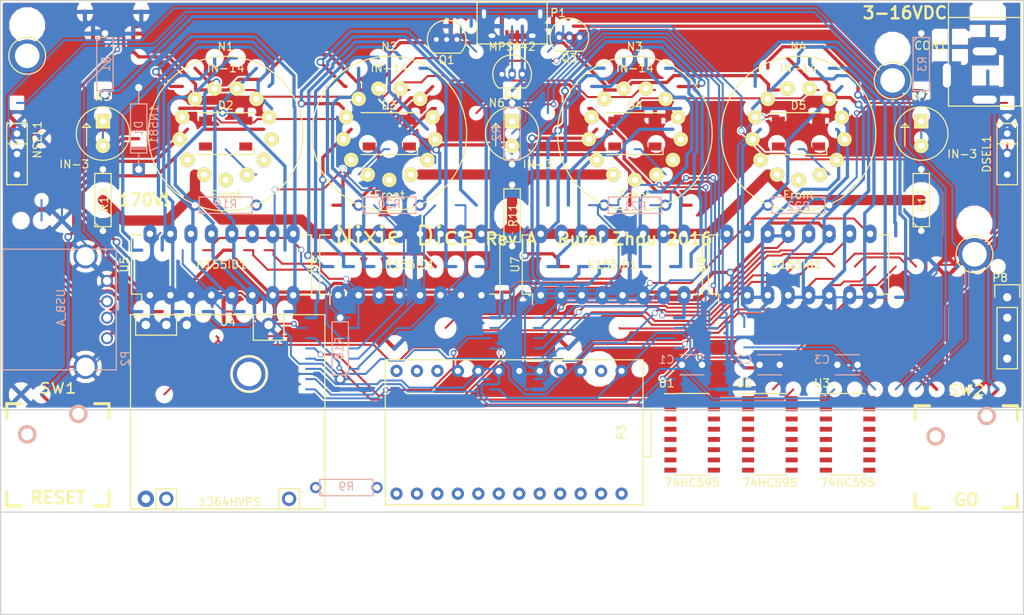
<source format=kicad_pcb>
(kicad_pcb (version 4) (host pcbnew 4.0.4-stable)
  (layers (0 F.Cu signal hide) (31 B.Cu signal hide) (34 B.Paste user) (35 F.Paste user) (36 B.SilkS user) (37 F.SilkS user) (38 B.Mask user) (39 F.Mask user) (44 Edge.Cuts user))
  (net 0 "")
  (net 1 /IN3_1)
  (net 2 "Net-(R1-Pad2)")
  (net 3 /IN3_2)
  (net 4 "Net-(R2-Pad2)")
  (net 5 /IN3_3)
  (net 6 "Net-(R3-Pad2)")
  (net 7 /170V_ENA)
  (net 8 GND)
  (net 9 /170V)
  (net 10 "Net-(R18-Pad1)")
  (net 11 /BTN_RST)
  (net 12 /BTN_GO)
  (net 13 /T1INB)
  (net 14 /T1INC)
  (net 15 /T1IND)
  (net 16 /T2INA)
  (net 17 /T2INB)
  (net 18 /T2INC)
  (net 19 /T2IND)
  (net 20 "Net-(U1-Pad9)")
  (net 21 /CLEAR)
  (net 22 /SCK)
  (net 23 /D3)
  (net 24 /D2)
  (net 25 /MOSI)
  (net 26 /T1INA)
  (net 27 VCC)
  (net 28 /T3INB)
  (net 29 /T3INC)
  (net 30 /T3IND)
  (net 31 /T4INA)
  (net 32 /T4INB)
  (net 33 /T4INC)
  (net 34 /T4IND)
  (net 35 "Net-(U2-Pad9)")
  (net 36 /T3INA)
  (net 37 "Net-(U3-Pad9)")
  (net 38 /T1CATH8)
  (net 39 /T1CATH9)
  (net 40 /T1CATH2)
  (net 41 /T1CATH3)
  (net 42 /T1CATH7)
  (net 43 /T1CATH6)
  (net 44 /T1CATH4)
  (net 45 /T1CATH5)
  (net 46 /T1CATH1)
  (net 47 /T1CATH0)
  (net 48 /T2CATH8)
  (net 49 /T2CATH9)
  (net 50 /T2CATH2)
  (net 51 /T2CATH3)
  (net 52 /T2CATH7)
  (net 53 /T2CATH6)
  (net 54 /T2CATH4)
  (net 55 /T2CATH5)
  (net 56 /T2CATH1)
  (net 57 /T2CATH0)
  (net 58 /T3CATH8)
  (net 59 /T3CATH9)
  (net 60 /T3CATH2)
  (net 61 /T3CATH3)
  (net 62 /T3CATH7)
  (net 63 /T3CATH6)
  (net 64 /T3CATH4)
  (net 65 /T3CATH5)
  (net 66 /T3CATH1)
  (net 67 /T3CATH0)
  (net 68 /T4CATH8)
  (net 69 /T4CATH9)
  (net 70 /T4CATH2)
  (net 71 /T4CATH3)
  (net 72 /T4CATH7)
  (net 73 /T4CATH6)
  (net 74 /T4CATH4)
  (net 75 /T4CATH5)
  (net 76 /T4CATH1)
  (net 77 /T4CATH0)
  (net 78 /RAW)
  (net 79 /D9)
  (net 80 /D10)
  (net 81 /IN3_1CATH)
  (net 82 /IN3_3CATH)
  (net 83 /IN3_2CATH)
  (net 84 /A2)
  (net 85 /A3)
  (net 86 /D-)
  (net 87 /D+)
  (net 88 /RXI)
  (net 89 /D5)
  (net 90 /MISO)
  (net 91 /A0)
  (net 92 /A1)
  (net 93 /RESET)
  (net 94 /TXO)
  (net 95 "Net-(U4-Pad6)")
  (net 96 "Net-(N1-Pad1)")
  (net 97 "Net-(N1-Pad2)")
  (net 98 "Net-(N1-Pad13)")
  (net 99 "Net-(N2-Pad1)")
  (net 100 "Net-(N2-Pad2)")
  (net 101 "Net-(N2-Pad13)")
  (net 102 "Net-(N3-Pad1)")
  (net 103 "Net-(N3-Pad2)")
  (net 104 "Net-(N3-Pad13)")
  (net 105 "Net-(N4-Pad1)")
  (net 106 "Net-(N4-Pad2)")
  (net 107 "Net-(N4-Pad13)")
  (net 108 "Net-(N5-Pad2)")
  (net 109 "Net-(N6-Pad2)")
  (net 110 "Net-(N7-Pad2)")
  (net 111 "Net-(U3-Pad4)")
  (net 112 "Net-(U3-Pad5)")
  (net 113 "Net-(U3-Pad6)")
  (net 114 "Net-(U3-Pad7)")
  (net 115 "Net-(U3-Pad3)")
  (net 116 "Net-(P1-Pad4)")
  (net 117 "Net-(D2-Pad2)")
  (net 118 "Net-(D3-Pad2)")
  (net 119 "Net-(D4-Pad2)")
  (net 120 /RGBOUT)
  (module Connect:1pin (layer F.Cu) (at 30.861 46.355)
    (fp_text reference M4 hide)
    (fp_text value 1pin)
    (pad 1 thru_hole circle (at 0 0) (size 4.064 4.064) (drill 3.048) (layers *.Cu *.Mask))
  )
  (module Connect:1pin (layer F.Cu) (at 120.904 31.496)
    (fp_text reference M3 hide)
    (fp_text value 1pin)
    (pad 1 thru_hole circle (at 0 0) (size 4.064 4.064) (drill 3.048) (layers *.Cu *.Mask))
  )
  (module Connect:1pin (layer F.Cu) (at 110.744 9.906)
    (fp_text reference M2 hide)
    (fp_text value 1pin)
    (pad 1 thru_hole circle (at 0 0) (size 4.064 4.064) (drill 3.048) (layers *.Cu *.Mask))
  )
  (module Connect:USB_A (layer B.Cu) (at 13.208 41.91 90)
    (fp_text reference P2 (at -2.54 2.286 90) (layer B.SilkS) (effects (justify mirror)))
    (fp_text value USB_A (at 3.81 -5.715 90) (layer B.SilkS) (effects (justify mirror)))
    (pad 4 thru_hole circle (at 7.11286 0.00212 180) (size 1.50114 1.50114) (drill 1.00076) (layers *.Cu *.Mask) (net 8 GND))
    (pad 3 thru_hole circle (at 4.57286 0.00212 180) (size 1.50114 1.50114) (drill 1.00076) (layers *.Cu *.Mask) (net 87 /D+))
    (pad 2 thru_hole circle (at 2.54086 0.00212 180) (size 1.50114 1.50114) (drill 1.00076) (layers *.Cu *.Mask) (net 86 /D-))
    (pad 1 thru_hole circle (at 0.00086 0.00212 180) (size 1.50114 1.50114) (drill 1.00076) (layers *.Cu *.Mask) (net 27 VCC))
    (pad 5 thru_hole circle (at 10.16086 -2.66488 180) (size 2.99974 2.99974) (drill 2.30124) (layers *.Cu *.Mask) (net 8 GND))
    (pad 5 thru_hole circle (at -3.55514 -2.66488 180) (size 2.99974 2.99974) (drill 2.30124) (layers *.Cu *.Mask) (net 8 GND))
  )
  (module Connect:BARREL_JACK (layer F.Cu) (at 122.174 6.096 270)
    (fp_text reference CON1 (at -0.508 6.731 360) (layer F.SilkS))
    (fp_text value BARREL_JACK)
    (pad 1 thru_hole rect (at 6.20014 0 270) (size 3.50012 3.50012) (drill oval 1.00076 2.99974) (layers *.Cu *.Mask) (net 78 /RAW))
    (pad 2 thru_hole rect (at 0.20066 0 270) (size 3.50012 3.50012) (drill oval 1.00076 2.99974) (layers *.Cu *.Mask) (net 8 GND))
    (pad 3 thru_hole rect (at 3.2004 4.699 270) (size 3.50012 3.50012) (drill oval 2.99974 1.00076) (layers *.Cu *.Mask) (net 8 GND))
  )
  (module Buttons_Switches_ThroughHole:SW_Micro_SPST (layer F.Cu) (at 124.968 19.05 270)
    (fp_text reference DSEL1 (at 0 2.54 270) (layer F.SilkS))
    (fp_text value ROT_ENC)
    (pad 1 thru_hole rect (at -2.54 0 270) (size 1.397 1.397) (drill 0.8128) (layers *.Cu *.Mask) (net 79 /D9))
    (pad 2 thru_hole circle (at 0 0 270) (size 1.397 1.397) (drill 0.8128) (layers *.Cu *.Mask) (net 8 GND))
    (pad 3 thru_hole circle (at 2.54 0 270) (size 1.397 1.397) (drill 0.8128) (layers *.Cu *.Mask) (net 80 /D10))
  )
  (module Buttons_Switches_ThroughHole:SW_Micro_SPST (layer F.Cu) (at 2.032 19.05 270)
    (fp_text reference NSEL1 (at -1.778 -2.54 270) (layer F.SilkS))
    (fp_text value ROT_ENC)
    (pad 1 thru_hole rect (at -2.54 0 270) (size 1.397 1.397) (drill 0.8128) (layers *.Cu *.Mask) (net 84 /A2))
    (pad 2 thru_hole circle (at 0 0 270) (size 1.397 1.397) (drill 0.8128) (layers *.Cu *.Mask) (net 8 GND))
    (pad 3 thru_hole circle (at 2.54 0 270) (size 1.397 1.397) (drill 0.8128) (layers *.Cu *.Mask) (net 85 /A3))
  )
  (module Connect:USB_Micro-B (layer F.Cu) (at 63.5 2.794 180)
    (fp_text reference P1 (at -5.715 1.27 180) (layer F.SilkS))
    (fp_text value USB_OTG)
    (pad 1 smd rect (at -1.3009 -1.56254 270) (size 1.35 0.4) (layers F.Cu F.Paste F.Mask) (net 27 VCC))
    (pad 2 smd rect (at -0.6509 -1.56254 270) (size 1.35 0.4) (layers F.Cu F.Paste F.Mask) (net 86 /D-))
    (pad 3 smd rect (at -0.0009 -1.56254 270) (size 1.35 0.4) (layers F.Cu F.Paste F.Mask) (net 87 /D+))
    (pad 4 smd rect (at 0.6491 -1.56254 270) (size 1.35 0.4) (layers F.Cu F.Paste F.Mask) (net 116 "Net-(P1-Pad4)"))
    (pad 5 smd rect (at 1.2991 -1.56254 270) (size 1.35 0.4) (layers F.Cu F.Paste F.Mask) (net 8 GND))
    (pad 6 thru_hole oval (at -2.5009 -1.56254 270) (size 0.95 1.25) (drill oval 0.55 0.85) (layers *.Cu *.Mask) (net 8 GND))
    (pad 6 thru_hole oval (at 2.4991 -1.56254 270) (size 0.95 1.25) (drill oval 0.55 0.85) (layers *.Cu *.Mask) (net 8 GND))
    (pad 6 thru_hole oval (at -3.5009 1.13746 270) (size 1.55 1) (drill oval 1.15 0.5) (layers *.Cu *.Mask) (net 8 GND))
    (pad 6 thru_hole oval (at 3.4991 1.13746 270) (size 1.55 1) (drill oval 1.15 0.5) (layers *.Cu *.Mask) (net 8 GND))
  )
  (module Arduino:Pro_Micro (layer F.Cu) (at 63.754 53.594 270)
    (fp_text reference P3 (at 0 -13.335 270) (layer F.SilkS))
    (fp_text value "ARDUINO PRO MICRO")
    (pad 2 thru_hole circle (at -7.62 -10.795 270) (size 1.524 1.524) (drill 0.762) (layers *.Cu *.Mask) (net 88 /RXI))
    (pad 3 thru_hole circle (at -7.62 -8.255 270) (size 1.524 1.524) (drill 0.762) (layers *.Cu *.Mask) (net 8 GND))
    (pad 4 thru_hole circle (at -7.62 -5.715 270) (size 1.524 1.524) (drill 0.762) (layers *.Cu *.Mask) (net 8 GND))
    (pad 5 thru_hole circle (at -7.62 -3.175 270) (size 1.524 1.524) (drill 0.762) (layers *.Cu *.Mask) (net 24 /D2))
    (pad 6 thru_hole circle (at -7.62 -0.635 270) (size 1.524 1.524) (drill 0.762) (layers *.Cu *.Mask) (net 23 /D3))
    (pad 7 thru_hole circle (at -7.62 1.905 270) (size 1.524 1.524) (drill 0.762) (layers *.Cu *.Mask) (net 21 /CLEAR))
    (pad 8 thru_hole circle (at -7.62 4.445 270) (size 1.524 1.524) (drill 0.762) (layers *.Cu *.Mask) (net 89 /D5))
    (pad 9 thru_hole circle (at -7.62 6.985 270) (size 1.524 1.524) (drill 0.762) (layers *.Cu *.Mask) (net 11 /BTN_RST))
    (pad 10 thru_hole circle (at -7.62 9.525 270) (size 1.524 1.524) (drill 0.762) (layers *.Cu *.Mask) (net 12 /BTN_GO))
    (pad 11 thru_hole circle (at -7.62 12.065 270) (size 1.524 1.524) (drill 0.762) (layers *.Cu *.Mask) (net 7 /170V_ENA))
    (pad 12 thru_hole circle (at -7.62 14.605 270) (size 1.524 1.524) (drill 0.762) (layers *.Cu *.Mask) (net 79 /D9))
    (pad 13 thru_hole circle (at 7.62 14.605 270) (size 1.524 1.524) (drill 0.762) (layers *.Cu *.Mask) (net 80 /D10))
    (pad 14 thru_hole circle (at 7.62 12.065 270) (size 1.524 1.524) (drill 0.762) (layers *.Cu *.Mask) (net 25 /MOSI))
    (pad 15 thru_hole circle (at 7.62 9.525 270) (size 1.524 1.524) (drill 0.762) (layers *.Cu *.Mask) (net 90 /MISO))
    (pad 16 thru_hole circle (at 7.62 6.985 270) (size 1.524 1.524) (drill 0.762) (layers *.Cu *.Mask) (net 22 /SCK))
    (pad 17 thru_hole circle (at 7.62 4.445 270) (size 1.524 1.524) (drill 0.762) (layers *.Cu *.Mask) (net 91 /A0))
    (pad 18 thru_hole circle (at 7.62 1.905 270) (size 1.524 1.524) (drill 0.762) (layers *.Cu *.Mask) (net 92 /A1))
    (pad 19 thru_hole circle (at 7.62 -0.635 270) (size 1.524 1.524) (drill 0.762) (layers *.Cu *.Mask) (net 84 /A2))
    (pad 20 thru_hole circle (at 7.62 -3.175 270) (size 1.524 1.524) (drill 0.762) (layers *.Cu *.Mask) (net 85 /A3))
    (pad 21 thru_hole circle (at 7.62 -5.715 270) (size 1.524 1.524) (drill 0.762) (layers *.Cu *.Mask) (net 27 VCC))
    (pad 22 thru_hole circle (at 7.62 -8.255 270) (size 1.524 1.524) (drill 0.762) (layers *.Cu *.Mask) (net 93 /RESET))
    (pad 23 thru_hole circle (at 7.62 -10.795 270) (size 1.524 1.524) (drill 0.762) (layers *.Cu *.Mask) (net 8 GND))
    (pad 1 thru_hole circle (at -7.62 -13.335 270) (size 1.524 1.524) (drill 0.762) (layers *.Cu *.Mask) (net 94 /TXO))
    (pad 24 thru_hole circle (at 7.62 -13.335 270) (size 1.524 1.524) (drill 0.762) (layers *.Cu *.Mask) (net 78 /RAW))
  )
  (module TO_SOT_Packages_THT:TO-92_Inline_Narrow_Oval (layer F.Cu) (at 54.102 4.826)
    (fp_text reference Q1 (at 1.27 2.54) (layer F.SilkS))
    (fp_text value MPSA42)
    (pad 2 thru_hole oval (at 1.27 0 180) (size 0.89916 1.50114) (drill 0.6) (layers *.Cu *.Mask) (net 1 /IN3_1))
    (pad 3 thru_hole oval (at 2.54 0 180) (size 0.89916 1.50114) (drill 0.6) (layers *.Cu *.Mask) (net 81 /IN3_1CATH))
    (pad 1 thru_hole oval (at 0 0 180) (size 0.89916 1.50114) (drill 0.6) (layers *.Cu *.Mask) (net 8 GND))
  )
  (module TO_SOT_Packages_THT:TO-92_Inline_Narrow_Oval (layer F.Cu) (at 62.23 9.144)
    (fp_text reference Q2 (at 1.27 2.54) (layer F.SilkS))
    (fp_text value MPSA42 (at 1.27 -3.429) (layer F.SilkS))
    (pad 2 thru_hole oval (at 1.27 0 180) (size 0.89916 1.50114) (drill 0.6) (layers *.Cu *.Mask) (net 3 /IN3_2))
    (pad 3 thru_hole oval (at 2.54 0 180) (size 0.89916 1.50114) (drill 0.6) (layers *.Cu *.Mask) (net 83 /IN3_2CATH))
    (pad 1 thru_hole oval (at 0 0 180) (size 0.89916 1.50114) (drill 0.6) (layers *.Cu *.Mask) (net 8 GND))
  )
  (module TO_SOT_Packages_THT:TO-92_Inline_Narrow_Oval (layer F.Cu) (at 69.342 4.572)
    (fp_text reference Q3 (at 1.27 2.54) (layer F.SilkS))
    (fp_text value MPSA42)
    (pad 2 thru_hole oval (at 1.27 0 180) (size 0.89916 1.50114) (drill 0.6) (layers *.Cu *.Mask) (net 5 /IN3_3))
    (pad 3 thru_hole oval (at 2.54 0 180) (size 0.89916 1.50114) (drill 0.6) (layers *.Cu *.Mask) (net 82 /IN3_3CATH))
    (pad 1 thru_hole oval (at 0 0 180) (size 0.89916 1.50114) (drill 0.6) (layers *.Cu *.Mask) (net 8 GND))
  )
  (module "Cherry Switches:CHERRY_PCB_100H" (layer F.Cu) (at 7.112 56.388)
    (fp_text reference SW1 (at 0 -8.255) (layer F.SilkS) (effects (font (size 1.27 1.524) (thickness 0.2032))))
    (fp_text value SW_PUSH hide)
    (pad 1 thru_hole circle (at 2.54 -5.08) (size 2.286 2.286) (drill 1.4986) (layers *.Cu *.SilkS *.Mask) (net 11 /BTN_RST))
    (pad 2 thru_hole circle (at -3.81 -2.54) (size 2.286 2.286) (drill 1.4986) (layers *.Cu *.SilkS *.Mask) (net 8 GND))
    (pad HOLE np_thru_hole circle (at 0 0) (size 3.9878 3.9878) (drill 3.9878) (layers *.Cu))
    (pad HOLE np_thru_hole circle (at -5.08 0) (size 1.7018 1.7018) (drill 1.7018) (layers *.Cu))
    (pad HOLE np_thru_hole circle (at 5.08 0) (size 1.7018 1.7018) (drill 1.7018) (layers *.Cu))
  )
  (module "Cherry Switches:CHERRY_PCB_100H" (layer F.Cu) (at 119.888 56.642)
    (fp_text reference SW2 (at 0 -8.255) (layer F.SilkS) (effects (font (size 1.27 1.524) (thickness 0.2032))))
    (fp_text value SW_PUSH hide)
    (pad 1 thru_hole circle (at 2.54 -5.08) (size 2.286 2.286) (drill 1.4986) (layers *.Cu *.SilkS *.Mask) (net 12 /BTN_GO))
    (pad 2 thru_hole circle (at -3.81 -2.54) (size 2.286 2.286) (drill 1.4986) (layers *.Cu *.SilkS *.Mask) (net 8 GND))
    (pad HOLE np_thru_hole circle (at 0 0) (size 3.9878 3.9878) (drill 3.9878) (layers *.Cu))
    (pad HOLE np_thru_hole circle (at -5.08 0) (size 1.7018 1.7018) (drill 1.7018) (layers *.Cu))
    (pad HOLE np_thru_hole circle (at 5.08 0) (size 1.7018 1.7018) (drill 1.7018) (layers *.Cu))
  )
  (module "TES Power Supplies:1364HVPS" (layer F.Cu) (at 28.194 51.054)
    (fp_text reference U4 (at 0 -11.176) (layer F.SilkS))
    (fp_text value 1364HVPS (at 0.254 11.176) (layer F.SilkS))
    (pad 6 thru_hole circle (at -10.16 -10.795) (size 1.778 1.778) (drill 1.0668) (layers *.Cu *.Mask) (net 95 "Net-(U4-Pad6)"))
    (pad 2 thru_hole circle (at -7.62 -10.795) (size 1.778 1.778) (drill 1.0668) (layers *.Cu *.Mask) (net 10 "Net-(R18-Pad1)"))
    (pad 3 thru_hole circle (at -5.08 -10.795) (size 2.032 2.032) (drill 1.0668) (layers *.Cu *.Mask) (net 8 GND))
    (pad 1 thru_hole circle (at 5.08 -10.795) (size 1.778 1.778) (drill 1.0668) (layers *.Cu *.Mask) (net 9 /170V))
    (pad 5 thru_hole circle (at -10.16 10.795) (size 2.032 2.032) (drill 1.0668) (layers *.Cu *.Mask) (net 8 GND))
    (pad 4 thru_hole circle (at -7.62 10.795) (size 1.778 1.778) (drill 1.0668) (layers *.Cu *.Mask) (net 78 /RAW))
    (pad 7 thru_hole circle (at 7.62 10.795) (size 1.778 1.778) (drill 1.0668) (layers *.Cu *.Mask) (net 7 /170V_ENA))
  )
  (module Housings_DIP:DIP-16_W7.62mm_LongPads (layer F.Cu) (at 18.542 36.576 90)
    (fp_text reference U5 (at 3.81 -3.175 90) (layer F.SilkS))
    (fp_text value K155ID1 (at 3.81 8.89 360) (layer F.SilkS))
    (pad 1 thru_hole oval (at 0 0 90) (size 2.3 1.6) (drill 0.8) (layers *.Cu *.Mask) (net 38 /T1CATH8))
    (pad 2 thru_hole oval (at 0 2.54 90) (size 2.3 1.6) (drill 0.8) (layers *.Cu *.Mask) (net 39 /T1CATH9))
    (pad 3 thru_hole oval (at 0 5.08 90) (size 2.3 1.6) (drill 0.8) (layers *.Cu *.Mask) (net 26 /T1INA))
    (pad 4 thru_hole oval (at 0 7.62 90) (size 2.3 1.6) (drill 0.8) (layers *.Cu *.Mask) (net 15 /T1IND))
    (pad 5 thru_hole oval (at 0 10.16 90) (size 2.3 1.6) (drill 0.8) (layers *.Cu *.Mask) (net 27 VCC))
    (pad 6 thru_hole oval (at 0 12.7 90) (size 2.3 1.6) (drill 0.8) (layers *.Cu *.Mask) (net 13 /T1INB))
    (pad 7 thru_hole oval (at 0 15.24 90) (size 2.3 1.6) (drill 0.8) (layers *.Cu *.Mask) (net 14 /T1INC))
    (pad 8 thru_hole oval (at 0 17.78 90) (size 2.3 1.6) (drill 0.8) (layers *.Cu *.Mask) (net 40 /T1CATH2))
    (pad 9 thru_hole oval (at 7.62 17.78 90) (size 2.3 1.6) (drill 0.8) (layers *.Cu *.Mask) (net 41 /T1CATH3))
    (pad 10 thru_hole oval (at 7.62 15.24 90) (size 2.3 1.6) (drill 0.8) (layers *.Cu *.Mask) (net 42 /T1CATH7))
    (pad 11 thru_hole oval (at 7.62 12.7 90) (size 2.3 1.6) (drill 0.8) (layers *.Cu *.Mask) (net 43 /T1CATH6))
    (pad 12 thru_hole oval (at 7.62 10.16 90) (size 2.3 1.6) (drill 0.8) (layers *.Cu *.Mask) (net 8 GND))
    (pad 13 thru_hole oval (at 7.62 7.62 90) (size 2.3 1.6) (drill 0.8) (layers *.Cu *.Mask) (net 44 /T1CATH4))
    (pad 14 thru_hole oval (at 7.62 5.08 90) (size 2.3 1.6) (drill 0.8) (layers *.Cu *.Mask) (net 45 /T1CATH5))
    (pad 15 thru_hole oval (at 7.62 2.54 90) (size 2.3 1.6) (drill 0.8) (layers *.Cu *.Mask) (net 46 /T1CATH1))
    (pad 16 thru_hole oval (at 7.62 0 90) (size 2.3 1.6) (drill 0.8) (layers *.Cu *.Mask) (net 47 /T1CATH0))
  )
  (module Housings_DIP:DIP-16_W7.62mm_LongPads (layer F.Cu) (at 41.91 36.576 90)
    (fp_text reference U6 (at 3.81 -3.175 90) (layer F.SilkS))
    (fp_text value K155ID1 (at 3.81 8.89 360) (layer F.SilkS))
    (pad 1 thru_hole oval (at 0 0 90) (size 2.3 1.6) (drill 0.8) (layers *.Cu *.Mask) (net 48 /T2CATH8))
    (pad 2 thru_hole oval (at 0 2.54 90) (size 2.3 1.6) (drill 0.8) (layers *.Cu *.Mask) (net 49 /T2CATH9))
    (pad 3 thru_hole oval (at 0 5.08 90) (size 2.3 1.6) (drill 0.8) (layers *.Cu *.Mask) (net 16 /T2INA))
    (pad 4 thru_hole oval (at 0 7.62 90) (size 2.3 1.6) (drill 0.8) (layers *.Cu *.Mask) (net 19 /T2IND))
    (pad 5 thru_hole oval (at 0 10.16 90) (size 2.3 1.6) (drill 0.8) (layers *.Cu *.Mask) (net 27 VCC))
    (pad 6 thru_hole oval (at 0 12.7 90) (size 2.3 1.6) (drill 0.8) (layers *.Cu *.Mask) (net 17 /T2INB))
    (pad 7 thru_hole oval (at 0 15.24 90) (size 2.3 1.6) (drill 0.8) (layers *.Cu *.Mask) (net 18 /T2INC))
    (pad 8 thru_hole oval (at 0 17.78 90) (size 2.3 1.6) (drill 0.8) (layers *.Cu *.Mask) (net 50 /T2CATH2))
    (pad 9 thru_hole oval (at 7.62 17.78 90) (size 2.3 1.6) (drill 0.8) (layers *.Cu *.Mask) (net 51 /T2CATH3))
    (pad 10 thru_hole oval (at 7.62 15.24 90) (size 2.3 1.6) (drill 0.8) (layers *.Cu *.Mask) (net 52 /T2CATH7))
    (pad 11 thru_hole oval (at 7.62 12.7 90) (size 2.3 1.6) (drill 0.8) (layers *.Cu *.Mask) (net 53 /T2CATH6))
    (pad 12 thru_hole oval (at 7.62 10.16 90) (size 2.3 1.6) (drill 0.8) (layers *.Cu *.Mask) (net 8 GND))
    (pad 13 thru_hole oval (at 7.62 7.62 90) (size 2.3 1.6) (drill 0.8) (layers *.Cu *.Mask) (net 54 /T2CATH4))
    (pad 14 thru_hole oval (at 7.62 5.08 90) (size 2.3 1.6) (drill 0.8) (layers *.Cu *.Mask) (net 55 /T2CATH5))
    (pad 15 thru_hole oval (at 7.62 2.54 90) (size 2.3 1.6) (drill 0.8) (layers *.Cu *.Mask) (net 56 /T2CATH1))
    (pad 16 thru_hole oval (at 7.62 0 90) (size 2.3 1.6) (drill 0.8) (layers *.Cu *.Mask) (net 57 /T2CATH0))
  )
  (module Housings_DIP:DIP-16_W7.62mm_LongPads (layer F.Cu) (at 67.056 36.576 90)
    (fp_text reference U7 (at 3.81 -3.175 90) (layer F.SilkS))
    (fp_text value K155ID1 (at 3.81 8.89 360) (layer F.SilkS))
    (pad 1 thru_hole oval (at 0 0 90) (size 2.3 1.6) (drill 0.8) (layers *.Cu *.Mask) (net 58 /T3CATH8))
    (pad 2 thru_hole oval (at 0 2.54 90) (size 2.3 1.6) (drill 0.8) (layers *.Cu *.Mask) (net 59 /T3CATH9))
    (pad 3 thru_hole oval (at 0 5.08 90) (size 2.3 1.6) (drill 0.8) (layers *.Cu *.Mask) (net 36 /T3INA))
    (pad 4 thru_hole oval (at 0 7.62 90) (size 2.3 1.6) (drill 0.8) (layers *.Cu *.Mask) (net 30 /T3IND))
    (pad 5 thru_hole oval (at 0 10.16 90) (size 2.3 1.6) (drill 0.8) (layers *.Cu *.Mask) (net 27 VCC))
    (pad 6 thru_hole oval (at 0 12.7 90) (size 2.3 1.6) (drill 0.8) (layers *.Cu *.Mask) (net 28 /T3INB))
    (pad 7 thru_hole oval (at 0 15.24 90) (size 2.3 1.6) (drill 0.8) (layers *.Cu *.Mask) (net 29 /T3INC))
    (pad 8 thru_hole oval (at 0 17.78 90) (size 2.3 1.6) (drill 0.8) (layers *.Cu *.Mask) (net 60 /T3CATH2))
    (pad 9 thru_hole oval (at 7.62 17.78 90) (size 2.3 1.6) (drill 0.8) (layers *.Cu *.Mask) (net 61 /T3CATH3))
    (pad 10 thru_hole oval (at 7.62 15.24 90) (size 2.3 1.6) (drill 0.8) (layers *.Cu *.Mask) (net 62 /T3CATH7))
    (pad 11 thru_hole oval (at 7.62 12.7 90) (size 2.3 1.6) (drill 0.8) (layers *.Cu *.Mask) (net 63 /T3CATH6))
    (pad 12 thru_hole oval (at 7.62 10.16 90) (size 2.3 1.6) (drill 0.8) (layers *.Cu *.Mask) (net 8 GND))
    (pad 13 thru_hole oval (at 7.62 7.62 90) (size 2.3 1.6) (drill 0.8) (layers *.Cu *.Mask) (net 64 /T3CATH4))
    (pad 14 thru_hole oval (at 7.62 5.08 90) (size 2.3 1.6) (drill 0.8) (layers *.Cu *.Mask) (net 65 /T3CATH5))
    (pad 15 thru_hole oval (at 7.62 2.54 90) (size 2.3 1.6) (drill 0.8) (layers *.Cu *.Mask) (net 66 /T3CATH1))
    (pad 16 thru_hole oval (at 7.62 0 90) (size 2.3 1.6) (drill 0.8) (layers *.Cu *.Mask) (net 67 /T3CATH0))
  )
  (module Housings_DIP:DIP-16_W7.62mm_LongPads (layer F.Cu) (at 90.17 36.576 90)
    (fp_text reference U8 (at 3.81 -3.175 90) (layer F.SilkS))
    (fp_text value K155ID1 (at 3.81 8.636 360) (layer F.SilkS))
    (pad 1 thru_hole oval (at 0 0 90) (size 2.3 1.6) (drill 0.8) (layers *.Cu *.Mask) (net 68 /T4CATH8))
    (pad 2 thru_hole oval (at 0 2.54 90) (size 2.3 1.6) (drill 0.8) (layers *.Cu *.Mask) (net 69 /T4CATH9))
    (pad 3 thru_hole oval (at 0 5.08 90) (size 2.3 1.6) (drill 0.8) (layers *.Cu *.Mask) (net 31 /T4INA))
    (pad 4 thru_hole oval (at 0 7.62 90) (size 2.3 1.6) (drill 0.8) (layers *.Cu *.Mask) (net 34 /T4IND))
    (pad 5 thru_hole oval (at 0 10.16 90) (size 2.3 1.6) (drill 0.8) (layers *.Cu *.Mask) (net 27 VCC))
    (pad 6 thru_hole oval (at 0 12.7 90) (size 2.3 1.6) (drill 0.8) (layers *.Cu *.Mask) (net 32 /T4INB))
    (pad 7 thru_hole oval (at 0 15.24 90) (size 2.3 1.6) (drill 0.8) (layers *.Cu *.Mask) (net 33 /T4INC))
    (pad 8 thru_hole oval (at 0 17.78 90) (size 2.3 1.6) (drill 0.8) (layers *.Cu *.Mask) (net 70 /T4CATH2))
    (pad 9 thru_hole oval (at 7.62 17.78 90) (size 2.3 1.6) (drill 0.8) (layers *.Cu *.Mask) (net 71 /T4CATH3))
    (pad 10 thru_hole oval (at 7.62 15.24 90) (size 2.3 1.6) (drill 0.8) (layers *.Cu *.Mask) (net 72 /T4CATH7))
    (pad 11 thru_hole oval (at 7.62 12.7 90) (size 2.3 1.6) (drill 0.8) (layers *.Cu *.Mask) (net 73 /T4CATH6))
    (pad 12 thru_hole oval (at 7.62 10.16 90) (size 2.3 1.6) (drill 0.8) (layers *.Cu *.Mask) (net 8 GND))
    (pad 13 thru_hole oval (at 7.62 7.62 90) (size 2.3 1.6) (drill 0.8) (layers *.Cu *.Mask) (net 74 /T4CATH4))
    (pad 14 thru_hole oval (at 7.62 5.08 90) (size 2.3 1.6) (drill 0.8) (layers *.Cu *.Mask) (net 75 /T4CATH5))
    (pad 15 thru_hole oval (at 7.62 2.54 90) (size 2.3 1.6) (drill 0.8) (layers *.Cu *.Mask) (net 76 /T4CATH1))
    (pad 16 thru_hole oval (at 7.62 0 90) (size 2.3 1.6) (drill 0.8) (layers *.Cu *.Mask) (net 77 /T4CATH0))
  )
  (module Nixies:IN-14 (layer F.Cu) (at 27.94 16.51)
    (fp_text reference N1 (at 0 -10.795) (layer F.SilkS))
    (fp_text value IN-14 (at 0 -8.12) (layer F.SilkS))
    (fp_text user Front (at 0 7.62) (layer F.SilkS))
    (pad 1 thru_hole circle (at 0 5.75) (size 1.8 1.8) (drill 0.762) (layers *.Cu *.Mask F.SilkS) (net 96 "Net-(N1-Pad1)"))
    (pad 2 thru_hole circle (at -2.672842 5.091013) (size 1.8 1.8) (drill 0.762) (layers *.Cu *.Mask F.SilkS) (net 97 "Net-(N1-Pad2)"))
    (pad 3 thru_hole circle (at -4.733034 3.265102) (size 1.8 1.8) (drill 0.762) (layers *.Cu *.Mask F.SilkS) (net 46 /T1CATH1))
    (pad 4 thru_hole circle (at -5.708355 0.690787) (size 1.8 1.8) (drill 0.762) (layers *.Cu *.Mask F.SilkS) (net 40 /T1CATH2))
    (pad 5 thru_hole circle (at -5.375248 -2.041865) (size 1.8 1.8) (drill 0.762) (layers *.Cu *.Mask F.SilkS) (net 41 /T1CATH3))
    (pad 6 thru_hole circle (at -3.810065 -4.306495) (size 1.8 1.8) (drill 0.762) (layers *.Cu *.Mask F.SilkS) (net 44 /T1CATH4))
    (pad 7 thru_hole circle (at -1.371567 -5.584022) (size 1.8 1.8) (drill 0.762) (layers *.Cu *.Mask F.SilkS) (net 45 /T1CATH5))
    (pad 8 thru_hole circle (at 1.381311 -5.58162) (size 1.8 1.8) (drill 0.762) (layers *.Cu *.Mask F.SilkS) (net 43 /T1CATH6))
    (pad 9 thru_hole circle (at 3.817576 -4.299839) (size 1.8 1.8) (drill 0.762) (layers *.Cu *.Mask F.SilkS) (net 42 /T1CATH7))
    (pad 10 thru_hole circle (at 5.378803 -2.03248) (size 1.8 1.8) (drill 0.762) (layers *.Cu *.Mask F.SilkS) (net 38 /T1CATH8))
    (pad 11 thru_hole circle (at 5.70714 0.700749) (size 1.8 1.8) (drill 0.762) (layers *.Cu *.Mask F.SilkS) (net 39 /T1CATH9))
    (pad 12 thru_hole circle (at 4.727328 3.273357) (size 1.8 1.8) (drill 0.762) (layers *.Cu *.Mask F.SilkS) (net 47 /T1CATH0))
    (pad 13 thru_hole circle (at 2.663952 5.095671) (size 1.8 1.8) (drill 0.762) (layers *.Cu *.Mask F.SilkS) (net 98 "Net-(N1-Pad13)"))
  )
  (module Nixies:IN-14 (layer F.Cu) (at 48.26 16.51)
    (fp_text reference N2 (at 0 -10.795) (layer F.SilkS))
    (fp_text value IN-14 (at 0 -8.12) (layer F.SilkS))
    (fp_text user Front (at 0 7.62) (layer F.SilkS))
    (pad 1 thru_hole circle (at 0 5.75) (size 1.8 1.8) (drill 0.762) (layers *.Cu *.Mask F.SilkS) (net 99 "Net-(N2-Pad1)"))
    (pad 2 thru_hole circle (at -2.672842 5.091013) (size 1.8 1.8) (drill 0.762) (layers *.Cu *.Mask F.SilkS) (net 100 "Net-(N2-Pad2)"))
    (pad 3 thru_hole circle (at -4.733034 3.265102) (size 1.8 1.8) (drill 0.762) (layers *.Cu *.Mask F.SilkS) (net 56 /T2CATH1))
    (pad 4 thru_hole circle (at -5.708355 0.690787) (size 1.8 1.8) (drill 0.762) (layers *.Cu *.Mask F.SilkS) (net 50 /T2CATH2))
    (pad 5 thru_hole circle (at -5.375248 -2.041865) (size 1.8 1.8) (drill 0.762) (layers *.Cu *.Mask F.SilkS) (net 51 /T2CATH3))
    (pad 6 thru_hole circle (at -3.810065 -4.306495) (size 1.8 1.8) (drill 0.762) (layers *.Cu *.Mask F.SilkS) (net 54 /T2CATH4))
    (pad 7 thru_hole circle (at -1.371567 -5.584022) (size 1.8 1.8) (drill 0.762) (layers *.Cu *.Mask F.SilkS) (net 55 /T2CATH5))
    (pad 8 thru_hole circle (at 1.381311 -5.58162) (size 1.8 1.8) (drill 0.762) (layers *.Cu *.Mask F.SilkS) (net 53 /T2CATH6))
    (pad 9 thru_hole circle (at 3.817576 -4.299839) (size 1.8 1.8) (drill 0.762) (layers *.Cu *.Mask F.SilkS) (net 52 /T2CATH7))
    (pad 10 thru_hole circle (at 5.378803 -2.03248) (size 1.8 1.8) (drill 0.762) (layers *.Cu *.Mask F.SilkS) (net 48 /T2CATH8))
    (pad 11 thru_hole circle (at 5.70714 0.700749) (size 1.8 1.8) (drill 0.762) (layers *.Cu *.Mask F.SilkS) (net 49 /T2CATH9))
    (pad 12 thru_hole circle (at 4.727328 3.273357) (size 1.8 1.8) (drill 0.762) (layers *.Cu *.Mask F.SilkS) (net 57 /T2CATH0))
    (pad 13 thru_hole circle (at 2.663952 5.095671) (size 1.8 1.8) (drill 0.762) (layers *.Cu *.Mask F.SilkS) (net 101 "Net-(N2-Pad13)"))
  )
  (module Nixies:IN-14 (layer F.Cu) (at 78.74 16.51)
    (fp_text reference N3 (at 0 -10.795) (layer F.SilkS))
    (fp_text value IN-14 (at 0 -8.12) (layer F.SilkS))
    (fp_text user Front (at 0 7.62) (layer F.SilkS))
    (pad 1 thru_hole circle (at 0 5.75) (size 1.8 1.8) (drill 0.762) (layers *.Cu *.Mask F.SilkS) (net 102 "Net-(N3-Pad1)"))
    (pad 2 thru_hole circle (at -2.672842 5.091013) (size 1.8 1.8) (drill 0.762) (layers *.Cu *.Mask F.SilkS) (net 103 "Net-(N3-Pad2)"))
    (pad 3 thru_hole circle (at -4.733034 3.265102) (size 1.8 1.8) (drill 0.762) (layers *.Cu *.Mask F.SilkS) (net 66 /T3CATH1))
    (pad 4 thru_hole circle (at -5.708355 0.690787) (size 1.8 1.8) (drill 0.762) (layers *.Cu *.Mask F.SilkS) (net 60 /T3CATH2))
    (pad 5 thru_hole circle (at -5.375248 -2.041865) (size 1.8 1.8) (drill 0.762) (layers *.Cu *.Mask F.SilkS) (net 61 /T3CATH3))
    (pad 6 thru_hole circle (at -3.810065 -4.306495) (size 1.8 1.8) (drill 0.762) (layers *.Cu *.Mask F.SilkS) (net 64 /T3CATH4))
    (pad 7 thru_hole circle (at -1.371567 -5.584022) (size 1.8 1.8) (drill 0.762) (layers *.Cu *.Mask F.SilkS) (net 65 /T3CATH5))
    (pad 8 thru_hole circle (at 1.381311 -5.58162) (size 1.8 1.8) (drill 0.762) (layers *.Cu *.Mask F.SilkS) (net 63 /T3CATH6))
    (pad 9 thru_hole circle (at 3.817576 -4.299839) (size 1.8 1.8) (drill 0.762) (layers *.Cu *.Mask F.SilkS) (net 62 /T3CATH7))
    (pad 10 thru_hole circle (at 5.378803 -2.03248) (size 1.8 1.8) (drill 0.762) (layers *.Cu *.Mask F.SilkS) (net 58 /T3CATH8))
    (pad 11 thru_hole circle (at 5.70714 0.700749) (size 1.8 1.8) (drill 0.762) (layers *.Cu *.Mask F.SilkS) (net 59 /T3CATH9))
    (pad 12 thru_hole circle (at 4.727328 3.273357) (size 1.8 1.8) (drill 0.762) (layers *.Cu *.Mask F.SilkS) (net 67 /T3CATH0))
    (pad 13 thru_hole circle (at 2.663952 5.095671) (size 1.8 1.8) (drill 0.762) (layers *.Cu *.Mask F.SilkS) (net 104 "Net-(N3-Pad13)"))
  )
  (module Nixies:IN-14 (layer F.Cu) (at 99.06 16.51)
    (fp_text reference N4 (at 0 -10.795) (layer F.SilkS))
    (fp_text value IN-14 (at 0 -8.12) (layer F.SilkS))
    (fp_text user Front (at 0 7.62) (layer F.SilkS))
    (pad 1 thru_hole circle (at 0 5.75) (size 1.8 1.8) (drill 0.762) (layers *.Cu *.Mask F.SilkS) (net 105 "Net-(N4-Pad1)"))
    (pad 2 thru_hole circle (at -2.672842 5.091013) (size 1.8 1.8) (drill 0.762) (layers *.Cu *.Mask F.SilkS) (net 106 "Net-(N4-Pad2)"))
    (pad 3 thru_hole circle (at -4.733034 3.265102) (size 1.8 1.8) (drill 0.762) (layers *.Cu *.Mask F.SilkS) (net 76 /T4CATH1))
    (pad 4 thru_hole circle (at -5.708355 0.690787) (size 1.8 1.8) (drill 0.762) (layers *.Cu *.Mask F.SilkS) (net 70 /T4CATH2))
    (pad 5 thru_hole circle (at -5.375248 -2.041865) (size 1.8 1.8) (drill 0.762) (layers *.Cu *.Mask F.SilkS) (net 71 /T4CATH3))
    (pad 6 thru_hole circle (at -3.810065 -4.306495) (size 1.8 1.8) (drill 0.762) (layers *.Cu *.Mask F.SilkS) (net 74 /T4CATH4))
    (pad 7 thru_hole circle (at -1.371567 -5.584022) (size 1.8 1.8) (drill 0.762) (layers *.Cu *.Mask F.SilkS) (net 75 /T4CATH5))
    (pad 8 thru_hole circle (at 1.381311 -5.58162) (size 1.8 1.8) (drill 0.762) (layers *.Cu *.Mask F.SilkS) (net 73 /T4CATH6))
    (pad 9 thru_hole circle (at 3.817576 -4.299839) (size 1.8 1.8) (drill 0.762) (layers *.Cu *.Mask F.SilkS) (net 72 /T4CATH7))
    (pad 10 thru_hole circle (at 5.378803 -2.03248) (size 1.8 1.8) (drill 0.762) (layers *.Cu *.Mask F.SilkS) (net 68 /T4CATH8))
    (pad 11 thru_hole circle (at 5.70714 0.700749) (size 1.8 1.8) (drill 0.762) (layers *.Cu *.Mask F.SilkS) (net 69 /T4CATH9))
    (pad 12 thru_hole circle (at 4.727328 3.273357) (size 1.8 1.8) (drill 0.762) (layers *.Cu *.Mask F.SilkS) (net 77 /T4CATH0))
    (pad 13 thru_hole circle (at 2.663952 5.095671) (size 1.8 1.8) (drill 0.762) (layers *.Cu *.Mask F.SilkS) (net 107 "Net-(N4-Pad13)"))
  )
  (module Nixies:IN-3 (layer F.Cu) (at 12.7 16.51 180)
    (fp_text reference N5 (at 0 4.572 180) (layer F.SilkS))
    (fp_text value IN-3 (at 3.556 -3.81 180) (layer F.SilkS))
    (pad 1 thru_hole rect (at 0 1.524 180) (size 1.8 1.8) (drill 0.762) (layers *.Cu *.Mask F.SilkS) (net 81 /IN3_1CATH))
    (pad 2 thru_hole circle (at 0 -1.524 180) (size 1.8 1.8) (drill 0.762) (layers *.Cu *.Mask F.SilkS) (net 108 "Net-(N5-Pad2)"))
  )
  (module Nixies:IN-3 (layer F.Cu) (at 63.5 16.51 180)
    (fp_text reference N6 (at 1.905 3.81 180) (layer F.SilkS))
    (fp_text value IN-3 (at -3.175 -3.81 180) (layer F.SilkS))
    (pad 1 thru_hole rect (at 0 1.524 180) (size 1.8 1.8) (drill 0.762) (layers *.Cu *.Mask F.SilkS) (net 83 /IN3_2CATH))
    (pad 2 thru_hole circle (at 0 -1.524 180) (size 1.8 1.8) (drill 0.762) (layers *.Cu *.Mask F.SilkS) (net 109 "Net-(N6-Pad2)"))
  )
  (module Nixies:IN-3 (layer F.Cu) (at 114.3 16.51 180)
    (fp_text reference N7 (at 0 4.572 180) (layer F.SilkS))
    (fp_text value IN-3 (at -5.08 -2.54 180) (layer F.SilkS))
    (pad 1 thru_hole rect (at 0 1.524 180) (size 1.8 1.8) (drill 0.762) (layers *.Cu *.Mask F.SilkS) (net 82 /IN3_3CATH))
    (pad 2 thru_hole circle (at 0 -1.524 180) (size 1.8 1.8) (drill 0.762) (layers *.Cu *.Mask F.SilkS) (net 110 "Net-(N7-Pad2)"))
  )
  (module Discret:R3 (layer B.Cu) (at 12.954 7.874 270)
    (fp_text reference R1 (at 0 -0.127 270) (layer B.SilkS) (effects (justify mirror)))
    (fp_text value 10K)
    (pad 1 thru_hole circle (at -3.81 0 270) (size 1.397 1.397) (drill 0.8128) (layers *.Cu *.Mask) (net 1 /IN3_1))
    (pad 2 thru_hole circle (at 3.81 0 270) (size 1.397 1.397) (drill 0.8128) (layers *.Cu *.Mask) (net 2 "Net-(R1-Pad2)"))
  )
  (module Discret:R3 (layer B.Cu) (at 63.5 16.51 270)
    (fp_text reference R2 (at 0 1.905 270) (layer B.SilkS) (effects (justify mirror)))
    (fp_text value 10K)
    (pad 1 thru_hole circle (at -3.81 0 270) (size 1.397 1.397) (drill 0.8128) (layers *.Cu *.Mask) (net 3 /IN3_2))
    (pad 2 thru_hole circle (at 3.81 0 270) (size 1.397 1.397) (drill 0.8128) (layers *.Cu *.Mask) (net 4 "Net-(R2-Pad2)"))
  )
  (module Discret:R3 (layer B.Cu) (at 114.3 7.874 270)
    (fp_text reference R3 (at 0 -0.127 270) (layer B.SilkS) (effects (justify mirror)))
    (fp_text value 10k)
    (pad 1 thru_hole circle (at -3.81 0 270) (size 1.397 1.397) (drill 0.8128) (layers *.Cu *.Mask) (net 5 /IN3_3))
    (pad 2 thru_hole circle (at 3.81 0 270) (size 1.397 1.397) (drill 0.8128) (layers *.Cu *.Mask) (net 6 "Net-(R3-Pad2)"))
  )
  (module Discret:R3 (layer B.Cu) (at 42.926 60.452)
    (fp_text reference R9 (at 0 -0.127) (layer B.SilkS) (effects (justify mirror)))
    (fp_text value 100K)
    (pad 1 thru_hole circle (at -3.81 0) (size 1.397 1.397) (drill 0.8128) (layers *.Cu *.Mask) (net 7 /170V_ENA))
    (pad 2 thru_hole circle (at 3.81 0) (size 1.397 1.397) (drill 0.8128) (layers *.Cu *.Mask) (net 8 GND))
  )
  (module Discret:R3 (layer F.Cu) (at 12.7 24.765 90)
    (fp_text reference R10 (at 0 0.127 90) (layer F.SilkS))
    (fp_text value 68K)
    (pad 1 thru_hole circle (at -3.81 0 90) (size 1.397 1.397) (drill 0.8128) (layers *.Cu *.Mask) (net 9 /170V))
    (pad 2 thru_hole circle (at 3.81 0 90) (size 1.397 1.397) (drill 0.8128) (layers *.Cu *.Mask) (net 108 "Net-(N5-Pad2)"))
  )
  (module Discret:R3 (layer F.Cu) (at 63.5 26.67 90)
    (fp_text reference R11 (at 0 0.127 90) (layer F.SilkS))
    (fp_text value 68K)
    (pad 1 thru_hole circle (at -3.81 0 90) (size 1.397 1.397) (drill 0.8128) (layers *.Cu *.Mask) (net 9 /170V))
    (pad 2 thru_hole circle (at 3.81 0 90) (size 1.397 1.397) (drill 0.8128) (layers *.Cu *.Mask) (net 109 "Net-(N6-Pad2)"))
  )
  (module Discret:R3 (layer F.Cu) (at 114.3 24.765 90)
    (fp_text reference R12 (at 0 0.127 90) (layer F.SilkS))
    (fp_text value 68K)
    (pad 1 thru_hole circle (at -3.81 0 90) (size 1.397 1.397) (drill 0.8128) (layers *.Cu *.Mask) (net 9 /170V))
    (pad 2 thru_hole circle (at 3.81 0 90) (size 1.397 1.397) (drill 0.8128) (layers *.Cu *.Mask) (net 110 "Net-(N7-Pad2)"))
  )
  (module Discret:R3 (layer B.Cu) (at 42.164 43.18 90)
    (fp_text reference R18 (at 0 -0.127 90) (layer B.SilkS) (effects (justify mirror)))
    (fp_text value 47K)
    (pad 1 thru_hole circle (at -3.81 0 90) (size 1.397 1.397) (drill 0.8128) (layers *.Cu *.Mask) (net 10 "Net-(R18-Pad1)"))
    (pad 2 thru_hole circle (at 3.81 0 90) (size 1.397 1.397) (drill 0.8128) (layers *.Cu *.Mask) (net 8 GND))
  )
  (module Discret:R3 (layer B.Cu) (at 27.94 25.4)
    (fp_text reference R19 (at 0 -0.127) (layer B.SilkS) (effects (justify mirror)))
    (fp_text value 20K)
    (pad 1 thru_hole circle (at -3.81 0) (size 1.397 1.397) (drill 0.8128) (layers *.Cu *.Mask) (net 96 "Net-(N1-Pad1)"))
    (pad 2 thru_hole circle (at 3.81 0) (size 1.397 1.397) (drill 0.8128) (layers *.Cu *.Mask) (net 9 /170V))
  )
  (module Discret:R3 (layer B.Cu) (at 48.26 25.4)
    (fp_text reference R20 (at 0 -0.127) (layer B.SilkS) (effects (justify mirror)))
    (fp_text value 20K)
    (pad 1 thru_hole circle (at -3.81 0) (size 1.397 1.397) (drill 0.8128) (layers *.Cu *.Mask) (net 99 "Net-(N2-Pad1)"))
    (pad 2 thru_hole circle (at 3.81 0) (size 1.397 1.397) (drill 0.8128) (layers *.Cu *.Mask) (net 9 /170V))
  )
  (module Discret:R3 (layer B.Cu) (at 78.74 25.4 180)
    (fp_text reference R21 (at 0 -0.127 180) (layer B.SilkS) (effects (justify mirror)))
    (fp_text value 20K)
    (pad 1 thru_hole circle (at -3.81 0 180) (size 1.397 1.397) (drill 0.8128) (layers *.Cu *.Mask) (net 102 "Net-(N3-Pad1)"))
    (pad 2 thru_hole circle (at 3.81 0 180) (size 1.397 1.397) (drill 0.8128) (layers *.Cu *.Mask) (net 9 /170V))
  )
  (module Discret:R3 (layer B.Cu) (at 99.06 25.4 180)
    (fp_text reference R22 (at 0 -0.127 180) (layer B.SilkS) (effects (justify mirror)))
    (fp_text value 20K)
    (pad 1 thru_hole circle (at -3.81 0 180) (size 1.397 1.397) (drill 0.8128) (layers *.Cu *.Mask) (net 105 "Net-(N4-Pad1)"))
    (pad 2 thru_hole circle (at 3.81 0 180) (size 1.397 1.397) (drill 0.8128) (layers *.Cu *.Mask) (net 9 /170V))
  )
  (module Housings_SOIC:SOIC-16_3.9x9.9mm_Pitch1.27mm (layer F.Cu) (at 85.852 53.848)
    (fp_text reference U1 (at -3.175 -6.35) (layer F.SilkS))
    (fp_text value 74HC595 (at 0 6) (layer F.SilkS))
    (pad 1 smd rect (at -2.7 -4.445) (size 1.5 0.6) (layers F.Cu F.Paste F.Mask) (net 13 /T1INB))
    (pad 2 smd rect (at -2.7 -3.175) (size 1.5 0.6) (layers F.Cu F.Paste F.Mask) (net 14 /T1INC))
    (pad 3 smd rect (at -2.7 -1.905) (size 1.5 0.6) (layers F.Cu F.Paste F.Mask) (net 15 /T1IND))
    (pad 4 smd rect (at -2.7 -0.635) (size 1.5 0.6) (layers F.Cu F.Paste F.Mask) (net 16 /T2INA))
    (pad 5 smd rect (at -2.7 0.635) (size 1.5 0.6) (layers F.Cu F.Paste F.Mask) (net 17 /T2INB))
    (pad 6 smd rect (at -2.7 1.905) (size 1.5 0.6) (layers F.Cu F.Paste F.Mask) (net 18 /T2INC))
    (pad 7 smd rect (at -2.7 3.175) (size 1.5 0.6) (layers F.Cu F.Paste F.Mask) (net 19 /T2IND))
    (pad 8 smd rect (at -2.7 4.445) (size 1.5 0.6) (layers F.Cu F.Paste F.Mask) (net 8 GND))
    (pad 9 smd rect (at 2.7 4.445) (size 1.5 0.6) (layers F.Cu F.Paste F.Mask) (net 20 "Net-(U1-Pad9)"))
    (pad 10 smd rect (at 2.7 3.175) (size 1.5 0.6) (layers F.Cu F.Paste F.Mask) (net 21 /CLEAR))
    (pad 11 smd rect (at 2.7 1.905) (size 1.5 0.6) (layers F.Cu F.Paste F.Mask) (net 22 /SCK))
    (pad 12 smd rect (at 2.7 0.635) (size 1.5 0.6) (layers F.Cu F.Paste F.Mask) (net 23 /D3))
    (pad 13 smd rect (at 2.7 -0.635) (size 1.5 0.6) (layers F.Cu F.Paste F.Mask) (net 24 /D2))
    (pad 14 smd rect (at 2.7 -1.905) (size 1.5 0.6) (layers F.Cu F.Paste F.Mask) (net 25 /MOSI))
    (pad 15 smd rect (at 2.7 -3.175) (size 1.5 0.6) (layers F.Cu F.Paste F.Mask) (net 26 /T1INA))
    (pad 16 smd rect (at 2.7 -4.445) (size 1.5 0.6) (layers F.Cu F.Paste F.Mask) (net 27 VCC))
  )
  (module Housings_SOIC:SOIC-16_3.9x9.9mm_Pitch1.27mm (layer F.Cu) (at 95.504 53.848)
    (fp_text reference U2 (at -3.175 -6.35) (layer F.SilkS))
    (fp_text value 74HC595 (at 0 6) (layer F.SilkS))
    (pad 1 smd rect (at -2.7 -4.445) (size 1.5 0.6) (layers F.Cu F.Paste F.Mask) (net 28 /T3INB))
    (pad 2 smd rect (at -2.7 -3.175) (size 1.5 0.6) (layers F.Cu F.Paste F.Mask) (net 29 /T3INC))
    (pad 3 smd rect (at -2.7 -1.905) (size 1.5 0.6) (layers F.Cu F.Paste F.Mask) (net 30 /T3IND))
    (pad 4 smd rect (at -2.7 -0.635) (size 1.5 0.6) (layers F.Cu F.Paste F.Mask) (net 31 /T4INA))
    (pad 5 smd rect (at -2.7 0.635) (size 1.5 0.6) (layers F.Cu F.Paste F.Mask) (net 32 /T4INB))
    (pad 6 smd rect (at -2.7 1.905) (size 1.5 0.6) (layers F.Cu F.Paste F.Mask) (net 33 /T4INC))
    (pad 7 smd rect (at -2.7 3.175) (size 1.5 0.6) (layers F.Cu F.Paste F.Mask) (net 34 /T4IND))
    (pad 8 smd rect (at -2.7 4.445) (size 1.5 0.6) (layers F.Cu F.Paste F.Mask) (net 8 GND))
    (pad 9 smd rect (at 2.7 4.445) (size 1.5 0.6) (layers F.Cu F.Paste F.Mask) (net 35 "Net-(U2-Pad9)"))
    (pad 10 smd rect (at 2.7 3.175) (size 1.5 0.6) (layers F.Cu F.Paste F.Mask) (net 21 /CLEAR))
    (pad 11 smd rect (at 2.7 1.905) (size 1.5 0.6) (layers F.Cu F.Paste F.Mask) (net 22 /SCK))
    (pad 12 smd rect (at 2.7 0.635) (size 1.5 0.6) (layers F.Cu F.Paste F.Mask) (net 23 /D3))
    (pad 13 smd rect (at 2.7 -0.635) (size 1.5 0.6) (layers F.Cu F.Paste F.Mask) (net 24 /D2))
    (pad 14 smd rect (at 2.7 -1.905) (size 1.5 0.6) (layers F.Cu F.Paste F.Mask) (net 20 "Net-(U1-Pad9)"))
    (pad 15 smd rect (at 2.7 -3.175) (size 1.5 0.6) (layers F.Cu F.Paste F.Mask) (net 36 /T3INA))
    (pad 16 smd rect (at 2.7 -4.445) (size 1.5 0.6) (layers F.Cu F.Paste F.Mask) (net 27 VCC))
  )
  (module Housings_SOIC:SOIC-16_3.9x9.9mm_Pitch1.27mm (layer F.Cu) (at 105.156 53.848)
    (fp_text reference U3 (at -3.175 -6.35) (layer F.SilkS))
    (fp_text value 74HC595 (at 0 6) (layer F.SilkS))
    (pad 1 smd rect (at -2.7 -4.445) (size 1.5 0.6) (layers F.Cu F.Paste F.Mask) (net 4 "Net-(R2-Pad2)"))
    (pad 2 smd rect (at -2.7 -3.175) (size 1.5 0.6) (layers F.Cu F.Paste F.Mask) (net 6 "Net-(R3-Pad2)"))
    (pad 3 smd rect (at -2.7 -1.905) (size 1.5 0.6) (layers F.Cu F.Paste F.Mask) (net 115 "Net-(U3-Pad3)"))
    (pad 4 smd rect (at -2.7 -0.635) (size 1.5 0.6) (layers F.Cu F.Paste F.Mask) (net 111 "Net-(U3-Pad4)"))
    (pad 5 smd rect (at -2.7 0.635) (size 1.5 0.6) (layers F.Cu F.Paste F.Mask) (net 112 "Net-(U3-Pad5)"))
    (pad 6 smd rect (at -2.7 1.905) (size 1.5 0.6) (layers F.Cu F.Paste F.Mask) (net 113 "Net-(U3-Pad6)"))
    (pad 7 smd rect (at -2.7 3.175) (size 1.5 0.6) (layers F.Cu F.Paste F.Mask) (net 114 "Net-(U3-Pad7)"))
    (pad 8 smd rect (at -2.7 4.445) (size 1.5 0.6) (layers F.Cu F.Paste F.Mask) (net 8 GND))
    (pad 9 smd rect (at 2.7 4.445) (size 1.5 0.6) (layers F.Cu F.Paste F.Mask) (net 37 "Net-(U3-Pad9)"))
    (pad 10 smd rect (at 2.7 3.175) (size 1.5 0.6) (layers F.Cu F.Paste F.Mask) (net 21 /CLEAR))
    (pad 11 smd rect (at 2.7 1.905) (size 1.5 0.6) (layers F.Cu F.Paste F.Mask) (net 22 /SCK))
    (pad 12 smd rect (at 2.7 0.635) (size 1.5 0.6) (layers F.Cu F.Paste F.Mask) (net 23 /D3))
    (pad 13 smd rect (at 2.7 -0.635) (size 1.5 0.6) (layers F.Cu F.Paste F.Mask) (net 24 /D2))
    (pad 14 smd rect (at 2.7 -1.905) (size 1.5 0.6) (layers F.Cu F.Paste F.Mask) (net 35 "Net-(U2-Pad9)"))
    (pad 15 smd rect (at 2.7 -3.175) (size 1.5 0.6) (layers F.Cu F.Paste F.Mask) (net 2 "Net-(R1-Pad2)"))
    (pad 16 smd rect (at 2.7 -4.445) (size 1.5 0.6) (layers F.Cu F.Paste F.Mask) (net 27 VCC))
  )
  (module Discret:DO-41 (layer B.Cu) (at 17.145 15.875 270)
    (fp_text reference D1 (at 0 0 270) (layer B.SilkS) (effects (justify mirror)))
    (fp_text value 1N5817 (at 0 -1.905 270) (layer B.SilkS) (effects (justify mirror)))
    (pad 1 thru_hole rect (at 5.08 0 270) (size 1.524 1.524) (drill 0.889) (layers *.Cu *.Mask) (net 78 /RAW))
    (pad 2 thru_hole circle (at -5.08 0 270) (size 1.524 1.524) (drill 0.889) (layers *.Cu *.Mask) (net 27 VCC))
  )
  (module LEDs:LED_WS2812B-PLCC4 (layer F.Cu) (at 27.94 16.51)
    (fp_text reference D2 (at 0 -3.5) (layer F.SilkS))
    (fp_text value WS2812B)
    (pad 3 smd rect (at 2.5 1.6) (size 1.6 1) (layers F.Cu F.Paste F.Mask) (net 8 GND))
    (pad 4 smd rect (at 2.5 -1.6) (size 1.6 1) (layers F.Cu F.Paste F.Mask) (net 89 /D5))
    (pad 2 smd rect (at -2.5 1.6) (size 1.6 1) (layers F.Cu F.Paste F.Mask) (net 117 "Net-(D2-Pad2)"))
    (pad 1 smd rect (at -2.5 -1.6) (size 1.6 1) (layers F.Cu F.Paste F.Mask) (net 27 VCC))
  )
  (module LEDs:LED_WS2812B-PLCC4 (layer F.Cu) (at 48.26 16.51)
    (fp_text reference D3 (at 0 -3.5) (layer F.SilkS))
    (fp_text value WS2812B)
    (pad 3 smd rect (at 2.5 1.6) (size 1.6 1) (layers F.Cu F.Paste F.Mask) (net 8 GND))
    (pad 4 smd rect (at 2.5 -1.6) (size 1.6 1) (layers F.Cu F.Paste F.Mask) (net 117 "Net-(D2-Pad2)"))
    (pad 2 smd rect (at -2.5 1.6) (size 1.6 1) (layers F.Cu F.Paste F.Mask) (net 118 "Net-(D3-Pad2)"))
    (pad 1 smd rect (at -2.5 -1.6) (size 1.6 1) (layers F.Cu F.Paste F.Mask) (net 27 VCC))
  )
  (module LEDs:LED_WS2812B-PLCC4 (layer F.Cu) (at 78.74 16.51)
    (fp_text reference D4 (at 0 -3.5) (layer F.SilkS))
    (fp_text value WS2812B)
    (pad 3 smd rect (at 2.5 1.6) (size 1.6 1) (layers F.Cu F.Paste F.Mask) (net 8 GND))
    (pad 4 smd rect (at 2.5 -1.6) (size 1.6 1) (layers F.Cu F.Paste F.Mask) (net 118 "Net-(D3-Pad2)"))
    (pad 2 smd rect (at -2.5 1.6) (size 1.6 1) (layers F.Cu F.Paste F.Mask) (net 119 "Net-(D4-Pad2)"))
    (pad 1 smd rect (at -2.5 -1.6) (size 1.6 1) (layers F.Cu F.Paste F.Mask) (net 27 VCC))
  )
  (module LEDs:LED_WS2812B-PLCC4 (layer F.Cu) (at 99.06 16.51)
    (fp_text reference D5 (at 0 -3.5) (layer F.SilkS))
    (fp_text value WS2812B)
    (pad 3 smd rect (at 2.5 1.6) (size 1.6 1) (layers F.Cu F.Paste F.Mask) (net 8 GND))
    (pad 4 smd rect (at 2.5 -1.6) (size 1.6 1) (layers F.Cu F.Paste F.Mask) (net 119 "Net-(D4-Pad2)"))
    (pad 2 smd rect (at -2.5 1.6) (size 1.6 1) (layers F.Cu F.Paste F.Mask) (net 120 /RGBOUT))
    (pad 1 smd rect (at -2.5 -1.6) (size 1.6 1) (layers F.Cu F.Paste F.Mask) (net 27 VCC))
  )
  (module Socket_Strips:Socket_Strip_Straight_1x04 (layer F.Cu) (at 124.968 36.83 270)
    (fp_text reference P8 (at -2.413 0.889 360) (layer F.SilkS))
    (fp_text value CONN_01X04)
    (pad 1 thru_hole rect (at 0 0 270) (size 1.7272 2.032) (drill 1.016) (layers *.Cu *.Mask) (net 120 /RGBOUT))
    (pad 2 thru_hole oval (at 2.54 0 270) (size 1.7272 2.032) (drill 1.016) (layers *.Cu *.Mask) (net 92 /A1))
    (pad 3 thru_hole oval (at 5.08 0 270) (size 1.7272 2.032) (drill 1.016) (layers *.Cu *.Mask) (net 27 VCC))
    (pad 4 thru_hole oval (at 7.62 0 270) (size 1.7272 2.032) (drill 1.016) (layers *.Cu *.Mask) (net 8 GND))
  )
  (module Capacitors_ThroughHole:C_Disc_D3_P2.5 (layer B.Cu) (at 84.582 45.212)
    (fp_text reference C1 (at -1.905 -0.635) (layer B.SilkS) (effects (justify mirror)))
    (fp_text value 0.1uF)
    (pad 1 thru_hole rect (at 0 0) (size 1.3 1.3) (drill 0.8) (layers *.Cu *.Mask) (net 27 VCC))
    (pad 2 thru_hole circle (at 2.5 0) (size 1.3 1.3) (drill 0.8001) (layers *.Cu *.Mask) (net 8 GND))
  )
  (module Capacitors_ThroughHole:C_Disc_D3_P2.5 (layer B.Cu) (at 94.234 45.212)
    (fp_text reference C2 (at -1.905 -0.635) (layer B.SilkS) (effects (justify mirror)))
    (fp_text value 0.1uF)
    (pad 1 thru_hole rect (at 0 0) (size 1.3 1.3) (drill 0.8) (layers *.Cu *.Mask) (net 27 VCC))
    (pad 2 thru_hole circle (at 2.5 0) (size 1.3 1.3) (drill 0.8001) (layers *.Cu *.Mask) (net 8 GND))
  )
  (module Capacitors_ThroughHole:C_Disc_D3_P2.5 (layer B.Cu) (at 103.886 45.212)
    (fp_text reference C3 (at -1.905 -0.635) (layer B.SilkS) (effects (justify mirror)))
    (fp_text value 0.1uF)
    (pad 1 thru_hole rect (at 0 0) (size 1.3 1.3) (drill 0.8) (layers *.Cu *.Mask) (net 27 VCC))
    (pad 2 thru_hole circle (at 2.5 0) (size 1.3 1.3) (drill 0.8001) (layers *.Cu *.Mask) (net 8 GND))
  )
  (module Connect:1pin (layer F.Cu) (at 3.302 6.858)
    (fp_text reference M1 hide)
    (fp_text value 1pin)
    (pad 1 thru_hole circle (at 0 0) (size 4.064 4.064) (drill 3.048) (layers *.Cu *.Mask))
  )
  (gr_line (start 0 63.5) (end 127 63.5) (angle 90) (layer Edge.Cuts) (width 0.15))
  (gr_line (start 127 76.2) (end 127 50.8) (angle 90) (layer Edge.Cuts) (width 0.15))
  (gr_line (start 0 76.2) (end 127 76.2) (angle 90) (layer Edge.Cuts) (width 0.15))
  (gr_line (start 0 50.8) (end 0 76.2) (angle 90) (layer Edge.Cuts) (width 0.15))
  (gr_text 170V! (at 17.78 24.765) (layer F.SilkS) (effects (font (size 1.5 1.5) (thickness 0.3))))
  (gr_text 3-16VDC (at 112.268 1.524) (layer F.SilkS) (effects (font (size 1.5 1.5) (thickness 0.3))))
  (gr_text "Rev A" (at 63.373 29.591) (layer F.SilkS) (effects (font (size 1.5 1.5) (thickness 0.3))))
  (gr_text "Rufei Zhou 2016" (at 78.74 29.591) (layer F.SilkS) (effects (font (size 1.5 1.5) (thickness 0.3))))
  (gr_text "Nixie Dice" (at 50.165 29.21) (layer F.SilkS) (effects (font (size 2.286 2.286) (thickness 0.3))))
  (gr_text GO (at 119.888 61.976) (layer F.SilkS) (effects (font (size 1.5 1.5) (thickness 0.3))))
  (gr_text RESET (at 7.112 61.722) (layer F.SilkS) (effects (font (size 1.5 1.5) (thickness 0.3))))
  (gr_line (start 127 0) (end 0 0) (angle 90) (layer Edge.Cuts) (width 0.15))
  (gr_line (start 127 50.8) (end 127 0) (angle 90) (layer Edge.Cuts) (width 0.15))
  (gr_line (start 0 50.8) (end 127 50.8) (angle 90) (layer Edge.Cuts) (width 0.15))
  (gr_line (start 0 0) (end 0 50.8) (angle 90) (layer Edge.Cuts) (width 0.15))
  (segment (start 63.5 8.89) (end 63.5 3.175) (width 0.254) (layer B.Cu) (net 0))
  (segment (start 66.6865 2.0616) (end 67.7999 3.175) (width 0.254) (layer B.Cu) (net 0))
  (segment (start 62.2623 2.0616) (end 66.6865 2.0616) (width 0.254) (layer B.Cu) (net 0))
  (segment (start 62.23 2.0939) (end 62.2623 2.0616) (width 0.254) (layer B.Cu) (net 0))
  (segment (start 62.23 3.175) (end 62.23 2.0939) (width 0.254) (layer B.Cu) (net 0))
  (segment (start 68.58 3.175) (end 67.7999 3.175) (width 0.254) (layer B.Cu) (net 0))
  (segment (start 79.41 18.45) (end 78.74 18.45) (width 0.254) (layer B.Cu) (net 0))
  (segment (start 17.526 30.988) (end 16.2939 30.988) (width 0.4064) (layer B.Cu) (net 0))
  (segment (start 16.2939 29.7559) (end 16.2939 30.988) (width 0.4064) (layer B.Cu) (net 0))
  (segment (start 15.1634 28.6254) (end 16.2939 29.7559) (width 0.4064) (layer B.Cu) (net 0))
  (segment (start 15.1634 14.2633) (end 15.1634 28.6254) (width 0.4064) (layer B.Cu) (net 0))
  (segment (start 24.2959 5.1308) (end 15.1634 14.2633) (width 0.4064) (layer B.Cu) (net 0))
  (segment (start 31.3288 5.1308) (end 24.2959 5.1308) (width 0.4064) (layer B.Cu) (net 0))
  (segment (start 33.7742 7.5762) (end 31.3288 5.1308) (width 0.4064) (layer B.Cu) (net 0))
  (segment (start 33.7742 10.2121) (end 33.7742 7.5762) (width 0.4064) (layer B.Cu) (net 0))
  (segment (start 33.3188 10.6675) (end 33.7742 10.2121) (width 0.4064) (layer B.Cu) (net 0))
  (via (at 19.2717 8.8305) (size 0.9652) (drill 0.5588) (layers F.Cu B.Cu) (net 0))
  (segment (start 35.306 38.608) (end 36.5381 38.608) (width 0.4064) (layer B.Cu) (net 0))
  (segment (start 21.0993 10.6581) (end 19.2717 8.8305) (width 0.4064) (layer F.Cu) (net 0))
  (segment (start 22.5648 10.6581) (end 21.0993 10.6581) (width 0.4064) (layer F.Cu) (net 0))
  (segment (start 36.5381 13.2828) (end 36.5381 38.608) (width 0.4064) (layer B.Cu) (net 0))
  (segment (start 36.429 13.1737) (end 36.5381 13.2828) (width 0.4064) (layer B.Cu) (net 0))
  (segment (start 36.429 9.3294) (end 36.429 13.1737) (width 0.4064) (layer B.Cu) (net 0))
  (segment (start 31.5719 4.4723) (end 36.429 9.3294) (width 0.4064) (layer B.Cu) (net 0))
  (segment (start 23.6299 4.4723) (end 31.5719 4.4723) (width 0.4064) (layer B.Cu) (net 0))
  (segment (start 19.2717 8.8305) (end 23.6299 4.4723) (width 0.4064) (layer B.Cu) (net 0))
  (segment (start 28.956 33.2159) (end 32.766 37.0259) (width 0.4064) (layer B.Cu) (net 0))
  (segment (start 28.956 27.3793) (end 28.956 33.2159) (width 0.4064) (layer B.Cu) (net 0))
  (segment (start 26.6078 25.0311) (end 28.956 27.3793) (width 0.4064) (layer B.Cu) (net 0))
  (segment (start 26.6078 13.55) (end 26.6078 25.0311) (width 0.4064) (layer B.Cu) (net 0))
  (segment (start 31.7576 8.4002) (end 26.6078 13.55) (width 0.4064) (layer B.Cu) (net 0))
  (segment (start 32.766 38.608) (end 32.766 37.0259) (width 0.4064) (layer B.Cu) (net 0))
  (segment (start 21.3739 24.9856) (end 21.3739 38.608) (width 0.4064) (layer B.Cu) (net 0))
  (segment (start 20.2532 23.8649) (end 21.3739 24.9856) (width 0.4064) (layer B.Cu) (net 0))
  (segment (start 20.2532 11.0388) (end 20.2532 23.8649) (width 0.4064) (layer B.Cu) (net 0))
  (segment (start 22.0004 9.2916) (end 20.2532 11.0388) (width 0.4064) (layer B.Cu) (net 0))
  (segment (start 23.1132 9.2916) (end 22.0004 9.2916) (width 0.4064) (layer B.Cu) (net 0))
  (segment (start 23.5506 9.729) (end 23.1132 9.2916) (width 0.4064) (layer B.Cu) (net 0))
  (segment (start 24.7592 9.729) (end 23.5506 9.729) (width 0.4064) (layer B.Cu) (net 0))
  (segment (start 26.5684 7.9198) (end 24.7592 9.729) (width 0.4064) (layer B.Cu) (net 0))
  (segment (start 22.606 38.608) (end 21.3739 38.608) (width 0.4064) (layer B.Cu) (net 0))
  (segment (start 26.5684 7.116) (end 26.5684 7.9198) (width 0.4064) (layer B.Cu) (net 0))
  (segment (start 58.42 3.175) (end 58.42 1.9923) (width 0.4064) (layer B.Cu) (net 0))
  (segment (start 12.7 11.176) (end 14.0321 11.176) (width 0.4064) (layer B.Cu) (net 0))
  (segment (start 14.6428 11.176) (end 14.0321 11.176) (width 0.4064) (layer B.Cu) (net 0))
  (segment (start 23.8265 1.9923) (end 14.6428 11.176) (width 0.4064) (layer B.Cu) (net 0))
  (segment (start 58.42 1.9923) (end 23.8265 1.9923) (width 0.4064) (layer B.Cu) (net 0))
  (segment (start 103.1664 3.175) (end 71.12 3.175) (width 0.4064) (layer F.Cu) (net 0))
  (segment (start 111.1674 11.176) (end 103.1664 3.175) (width 0.4064) (layer F.Cu) (net 0))
  (segment (start 114.3 11.176) (end 111.1674 11.176) (width 0.4064) (layer F.Cu) (net 0))
  (segment (start 64.77 9.906) (end 64.77 3.175) (width 0.4064) (layer B.Cu) (net 0))
  (segment (start 63.5 11.176) (end 64.77 9.906) (width 0.4064) (layer B.Cu) (net 0))
  (segment (start 47.59 18.45) (end 48.26 18.45) (width 0.254) (layer B.Cu) (net 0))
  (segment (start 44.45 21.59) (end 47.59 18.45) (width 0.254) (layer B.Cu) (net 0))
  (segment (start 82.55 21.59) (end 79.41 18.45) (width 0.254) (layer B.Cu) (net 0))
  (segment (start 99.73 18.45) (end 99.06 18.45) (width 0.254) (layer B.Cu) (net 0))
  (segment (start 102.87 21.59) (end 99.73 18.45) (width 0.254) (layer B.Cu) (net 0))
  (segment (start 39.1221 37.525) (end 39.1221 39.37) (width 0.4064) (layer B.Cu) (net 0))
  (segment (start 39.37 37.2771) (end 39.1221 37.525) (width 0.4064) (layer B.Cu) (net 0))
  (segment (start 39.37 36.195) (end 39.37 37.2771) (width 0.4064) (layer B.Cu) (net 0))
  (segment (start 37.94 39.37) (end 39.1221 39.37) (width 0.4064) (layer B.Cu) (net 0))
  (segment (start 61.9821 37.525) (end 61.9821 39.37) (width 0.4064) (layer B.Cu) (net 0))
  (segment (start 62.23 37.2771) (end 61.9821 37.525) (width 0.4064) (layer B.Cu) (net 0))
  (segment (start 62.23 36.195) (end 62.23 37.2771) (width 0.4064) (layer B.Cu) (net 0))
  (segment (start 60.8 39.37) (end 61.9821 39.37) (width 0.4064) (layer B.Cu) (net 0))
  (segment (start 113.538 45.593) (end 116.205 48.26) (width 0.4064) (layer F.Cu) (net 0))
  (segment (start 92.329 45.593) (end 113.538 45.593) (width 0.4064) (layer F.Cu) (net 0))
  (segment (start 111.125 36.83) (end 112.3571 36.83) (width 0.4064) (layer B.Cu) (net 0))
  (segment (start 112.3571 27.191) (end 112.3571 36.83) (width 0.4064) (layer B.Cu) (net 0))
  (segment (start 111.6496 26.4835) (end 112.3571 27.191) (width 0.4064) (layer B.Cu) (net 0))
  (segment (start 111.6496 12.9167) (end 111.6496 26.4835) (width 0.4064) (layer B.Cu) (net 0))
  (segment (start 103.8743 5.1414) (end 111.6496 12.9167) (width 0.4064) (layer B.Cu) (net 0))
  (segment (start 96.6082 5.1414) (end 103.8743 5.1414) (width 0.4064) (layer B.Cu) (net 0))
  (segment (start 93.6848 8.0648) (end 96.6082 5.1414) (width 0.4064) (layer B.Cu) (net 0))
  (segment (start 93.6848 10.6581) (end 93.6848 8.0648) (width 0.4064) (layer B.Cu) (net 0))
  (segment (start 2.032 12.7) (end 3.061 12.7) (width 0.254) (layer B.Cu) (net 0))
  (segment (start 10.3916 5.3694) (end 3.061 12.7) (width 0.254) (layer B.Cu) (net 0))
  (segment (start 18.9518 5.3694) (end 10.3916 5.3694) (width 0.254) (layer B.Cu) (net 0))
  (segment (start 22.9167 1.4045) (end 18.9518 5.3694) (width 0.254) (layer B.Cu) (net 0))
  (segment (start 100.9814 1.4045) (end 22.9167 1.4045) (width 0.254) (layer B.Cu) (net 0))
  (segment (start 112.2088 12.6319) (end 100.9814 1.4045) (width 0.254) (layer B.Cu) (net 0))
  (segment (start 112.2088 18.1312) (end 112.2088 12.6319) (width 0.254) (layer B.Cu) (net 0))
  (segment (start 117.3202 23.2426) (end 112.2088 18.1312) (width 0.254) (layer B.Cu) (net 0))
  (segment (start 117.3202 42.0648) (end 117.3202 23.2426) (width 0.254) (layer B.Cu) (net 0))
  (segment (start 111.125 48.26) (end 117.3202 42.0648) (width 0.254) (layer B.Cu) (net 0))
  (segment (start 103.378 43.053) (end 108.585 48.26) (width 0.254) (layer B.Cu) (net 0))
  (segment (start 92.329 43.053) (end 103.378 43.053) (width 0.254) (layer B.Cu) (net 0))
  (segment (start 5.08 24.765) (end 5.08 27.305) (width 0.254) (layer B.Cu) (net 0))
  (via (at 8.397 29.3324) (size 0.9652) (drill 0.5588) (layers F.Cu B.Cu) (net 0))
  (segment (start 8.397 45.578) (end 8.397 29.3324) (width 0.4064) (layer B.Cu) (net 0))
  (segment (start 5.08 48.895) (end 8.397 45.578) (width 0.4064) (layer B.Cu) (net 0))
  (segment (start 9.0822 28.6472) (end 8.397 29.3324) (width 0.4064) (layer F.Cu) (net 0))
  (segment (start 9.0822 26.4658) (end 9.0822 28.6472) (width 0.4064) (layer F.Cu) (net 0))
  (segment (start 8.9017 26.2853) (end 9.0822 26.4658) (width 0.4064) (layer F.Cu) (net 0))
  (segment (start 8.9017 23.3001) (end 8.9017 26.2853) (width 0.4064) (layer F.Cu) (net 0))
  (segment (start 15.0568 17.145) (end 8.9017 23.3001) (width 0.4064) (layer F.Cu) (net 0))
  (segment (start 17.145 17.145) (end 15.0568 17.145) (width 0.4064) (layer F.Cu) (net 0))
  (segment (start 121.8402 50.2448) (end 123.825 48.26) (width 0.4064) (layer F.Cu) (net 0))
  (segment (start 6.4298 50.2448) (end 121.8402 50.2448) (width 0.4064) (layer F.Cu) (net 0))
  (segment (start 5.08 48.895) (end 6.4298 50.2448) (width 0.4064) (layer F.Cu) (net 0))
  (via (at 27.5562 13.9263) (size 0.9652) (drill 0.5588) (layers F.Cu B.Cu) (net 0))
  (segment (start 26.9977 13.3678) (end 27.5562 13.9263) (width 0.4064) (layer F.Cu) (net 0))
  (segment (start 22.2547 13.3678) (end 26.9977 13.3678) (width 0.4064) (layer F.Cu) (net 0))
  (segment (start 22.2317 13.3908) (end 22.2547 13.3678) (width 0.4064) (layer F.Cu) (net 0))
  (segment (start 35.306 20.5548) (end 35.306 30.988) (width 0.4064) (layer B.Cu) (net 0))
  (segment (start 28.6775 13.9263) (end 35.306 20.5548) (width 0.4064) (layer B.Cu) (net 0))
  (segment (start 27.5562 13.9263) (end 28.6775 13.9263) (width 0.4064) (layer B.Cu) (net 0))
  (segment (start 111.125 29.21) (end 111.125 27.6279) (width 0.4064) (layer B.Cu) (net 0))
  (segment (start 111.0143 27.5172) (end 111.125 27.6279) (width 0.4064) (layer B.Cu) (net 0))
  (segment (start 111.0143 13.18) (end 111.0143 27.5172) (width 0.4064) (layer B.Cu) (net 0))
  (segment (start 103.6111 5.7768) (end 111.0143 13.18) (width 0.4064) (layer B.Cu) (net 0))
  (segment (start 99.8971 5.7768) (end 103.6111 5.7768) (width 0.4064) (layer B.Cu) (net 0))
  (segment (start 99.0661 6.6078) (end 99.8971 5.7768) (width 0.4064) (layer B.Cu) (net 0))
  (segment (start 99.0661 7.6764) (end 99.0661 6.6078) (width 0.4064) (layer B.Cu) (net 0))
  (segment (start 93.3517 13.3908) (end 99.0661 7.6764) (width 0.4064) (layer B.Cu) (net 0))
  (segment (start 17.7598 12.1216) (end 27.1311 12.1216) (width 0.254) (layer F.Cu) (net 0))
  (segment (start 16.888 12.9934) (end 17.7598 12.1216) (width 0.254) (layer F.Cu) (net 0))
  (segment (start 9.2316 12.9934) (end 16.888 12.9934) (width 0.254) (layer F.Cu) (net 0))
  (segment (start 5.08 17.145) (end 9.2316 12.9934) (width 0.254) (layer F.Cu) (net 0))
  (segment (start 27.1311 12.1216) (end 29.3095 14.3) (width 0.254) (layer F.Cu) (net 0))
  (segment (start 30.44 14.3) (end 29.3095 14.3) (width 0.254) (layer F.Cu) (net 0))
  (segment (start 0.9933 16.7413) (end 2.032 17.78) (width 0.254) (layer B.Cu) (net 0))
  (segment (start 0.9933 11.8508) (end 0.9933 16.7413) (width 0.254) (layer B.Cu) (net 0))
  (segment (start 7.9322 4.9119) (end 0.9933 11.8508) (width 0.254) (layer B.Cu) (net 0))
  (segment (start 17.5446 4.9119) (end 7.9322 4.9119) (width 0.254) (layer B.Cu) (net 0))
  (segment (start 21.5096 0.9469) (end 17.5446 4.9119) (width 0.254) (layer B.Cu) (net 0))
  (segment (start 101.2031 0.9469) (end 21.5096 0.9469) (width 0.254) (layer B.Cu) (net 0))
  (segment (start 112.8949 12.6387) (end 101.2031 0.9469) (width 0.254) (layer B.Cu) (net 0))
  (segment (start 112.8949 17.841) (end 112.8949 12.6387) (width 0.254) (layer B.Cu) (net 0))
  (segment (start 118.164 23.1101) (end 112.8949 17.841) (width 0.254) (layer B.Cu) (net 0))
  (segment (start 118.164 29.9856) (end 118.164 23.1101) (width 0.254) (layer B.Cu) (net 0))
  (segment (start 119.8594 31.681) (end 118.164 29.9856) (width 0.254) (layer B.Cu) (net 0))
  (segment (start 119.8594 42.0656) (end 119.8594 31.681) (width 0.254) (layer B.Cu) (net 0))
  (segment (start 113.665 48.26) (end 119.8594 42.0656) (width 0.254) (layer B.Cu) (net 0))
  (segment (start 24.13 21.59) (end 24.13 23.876) (width 1.27) (layer F.Cu) (net 0))
  (segment (start 27.432 27.178) (end 24.13 23.876) (width 1.27) (layer F.Cu) (net 0))
  (segment (start 37.338 27.178) (end 27.432 27.178) (width 1.27) (layer F.Cu) (net 0))
  (segment (start 20.701 27.305) (end 17.78 27.305) (width 1.27) (layer F.Cu) (net 0))
  (segment (start 24.13 23.876) (end 20.701 27.305) (width 1.27) (layer F.Cu) (net 0))
  (segment (start 15.24 27.305) (end 12.7 24.765) (width 1.27) (layer F.Cu) (net 0))
  (segment (start 17.78 27.305) (end 15.24 27.305) (width 1.27) (layer F.Cu) (net 0))
  (segment (start 64.643 28.956) (end 63.5 27.813) (width 1.27) (layer F.Cu) (net 0))
  (segment (start 87.884 28.956) (end 64.643 28.956) (width 1.27) (layer F.Cu) (net 0))
  (segment (start 95.25 21.59) (end 87.884 28.956) (width 1.27) (layer F.Cu) (net 0))
  (segment (start 63.5 26.67) (end 63.5 27.813) (width 1.27) (layer F.Cu) (net 0))
  (segment (start 98.552 24.765) (end 114.3 24.765) (width 1.27) (layer F.Cu) (net 0))
  (segment (start 98.552 24.638) (end 98.552 24.765) (width 1.27) (layer F.Cu) (net 0))
  (segment (start 98.425 24.765) (end 98.552 24.638) (width 1.27) (layer F.Cu) (net 0))
  (segment (start 95.25 21.59) (end 98.425 24.765) (width 1.27) (layer F.Cu) (net 0))
  (segment (start 66.04 21.59) (end 74.93 21.59) (width 1.27) (layer F.Cu) (net 0))
  (segment (start 63.5 24.13) (end 66.04 21.59) (width 1.27) (layer F.Cu) (net 0))
  (segment (start 60.96 21.59) (end 52.07 21.59) (width 1.27) (layer F.Cu) (net 0))
  (segment (start 63.5 24.13) (end 60.96 21.59) (width 1.27) (layer F.Cu) (net 0))
  (segment (start 39.116 28.956) (end 37.338 27.178) (width 1.27) (layer F.Cu) (net 0))
  (segment (start 62.484 28.956) (end 39.116 28.956) (width 1.27) (layer F.Cu) (net 0))
  (segment (start 63.5 27.94) (end 62.484 28.956) (width 1.27) (layer F.Cu) (net 0))
  (segment (start 63.5 27.813) (end 63.5 27.94) (width 1.27) (layer F.Cu) (net 0))
  (segment (start 63.5 26.67) (end 63.5 24.13) (width 1.27) (layer F.Cu) (net 0))
  (segment (start 25.1418 15.9734) (end 19.3614 21.7538) (width 0.4064) (layer F.Cu) (net 0))
  (segment (start 32.6673 15.9734) (end 25.1418 15.9734) (width 0.4064) (layer F.Cu) (net 0))
  (via (at 14.4014 29.9807) (size 0.9652) (drill 0.5588) (layers F.Cu B.Cu) (net 0))
  (segment (start 17.526 38.608) (end 16.2939 38.608) (width 0.4064) (layer B.Cu) (net 0))
  (segment (start 14.4014 30.4758) (end 14.4014 29.9807) (width 0.4064) (layer B.Cu) (net 0))
  (segment (start 16.2939 32.3683) (end 14.4014 30.4758) (width 0.4064) (layer B.Cu) (net 0))
  (segment (start 16.2939 38.608) (end 16.2939 32.3683) (width 0.4064) (layer B.Cu) (net 0))
  (segment (start 10.2181 25.7974) (end 14.4014 29.9807) (width 0.4064) (layer F.Cu) (net 0))
  (segment (start 10.2181 23.7993) (end 10.2181 25.7974) (width 0.4064) (layer F.Cu) (net 0))
  (segment (start 12.2636 21.7538) (end 10.2181 23.7993) (width 0.4064) (layer F.Cu) (net 0))
  (segment (start 19.3614 21.7538) (end 12.2636 21.7538) (width 0.4064) (layer F.Cu) (net 0))
  (segment (start 55.2829 13.9689) (end 55.2829 33.02) (width 0.4064) (layer B.Cu) (net 0))
  (segment (start 55.3009 13.9509) (end 55.2829 13.9689) (width 0.4064) (layer B.Cu) (net 0))
  (segment (start 55.3009 10.4331) (end 55.3009 13.9509) (width 0.4064) (layer B.Cu) (net 0))
  (segment (start 53.268 8.4002) (end 55.3009 10.4331) (width 0.4064) (layer B.Cu) (net 0))
  (segment (start 52.0776 8.4002) (end 53.268 8.4002) (width 0.4064) (layer B.Cu) (net 0))
  (segment (start 56.515 33.02) (end 55.2829 33.02) (width 0.4064) (layer B.Cu) (net 0))
  (via (at 38.1493 31.6367) (size 0.9652) (drill 0.5588) (layers F.Cu B.Cu) (net 0))
  (segment (start 38.3481 31.4379) (end 38.1493 31.6367) (width 0.4064) (layer F.Cu) (net 0))
  (segment (start 52.3929 31.4379) (end 38.3481 31.4379) (width 0.4064) (layer F.Cu) (net 0))
  (segment (start 53.975 33.02) (end 52.3929 31.4379) (width 0.4064) (layer F.Cu) (net 0))
  (segment (start 49.6413 7.0132) (end 49.6413 7.1184) (width 0.4064) (layer B.Cu) (net 0))
  (segment (start 47.7514 5.1233) (end 49.6413 7.0132) (width 0.4064) (layer B.Cu) (net 0))
  (segment (start 44.0213 5.1233) (end 47.7514 5.1233) (width 0.4064) (layer B.Cu) (net 0))
  (segment (start 41.2435 7.9011) (end 44.0213 5.1233) (width 0.4064) (layer B.Cu) (net 0))
  (segment (start 41.2435 8.2682) (end 41.2435 7.9011) (width 0.4064) (layer B.Cu) (net 0))
  (segment (start 38.2584 11.2533) (end 41.2435 8.2682) (width 0.4064) (layer B.Cu) (net 0))
  (segment (start 38.2584 31.5276) (end 38.2584 11.2533) (width 0.4064) (layer B.Cu) (net 0))
  (segment (start 38.1493 31.6367) (end 38.2584 31.5276) (width 0.4064) (layer B.Cu) (net 0))
  (via (at 37.3437 12.7949) (size 0.9652) (drill 0.5588) (layers F.Cu B.Cu) (net 0))
  (segment (start 41.9558 12.7949) (end 37.3437 12.7949) (width 0.4064) (layer F.Cu) (net 0))
  (segment (start 42.5517 13.3908) (end 41.9558 12.7949) (width 0.4064) (layer F.Cu) (net 0))
  (segment (start 57.112 23.457) (end 59.055 25.4) (width 0.4064) (layer B.Cu) (net 0))
  (segment (start 57.112 11.3012) (end 57.112 23.457) (width 0.4064) (layer B.Cu) (net 0))
  (segment (start 50.2817 4.4709) (end 57.112 11.3012) (width 0.4064) (layer B.Cu) (net 0))
  (segment (start 43.7536 4.4709) (end 50.2817 4.4709) (width 0.4064) (layer B.Cu) (net 0))
  (segment (start 40.6082 7.6163) (end 43.7536 4.4709) (width 0.4064) (layer B.Cu) (net 0))
  (segment (start 40.6082 8.005) (end 40.6082 7.6163) (width 0.4064) (layer B.Cu) (net 0))
  (segment (start 37.3437 11.2695) (end 40.6082 8.005) (width 0.4064) (layer B.Cu) (net 0))
  (segment (start 37.3437 12.7949) (end 37.3437 11.2695) (width 0.4064) (layer B.Cu) (net 0))
  (via (at 42.0306 45.6041) (size 0.7112) (layers F.Cu B.Cu) (net 0))
  (segment (start 42.0306 44.9201) (end 42.0306 45.6041) (width 0.254) (layer B.Cu) (net 0))
  (segment (start 39.0205 41.91) (end 42.0306 44.9201) (width 0.254) (layer B.Cu) (net 0))
  (segment (start 37.94 41.91) (end 39.0205 41.91) (width 0.254) (layer B.Cu) (net 0))
  (segment (start 97.1575 49.5275) (end 98.425 48.26) (width 0.254) (layer F.Cu) (net 0))
  (segment (start 45.954 49.5275) (end 97.1575 49.5275) (width 0.254) (layer F.Cu) (net 0))
  (segment (start 42.0306 45.6041) (end 45.954 49.5275) (width 0.254) (layer F.Cu) (net 0))
  (via (at 47.8421 48.3378) (size 0.7112) (layers F.Cu B.Cu) (net 0))
  (via (at 56.2368 43.7332) (size 0.7112) (layers F.Cu B.Cu) (net 0))
  (segment (start 37.94 48.26) (end 39.0205 48.26) (width 0.254) (layer B.Cu) (net 0))
  (segment (start 58.06 41.91) (end 56.2368 43.7332) (width 0.254) (layer B.Cu) (net 0))
  (segment (start 60.8 41.91) (end 58.06 41.91) (width 0.254) (layer B.Cu) (net 0))
  (segment (start 53.4187 48.3378) (end 47.8421 48.3378) (width 0.254) (layer F.Cu) (net 0))
  (segment (start 56.2368 45.5197) (end 53.4187 48.3378) (width 0.254) (layer F.Cu) (net 0))
  (segment (start 56.2368 43.7332) (end 56.2368 45.5197) (width 0.254) (layer F.Cu) (net 0))
  (segment (start 46.7999 49.38) (end 47.8421 48.3378) (width 0.254) (layer B.Cu) (net 0))
  (segment (start 40.1405 49.38) (end 46.7999 49.38) (width 0.254) (layer B.Cu) (net 0))
  (segment (start 39.0205 48.26) (end 40.1405 49.38) (width 0.254) (layer B.Cu) (net 0))
  (segment (start 78.105 33.02) (end 76.9745 33.02) (width 0.254) (layer F.Cu) (net 0))
  (segment (start 76.9745 33.02) (end 76.9745 33.6383) (width 0.254) (layer F.Cu) (net 0))
  (segment (start 76.9745 33.6383) (end 76.0868 34.526) (width 0.254) (layer F.Cu) (net 0))
  (segment (start 84.9407 11.9996) (end 85.8173 12.8762) (width 0.4064) (layer B.Cu) (net 0))
  (segment (start 83.5671 11.9996) (end 84.9407 11.9996) (width 0.4064) (layer B.Cu) (net 0))
  (segment (start 80.645 33.02) (end 79.4129 33.02) (width 0.4064) (layer B.Cu) (net 0))
  (segment (start 79.4129 24.5082) (end 79.4129 33.02) (width 0.4064) (layer B.Cu) (net 0))
  (segment (start 80.1601 23.761) (end 79.4129 24.5082) (width 0.4064) (layer B.Cu) (net 0))
  (segment (start 82.0025 23.761) (end 80.1601 23.761) (width 0.4064) (layer B.Cu) (net 0))
  (segment (start 85.1821 20.5814) (end 82.0025 23.761) (width 0.4064) (layer B.Cu) (net 0))
  (segment (start 85.1821 19.1193) (end 85.1821 20.5814) (width 0.4064) (layer B.Cu) (net 0))
  (segment (start 85.8173 18.4841) (end 85.1821 19.1193) (width 0.4064) (layer B.Cu) (net 0))
  (segment (start 85.8173 12.8762) (end 85.8173 18.4841) (width 0.4064) (layer B.Cu) (net 0))
  (segment (start 80.1213 8.5538) (end 83.5671 11.9996) (width 0.4064) (layer B.Cu) (net 0))
  (segment (start 80.1213 7.1184) (end 80.1213 8.5538) (width 0.4064) (layer B.Cu) (net 0))
  (segment (start 83.185 33.02) (end 84.4171 33.02) (width 0.4064) (layer B.Cu) (net 0))
  (segment (start 84.4171 24.3024) (end 84.4171 33.02) (width 0.4064) (layer B.Cu) (net 0))
  (segment (start 86.1182 22.6013) (end 84.4171 24.3024) (width 0.4064) (layer B.Cu) (net 0))
  (segment (start 86.1182 19.0817) (end 86.1182 22.6013) (width 0.4064) (layer B.Cu) (net 0))
  (segment (start 86.4527 18.7472) (end 86.1182 19.0817) (width 0.4064) (layer B.Cu) (net 0))
  (segment (start 86.4527 12.5216) (end 86.4527 18.7472) (width 0.4064) (layer B.Cu) (net 0))
  (segment (start 85.454 11.5229) (end 86.4527 12.5216) (width 0.4064) (layer B.Cu) (net 0))
  (segment (start 85.454 10.0837) (end 85.454 11.5229) (width 0.4064) (layer B.Cu) (net 0))
  (segment (start 83.7705 8.4002) (end 85.454 10.0837) (width 0.4064) (layer B.Cu) (net 0))
  (segment (start 82.5576 8.4002) (end 83.7705 8.4002) (width 0.4064) (layer B.Cu) (net 0))
  (segment (start 42.5829 31.7879) (end 42.5829 33.02) (width 0.4064) (layer B.Cu) (net 0))
  (segment (start 40.0167 29.2217) (end 42.5829 31.7879) (width 0.4064) (layer B.Cu) (net 0))
  (segment (start 40.0167 22.2294) (end 40.0167 29.2217) (width 0.4064) (layer B.Cu) (net 0))
  (segment (start 43.815 33.02) (end 42.5829 33.02) (width 0.4064) (layer B.Cu) (net 0))
  (via (at 40.0167 22.2294) (size 0.9652) (drill 0.5588) (layers F.Cu B.Cu) (net 0))
  (segment (start 40.0167 19.4754) (end 40.0167 22.2294) (width 0.4064) (layer F.Cu) (net 0))
  (segment (start 43.527 15.9651) (end 40.0167 19.4754) (width 0.4064) (layer F.Cu) (net 0))
  (segment (start 41.275 33.02) (end 40.0429 33.02) (width 0.4064) (layer B.Cu) (net 0))
  (segment (start 39.102 32.0791) (end 40.0429 33.02) (width 0.4064) (layer B.Cu) (net 0))
  (segment (start 39.102 11.3083) (end 39.102 32.0791) (width 0.4064) (layer B.Cu) (net 0))
  (segment (start 42.3669 8.0434) (end 39.102 11.3083) (width 0.4064) (layer B.Cu) (net 0))
  (segment (start 42.3669 7.694) (end 42.3669 8.0434) (width 0.4064) (layer B.Cu) (net 0))
  (segment (start 44.3022 5.7587) (end 42.3669 7.694) (width 0.4064) (layer B.Cu) (net 0))
  (segment (start 47.4882 5.7587) (end 44.3022 5.7587) (width 0.4064) (layer B.Cu) (net 0))
  (segment (start 48.2661 6.5366) (end 47.4882 5.7587) (width 0.4064) (layer B.Cu) (net 0))
  (segment (start 48.2661 11.2522) (end 48.2661 6.5366) (width 0.4064) (layer B.Cu) (net 0))
  (segment (start 52.9873 15.9734) (end 48.2661 11.2522) (width 0.4064) (layer B.Cu) (net 0))
  (segment (start 57.7056 33.8361) (end 50.8822 40.6595) (width 0.254) (layer B.Cu) (net 0))
  (segment (start 57.7056 25.4601) (end 57.7056 33.8361) (width 0.254) (layer B.Cu) (net 0))
  (segment (start 57.6455 25.4) (end 57.7056 25.4601) (width 0.254) (layer B.Cu) (net 0))
  (segment (start 56.515 25.4) (end 57.6455 25.4) (width 0.254) (layer B.Cu) (net 0))
  (segment (start 50.8822 40.6595) (end 49.2606 40.6595) (width 0.254) (layer B.Cu) (net 0))
  (segment (start 43.34 45.72) (end 44.4205 45.72) (width 0.254) (layer B.Cu) (net 0))
  (segment (start 44.4205 45.4996) (end 44.4205 45.72) (width 0.254) (layer B.Cu) (net 0))
  (segment (start 49.2606 40.6595) (end 44.4205 45.4996) (width 0.254) (layer B.Cu) (net 0))
  (segment (start 51.435 33.02) (end 52.5655 33.02) (width 0.254) (layer F.Cu) (net 0))
  (segment (start 52.5655 33.6339) (end 52.5655 33.02) (width 0.254) (layer F.Cu) (net 0))
  (segment (start 53.4576 34.526) (end 52.5655 33.6339) (width 0.254) (layer F.Cu) (net 0))
  (segment (start 76.0868 34.526) (end 53.4576 34.526) (width 0.254) (layer F.Cu) (net 0))
  (segment (start 60.8 48.26) (end 61.8805 48.26) (width 0.254) (layer B.Cu) (net 0))
  (segment (start 81.4701 41.91) (end 83.66 41.91) (width 0.254) (layer B.Cu) (net 0))
  (segment (start 74.0321 49.348) (end 81.4701 41.91) (width 0.254) (layer B.Cu) (net 0))
  (segment (start 62.9685 49.348) (end 74.0321 49.348) (width 0.254) (layer B.Cu) (net 0))
  (segment (start 61.8805 48.26) (end 62.9685 49.348) (width 0.254) (layer B.Cu) (net 0))
  (segment (start 59.055 33.02) (end 60.2871 33.02) (width 0.4064) (layer B.Cu) (net 0))
  (via (at 39.6935 7.6261) (size 0.9652) (drill 0.5588) (layers F.Cu B.Cu) (net 0))
  (segment (start 42.7255 10.6581) (end 39.6935 7.6261) (width 0.4064) (layer F.Cu) (net 0))
  (segment (start 42.8848 10.6581) (end 42.7255 10.6581) (width 0.4064) (layer F.Cu) (net 0))
  (segment (start 60.2871 13.5777) (end 60.2871 33.02) (width 0.4064) (layer B.Cu) (net 0))
  (segment (start 50.5449 3.8355) (end 60.2871 13.5777) (width 0.4064) (layer B.Cu) (net 0))
  (segment (start 43.4841 3.8355) (end 50.5449 3.8355) (width 0.4064) (layer B.Cu) (net 0))
  (segment (start 39.6935 7.6261) (end 43.4841 3.8355) (width 0.4064) (layer B.Cu) (net 0))
  (segment (start 85.725 33.02) (end 85.725 31.4379) (width 0.4064) (layer B.Cu) (net 0))
  (segment (start 86.9571 30.2058) (end 85.725 31.4379) (width 0.4064) (layer B.Cu) (net 0))
  (segment (start 86.9571 24.4704) (end 86.9571 30.2058) (width 0.4064) (layer B.Cu) (net 0))
  (segment (start 86.7535 24.2668) (end 86.9571 24.4704) (width 0.4064) (layer B.Cu) (net 0))
  (segment (start 86.7535 22.8454) (end 86.7535 24.2668) (width 0.4064) (layer B.Cu) (net 0))
  (segment (start 87.0932 22.5057) (end 86.7535 22.8454) (width 0.4064) (layer B.Cu) (net 0))
  (segment (start 87.0932 11.948) (end 87.0932 22.5057) (width 0.4064) (layer B.Cu) (net 0))
  (segment (start 86.1105 10.9653) (end 87.0932 11.948) (width 0.4064) (layer B.Cu) (net 0))
  (segment (start 86.1105 9.8415) (end 86.1105 10.9653) (width 0.4064) (layer B.Cu) (net 0))
  (segment (start 82.0445 5.7755) (end 86.1105 9.8415) (width 0.4064) (layer B.Cu) (net 0))
  (segment (start 79.5518 5.7755) (end 82.0445 5.7755) (width 0.4064) (layer B.Cu) (net 0))
  (segment (start 78.7461 6.5812) (end 79.5518 5.7755) (width 0.4064) (layer B.Cu) (net 0))
  (segment (start 78.7461 7.6223) (end 78.7461 6.5812) (width 0.4064) (layer B.Cu) (net 0))
  (segment (start 75.7103 10.6581) (end 78.7461 7.6223) (width 0.4064) (layer B.Cu) (net 0))
  (segment (start 73.3648 10.6581) (end 75.7103 10.6581) (width 0.4064) (layer B.Cu) (net 0))
  (segment (start 77.4077 17.2321) (end 77.4077 19.6441) (width 0.4064) (layer F.Cu) (net 0))
  (segment (start 75.8583 15.6827) (end 77.4077 17.2321) (width 0.4064) (layer F.Cu) (net 0))
  (segment (start 75.6446 15.6827) (end 75.8583 15.6827) (width 0.4064) (layer F.Cu) (net 0))
  (segment (start 84.4929 24.5394) (end 84.4929 25.4) (width 0.4064) (layer F.Cu) (net 0))
  (segment (start 83.6843 23.7308) (end 84.4929 24.5394) (width 0.4064) (layer F.Cu) (net 0))
  (segment (start 81.4944 23.7308) (end 83.6843 23.7308) (width 0.4064) (layer F.Cu) (net 0))
  (segment (start 77.4077 19.6441) (end 81.4944 23.7308) (width 0.4064) (layer F.Cu) (net 0))
  (segment (start 85.725 25.4) (end 84.4929 25.4) (width 0.4064) (layer F.Cu) (net 0))
  (segment (start 73.3527 13.3908) (end 75.6446 15.6827) (width 0.4064) (layer F.Cu) (net 0))
  (segment (start 73.0317 13.3908) (end 73.3527 13.3908) (width 0.4064) (layer F.Cu) (net 0))
  (segment (start 70.485 21.4302) (end 70.485 25.4) (width 0.4064) (layer B.Cu) (net 0))
  (segment (start 78.5145 13.4007) (end 70.485 21.4302) (width 0.4064) (layer B.Cu) (net 0))
  (segment (start 84.4471 13.4007) (end 78.5145 13.4007) (width 0.4064) (layer B.Cu) (net 0))
  (segment (start 89.06 40.64) (end 87.9795 40.64) (width 0.254) (layer B.Cu) (net 0))
  (segment (start 67.945 10.8806) (end 74.7421 4.0835) (width 0.254) (layer B.Cu) (net 0))
  (segment (start 67.945 13.97) (end 67.945 10.8806) (width 0.254) (layer B.Cu) (net 0))
  (segment (start 74.7421 4.0835) (end 82.7244 4.0835) (width 0.254) (layer B.Cu) (net 0))
  (segment (start 82.7244 4.0835) (end 89.1915 10.5506) (width 0.254) (layer B.Cu) (net 0))
  (segment (start 89.1915 10.5506) (end 89.1915 37.2439) (width 0.254) (layer B.Cu) (net 0))
  (segment (start 87.9795 38.4559) (end 87.9795 40.64) (width 0.254) (layer B.Cu) (net 0))
  (segment (start 89.1915 37.2439) (end 87.9795 38.4559) (width 0.254) (layer B.Cu) (net 0))
  (segment (start 89.06 39.37) (end 90.1405 39.37) (width 0.254) (layer B.Cu) (net 0))
  (segment (start 90.1405 38.8624) (end 90.1405 39.37) (width 0.254) (layer B.Cu) (net 0))
  (segment (start 89.6491 38.371) (end 90.1405 38.8624) (width 0.254) (layer B.Cu) (net 0))
  (segment (start 89.6491 10.3467) (end 89.6491 38.371) (width 0.254) (layer B.Cu) (net 0))
  (segment (start 82.9283 3.6259) (end 89.6491 10.3467) (width 0.254) (layer B.Cu) (net 0))
  (segment (start 74.5095 3.6259) (end 82.9283 3.6259) (width 0.254) (layer B.Cu) (net 0))
  (segment (start 65.1898 12.9456) (end 74.5095 3.6259) (width 0.254) (layer B.Cu) (net 0))
  (segment (start 65.1898 14.8202) (end 65.1898 12.9456) (width 0.254) (layer B.Cu) (net 0))
  (segment (start 63.5 16.51) (end 65.1898 14.8202) (width 0.254) (layer B.Cu) (net 0))
  (via (at 68.6653 12.8738) (size 0.7112) (layers F.Cu B.Cu) (net 0))
  (segment (start 60.1512 12.8738) (end 68.6653 12.8738) (width 0.254) (layer F.Cu) (net 0))
  (segment (start 59.055 13.97) (end 60.1512 12.8738) (width 0.254) (layer F.Cu) (net 0))
  (segment (start 83.66 40.64) (end 84.7405 40.64) (width 0.254) (layer B.Cu) (net 0))
  (segment (start 86.5661 38.8144) (end 84.7405 40.64) (width 0.254) (layer B.Cu) (net 0))
  (segment (start 86.5661 35.405) (end 86.5661 38.8144) (width 0.254) (layer B.Cu) (net 0))
  (segment (start 88.2274 33.7437) (end 86.5661 35.405) (width 0.254) (layer B.Cu) (net 0))
  (segment (start 88.2274 22.7413) (end 88.2274 33.7437) (width 0.254) (layer B.Cu) (net 0))
  (segment (start 87.7701 22.284) (end 88.2274 22.7413) (width 0.254) (layer B.Cu) (net 0))
  (segment (start 87.7701 21.7159) (end 87.7701 22.284) (width 0.254) (layer B.Cu) (net 0))
  (segment (start 87.8656 21.6204) (end 87.7701 21.7159) (width 0.254) (layer B.Cu) (net 0))
  (segment (start 87.8656 9.8718) (end 87.8656 21.6204) (width 0.254) (layer B.Cu) (net 0))
  (segment (start 82.5349 4.5411) (end 87.8656 9.8718) (width 0.254) (layer B.Cu) (net 0))
  (segment (start 74.9352 4.5411) (end 82.5349 4.5411) (width 0.254) (layer B.Cu) (net 0))
  (segment (start 68.6653 10.811) (end 74.9352 4.5411) (width 0.254) (layer B.Cu) (net 0))
  (segment (start 68.6653 12.8738) (end 68.6653 10.811) (width 0.254) (layer B.Cu) (net 0))
  (segment (start 27.0204 41.8794) (end 27.0204 42.1946) (width 0.254) (layer F.Cu) (net 0))
  (segment (start 26.797 41.656) (end 27.0204 41.8794) (width 0.254) (layer F.Cu) (net 0))
  (segment (start 27.5591 42.7333) (end 27.0204 42.1946) (width 0.254) (layer F.Cu) (net 0))
  (segment (start 46.3092 42.7333) (end 27.5591 42.7333) (width 0.254) (layer F.Cu) (net 0))
  (segment (start 48.2324 44.6565) (end 46.3092 42.7333) (width 0.254) (layer F.Cu) (net 0))
  (segment (start 27.0204 42.1946) (end 20.32 48.895) (width 0.254) (layer F.Cu) (net 0))
  (segment (start 80.8523 40.2503) (end 79.7586 39.1566) (width 0.254) (layer F.Cu) (net 0))
  (segment (start 88.1805 40.2503) (end 80.8523 40.2503) (width 0.254) (layer F.Cu) (net 0))
  (segment (start 49.5511 44.6565) (end 48.2324 44.6565) (width 0.254) (layer F.Cu) (net 0))
  (segment (start 51.1639 43.0437) (end 49.5511 44.6565) (width 0.254) (layer F.Cu) (net 0))
  (segment (start 55.3813 43.0437) (end 51.1639 43.0437) (width 0.254) (layer F.Cu) (net 0))
  (segment (start 57.4912 40.9338) (end 55.3813 43.0437) (width 0.254) (layer F.Cu) (net 0))
  (segment (start 72.9053 40.9338) (end 57.4912 40.9338) (width 0.254) (layer F.Cu) (net 0))
  (segment (start 74.6825 39.1566) (end 72.9053 40.9338) (width 0.254) (layer F.Cu) (net 0))
  (segment (start 79.7586 39.1566) (end 74.6825 39.1566) (width 0.254) (layer F.Cu) (net 0))
  (segment (start 91.5189 36.9119) (end 88.1805 40.2503) (width 0.254) (layer F.Cu) (net 0))
  (segment (start 91.5189 36.6548) (end 91.5189 36.9119) (width 0.254) (layer F.Cu) (net 0))
  (segment (start 98.425 33.02) (end 96.5209 34.9241) (width 0.254) (layer F.Cu) (net 0))
  (segment (start 93.2496 34.9241) (end 91.5189 36.6548) (width 0.254) (layer F.Cu) (net 0))
  (segment (start 96.5209 34.9241) (end 93.2496 34.9241) (width 0.254) (layer F.Cu) (net 0))
  (segment (start 34.417 43.7338) (end 34.417 41.656) (width 0.254) (layer B.Cu) (net 0))
  (segment (start 37.0338 46.3506) (end 34.417 43.7338) (width 0.254) (layer B.Cu) (net 0))
  (segment (start 39.0886 46.3506) (end 37.0338 46.3506) (width 0.254) (layer B.Cu) (net 0))
  (segment (start 40.998 48.26) (end 39.0886 46.3506) (width 0.254) (layer B.Cu) (net 0))
  (segment (start 43.34 48.26) (end 40.998 48.26) (width 0.254) (layer B.Cu) (net 0))
  (segment (start 12.6709 4.1025) (end 12.6709 5.108) (width 0.254) (layer F.Cu) (net 0))
  (segment (start 11.4709 4.1025) (end 11.4709 4.8936) (width 0.254) (layer F.Cu) (net 0))
  (segment (start 11.4709 5.108) (end 12.6709 5.108) (width 0.254) (layer F.Cu) (net 0))
  (segment (start 11.4709 4.8936) (end 11.4709 5.108) (width 0.254) (layer F.Cu) (net 0))
  (segment (start 11.4709 5.8011) (end 11.4709 5.108) (width 0.254) (layer F.Cu) (net 0))
  (segment (start 2.032 15.24) (end 11.4709 5.8011) (width 0.254) (layer F.Cu) (net 0))
  (segment (start 10.6819 2.508) (end 10.4709 2.508) (width 0.254) (layer B.Cu) (net 0))
  (segment (start 11.4709 3.297) (end 10.6819 2.508) (width 0.254) (layer B.Cu) (net 0))
  (segment (start 10.4709 1.4025) (end 10.4709 2.508) (width 0.254) (layer B.Cu) (net 0))
  (segment (start 11.4709 4.1025) (end 11.4709 3.6997) (width 0.254) (layer B.Cu) (net 0))
  (segment (start 11.4709 3.6997) (end 11.4709 3.297) (width 0.254) (layer B.Cu) (net 0))
  (segment (start 15.1126 3.6997) (end 15.5154 4.1025) (width 0.254) (layer B.Cu) (net 0))
  (segment (start 11.4709 3.6997) (end 15.1126 3.6997) (width 0.254) (layer B.Cu) (net 0))
  (segment (start 16.4709 4.1025) (end 15.5154 4.1025) (width 0.254) (layer B.Cu) (net 0))
  (segment (start 57.15 4.445) (end 57.15 3.175) (width 0.254) (layer B.Cu) (net 1))
  (segment (start 59.055 6.35) (end 57.15 4.445) (width 0.254) (layer B.Cu) (net 1))
  (segment (start 124.968 27.5469) (end 124.968 17.78) (width 0.254) (layer F.Cu) (net 4))
  (segment (start 120.015 32.4999) (end 124.968 27.5469) (width 0.254) (layer F.Cu) (net 4))
  (segment (start 120.015 35.4388) (end 120.015 32.4999) (width 0.254) (layer F.Cu) (net 4))
  (segment (start 117.493 37.9608) (end 120.015 35.4388) (width 0.254) (layer F.Cu) (net 4))
  (segment (start 117.493 48.5614) (end 117.493 37.9608) (width 0.254) (layer F.Cu) (net 4))
  (segment (start 116.6528 49.4016) (end 117.493 48.5614) (width 0.254) (layer F.Cu) (net 4))
  (segment (start 103.1005 49.4016) (end 116.6528 49.4016) (width 0.254) (layer F.Cu) (net 4))
  (segment (start 102.2351 48.5362) (end 103.1005 49.4016) (width 0.254) (layer F.Cu) (net 4))
  (segment (start 102.2351 47.9274) (end 102.2351 48.5362) (width 0.254) (layer F.Cu) (net 4))
  (segment (start 101.4692 47.1615) (end 102.2351 47.9274) (width 0.254) (layer F.Cu) (net 4))
  (segment (start 96.9835 47.1615) (end 101.4692 47.1615) (width 0.254) (layer F.Cu) (net 4))
  (segment (start 95.885 48.26) (end 96.9835 47.1615) (width 0.254) (layer F.Cu) (net 4))
  (segment (start 69.85 4.445) (end 69.85 3.175) (width 0.254) (layer B.Cu) (net 5))
  (segment (start 67.945 6.35) (end 69.85 4.445) (width 0.254) (layer B.Cu) (net 5))
  (via (at 87.0252 10.2338) (size 0.9652) (drill 0.5588) (layers F.Cu B.Cu) (net 6))
  (segment (start 86.5915 10.6675) (end 87.0252 10.2338) (width 0.4064) (layer F.Cu) (net 6))
  (segment (start 84.1188 10.6675) (end 86.5915 10.6675) (width 0.4064) (layer F.Cu) (net 6))
  (segment (start 87.0252 9.8576) (end 87.0252 10.2338) (width 0.4064) (layer B.Cu) (net 6))
  (segment (start 82.2748 5.1072) (end 87.0252 9.8576) (width 0.4064) (layer B.Cu) (net 6))
  (segment (start 75.1627 5.1072) (end 82.2748 5.1072) (width 0.4064) (layer B.Cu) (net 6))
  (segment (start 70.0789 10.191) (end 75.1627 5.1072) (width 0.4064) (layer B.Cu) (net 6))
  (segment (start 70.0789 11.2387) (end 70.0789 10.191) (width 0.4064) (layer B.Cu) (net 6))
  (via (at 70.0789 11.2387) (size 0.9652) (drill 0.5588) (layers F.Cu B.Cu) (net 6))
  (via (at 69.2114 16.131) (size 0.9652) (drill 0.5588) (layers F.Cu B.Cu) (net 6))
  (segment (start 67.945 17.3974) (end 69.2114 16.131) (width 0.4064) (layer B.Cu) (net 6))
  (segment (start 67.945 23.8179) (end 67.945 17.3974) (width 0.4064) (layer B.Cu) (net 6))
  (segment (start 70.0789 15.2635) (end 70.0789 11.2387) (width 0.4064) (layer F.Cu) (net 6))
  (segment (start 69.2114 16.131) (end 70.0789 15.2635) (width 0.4064) (layer F.Cu) (net 6))
  (segment (start 67.945 25.4) (end 67.945 23.8179) (width 0.4064) (layer B.Cu) (net 6))
  (segment (start 17.4709 1.4025) (end 17.4709 2.508) (width 0.254) (layer F.Cu) (net 8))
  (segment (start 16.4709 4.1025) (end 16.4709 3.297) (width 0.254) (layer F.Cu) (net 8))
  (segment (start 55.88 3.175) (end 55.0999 3.175) (width 0.254) (layer F.Cu) (net 8))
  (segment (start 17.4709 2.9025) (end 17.4709 2.508) (width 0.254) (layer F.Cu) (net 8))
  (segment (start 17.0764 3.297) (end 17.4709 2.9025) (width 0.254) (layer F.Cu) (net 8))
  (segment (start 16.4709 3.297) (end 17.0764 3.297) (width 0.254) (layer F.Cu) (net 8))
  (segment (start 54.8274 2.9025) (end 55.0999 3.175) (width 0.254) (layer F.Cu) (net 8))
  (segment (start 17.4709 2.9025) (end 54.8274 2.9025) (width 0.254) (layer F.Cu) (net 8))
  (segment (start 55.9378 4.3139) (end 55.88 4.2561) (width 0.254) (layer F.Cu) (net 8))
  (segment (start 60.311 4.3139) (end 55.9378 4.3139) (width 0.254) (layer F.Cu) (net 8))
  (segment (start 61.4499 3.175) (end 60.311 4.3139) (width 0.254) (layer F.Cu) (net 8))
  (segment (start 62.23 3.175) (end 61.4499 3.175) (width 0.254) (layer F.Cu) (net 8))
  (segment (start 55.88 3.175) (end 55.88 4.2561) (width 0.254) (layer F.Cu) (net 8))
  (segment (start 43.34 39.37) (end 42.2595 39.37) (width 0.254) (layer B.Cu) (net 8))
  (segment (start 42.2595 39.37) (end 40.8895 38) (width 0.254) (layer B.Cu) (net 8))
  (via (at 39.0531 33.4071) (size 0.7112) (layers F.Cu B.Cu) (net 8))
  (segment (start 40.8895 35.2435) (end 39.0531 33.4071) (width 0.254) (layer B.Cu) (net 8))
  (segment (start 40.8895 38) (end 40.8895 35.2435) (width 0.254) (layer B.Cu) (net 8))
  (segment (start 31.3565 31.6019) (end 31.3565 30.988) (width 0.254) (layer F.Cu) (net 8))
  (segment (start 33.1617 33.4071) (end 31.3565 31.6019) (width 0.254) (layer F.Cu) (net 8))
  (segment (start 39.0531 33.4071) (end 33.1617 33.4071) (width 0.254) (layer F.Cu) (net 8))
  (segment (start 30.226 30.988) (end 31.3565 30.988) (width 0.254) (layer F.Cu) (net 8))
  (via (at 106.2879 13.9658) (size 0.7112) (layers F.Cu B.Cu) (net 8))
  (segment (start 106.2879 21.9038) (end 99.615 28.5767) (width 0.254) (layer B.Cu) (net 8))
  (segment (start 106.2879 13.9658) (end 106.2879 21.9038) (width 0.254) (layer B.Cu) (net 8))
  (segment (start 106.625 13.9658) (end 107.8908 12.7) (width 0.254) (layer F.Cu) (net 8))
  (segment (start 106.2879 13.9658) (end 106.625 13.9658) (width 0.254) (layer F.Cu) (net 8))
  (segment (start 99.615 28.5767) (end 99.615 29.9792) (width 0.254) (layer B.Cu) (net 8))
  (segment (start 107.8908 12.7) (end 124.968 12.7) (width 0.254) (layer F.Cu) (net 8))
  (segment (start 96.5742 33.02) (end 95.885 33.02) (width 0.254) (layer B.Cu) (net 8))
  (segment (start 99.615 29.9792) (end 96.5742 33.02) (width 0.254) (layer B.Cu) (net 8))
  (segment (start 50.279 27.6818) (end 50.279 24.2343) (width 0.254) (layer B.Cu) (net 8))
  (segment (start 51.435 28.8378) (end 50.279 27.6818) (width 0.254) (layer B.Cu) (net 8))
  (segment (start 51.435 33.02) (end 51.435 28.8378) (width 0.254) (layer B.Cu) (net 8))
  (via (at 49.5611 15.5568) (size 0.7112) (layers F.Cu B.Cu) (net 8))
  (segment (start 49.5611 23.5164) (end 49.5611 15.5568) (width 0.254) (layer B.Cu) (net 8))
  (segment (start 50.279 24.2343) (end 49.5611 23.5164) (width 0.254) (layer B.Cu) (net 8))
  (segment (start 49.6295 15.4884) (end 49.6295 14.3) (width 0.254) (layer F.Cu) (net 8))
  (segment (start 49.5611 15.5568) (end 49.6295 15.4884) (width 0.254) (layer F.Cu) (net 8))
  (segment (start 50.76 14.3) (end 49.6295 14.3) (width 0.254) (layer F.Cu) (net 8))
  (segment (start 10.5431 30.2281) (end 10.5431 31.7491) (width 0.254) (layer B.Cu) (net 8))
  (segment (start 7.62 27.305) (end 10.5431 30.2281) (width 0.254) (layer B.Cu) (net 8))
  (segment (start 10.5431 32.1301) (end 13.2101 34.7971) (width 0.254) (layer B.Cu) (net 8))
  (segment (start 10.5431 31.7491) (end 10.5431 32.1301) (width 0.254) (layer B.Cu) (net 8))
  (segment (start 5.9699 45.4651) (end 2.54 48.895) (width 0.254) (layer F.Cu) (net 8))
  (segment (start 10.5431 45.4651) (end 5.9699 45.4651) (width 0.254) (layer F.Cu) (net 8))
  (segment (start 11.2596 45.4651) (end 14.8233 41.9014) (width 0.254) (layer B.Cu) (net 8))
  (segment (start 10.5431 45.4651) (end 11.2596 45.4651) (width 0.254) (layer B.Cu) (net 8))
  (segment (start 12.0991 35.9081) (end 13.2101 34.7971) (width 0.254) (layer B.Cu) (net 8))
  (segment (start 12.0991 39.856) (end 12.0991 35.9081) (width 0.254) (layer B.Cu) (net 8))
  (segment (start 12.8643 40.6212) (end 12.0991 39.856) (width 0.254) (layer B.Cu) (net 8))
  (segment (start 13.543 40.6212) (end 12.8643 40.6212) (width 0.254) (layer B.Cu) (net 8))
  (segment (start 14.8233 41.9014) (end 13.543 40.6212) (width 0.254) (layer B.Cu) (net 8))
  (segment (start 7.62 19.685) (end 5.08 17.145) (width 0.254) (layer B.Cu) (net 8))
  (segment (start 7.62 27.305) (end 7.62 19.685) (width 0.254) (layer B.Cu) (net 8))
  (segment (start 3.175 15.24) (end 2.032 15.24) (width 0.254) (layer B.Cu) (net 8))
  (segment (start 5.08 17.145) (end 3.175 15.24) (width 0.254) (layer B.Cu) (net 8))
  (segment (start 14.8233 41.9015) (end 14.8233 41.9014) (width 0.254) (layer B.Cu) (net 8))
  (segment (start 21.331 41.9015) (end 14.8233 41.9015) (width 0.254) (layer B.Cu) (net 8))
  (segment (start 23.7997 39.4328) (end 21.331 41.9015) (width 0.254) (layer B.Cu) (net 8))
  (segment (start 23.7997 37.9341) (end 23.7997 39.4328) (width 0.254) (layer B.Cu) (net 8))
  (segment (start 24.6604 37.0734) (end 23.7997 37.9341) (width 0.254) (layer B.Cu) (net 8))
  (segment (start 74.1555 26.5305) (end 74.1555 25.4) (width 0.254) (layer B.Cu) (net 8))
  (segment (start 76.7248 29.0998) (end 74.1555 26.5305) (width 0.254) (layer B.Cu) (net 8))
  (segment (start 76.7248 33.8677) (end 76.7248 29.0998) (width 0.254) (layer B.Cu) (net 8))
  (segment (start 73.025 25.4) (end 74.1555 25.4) (width 0.254) (layer B.Cu) (net 8))
  (segment (start 100.965 29.21) (end 99.8345 29.21) (width 0.254) (layer F.Cu) (net 8))
  (segment (start 99.8345 29.8239) (end 98.6465 31.0119) (width 0.254) (layer F.Cu) (net 8))
  (segment (start 99.8345 29.21) (end 99.8345 29.8239) (width 0.254) (layer F.Cu) (net 8))
  (segment (start 122.685 4.8213) (end 122.555 4.8213) (width 0.254) (layer B.Cu) (net 8))
  (segment (start 124.6611 6.7974) (end 122.685 4.8213) (width 0.254) (layer B.Cu) (net 8))
  (segment (start 124.6611 11.0721) (end 124.6611 6.7974) (width 0.254) (layer B.Cu) (net 8))
  (segment (start 123.9389 11.7943) (end 124.6611 11.0721) (width 0.254) (layer B.Cu) (net 8))
  (segment (start 123.9389 14.2109) (end 123.9389 11.7943) (width 0.254) (layer B.Cu) (net 8))
  (segment (start 124.968 15.24) (end 123.9389 14.2109) (width 0.254) (layer B.Cu) (net 8))
  (segment (start 122.555 2.7407) (end 122.555 4.8213) (width 0.254) (layer B.Cu) (net 8))
  (segment (start 121.6359 5.7404) (end 122.555 4.8213) (width 0.254) (layer B.Cu) (net 8))
  (segment (start 117.856 5.7404) (end 121.6359 5.7404) (width 0.254) (layer B.Cu) (net 8))
  (segment (start 98.6465 31.0119) (end 96.8368 31.0119) (width 0.254) (layer F.Cu) (net 8))
  (segment (start 96.8368 31.0119) (end 96.6752 31.1735) (width 0.254) (layer F.Cu) (net 8))
  (via (at 86.8285 44.305) (size 0.7112) (layers F.Cu B.Cu) (net 8))
  (segment (start 86.1685 43.645) (end 86.8285 44.305) (width 0.254) (layer B.Cu) (net 8))
  (segment (start 97.9913 44.305) (end 86.8285 44.305) (width 0.254) (layer F.Cu) (net 8))
  (segment (start 96.6752 31.1735) (end 94.9986 31.1735) (width 0.254) (layer F.Cu) (net 8))
  (segment (start 85.6319 43.645) (end 86.1685 43.645) (width 0.254) (layer B.Cu) (net 8))
  (segment (start 85.6319 42.2646) (end 85.6319 43.645) (width 0.254) (layer B.Cu) (net 8))
  (segment (start 84.6467 41.2794) (end 85.6319 42.2646) (width 0.254) (layer B.Cu) (net 8))
  (segment (start 81.3756 41.2794) (end 84.6467 41.2794) (width 0.254) (layer B.Cu) (net 8))
  (segment (start 79.5539 43.1011) (end 81.3756 41.2794) (width 0.254) (layer B.Cu) (net 8))
  (segment (start 67.7244 48.8905) (end 73.5138 43.1011) (width 0.254) (layer B.Cu) (net 8))
  (segment (start 73.5138 43.1011) (end 79.5539 43.1011) (width 0.254) (layer B.Cu) (net 8))
  (segment (start 65.0996 48.8905) (end 67.7244 48.8905) (width 0.254) (layer B.Cu) (net 8))
  (segment (start 63.1199 46.9108) (end 65.0996 48.8905) (width 0.254) (layer B.Cu) (net 8))
  (segment (start 64.5258 17.9192) (end 65.7298 19.1232) (width 0.4064) (layer F.Cu) (net 9))
  (segment (start 78.105 21.24) (end 78.105 25.4) (width 0.4064) (layer F.Cu) (net 9))
  (segment (start 75.9882 19.1232) (end 78.105 21.24) (width 0.4064) (layer F.Cu) (net 9))
  (segment (start 65.7298 19.1232) (end 75.9882 19.1232) (width 0.4064) (layer F.Cu) (net 9))
  (via (at 54.0718 18.5186) (size 0.9652) (drill 0.5588) (layers F.Cu B.Cu) (net 9))
  (segment (start 54.6712 17.9192) (end 64.5258 17.9192) (width 0.4064) (layer F.Cu) (net 9))
  (segment (start 54.0718 18.5186) (end 54.6712 17.9192) (width 0.4064) (layer F.Cu) (net 9))
  (segment (start 51.435 25.4) (end 52.6671 25.4) (width 0.4064) (layer B.Cu) (net 9))
  (segment (start 52.6671 25.4) (end 52.6671 24.4382) (width 0.4064) (layer B.Cu) (net 9))
  (segment (start 52.6671 24.4382) (end 54.5206 22.5847) (width 0.4064) (layer B.Cu) (net 9))
  (segment (start 54.5206 18.9674) (end 54.0718 18.5186) (width 0.4064) (layer B.Cu) (net 9))
  (segment (start 54.5206 22.5847) (end 54.5206 18.9674) (width 0.4064) (layer B.Cu) (net 9))
  (segment (start 54.0718 18.5186) (end 53.6369 18.5186) (width 0.4064) (layer B.Cu) (net 9))
  (segment (start 53.6369 18.5186) (end 47.3082 12.1899) (width 0.4064) (layer B.Cu) (net 9))
  (segment (start 47.3082 12.1899) (end 47.3081 12.1899) (width 0.4064) (layer B.Cu) (net 9))
  (via (at 34.0181 23.434) (size 0.7112) (layers F.Cu B.Cu) (net 9))
  (segment (start 34.0181 23.4339) (end 34.0181 23.434) (width 0.254) (layer F.Cu) (net 9))
  (segment (start 40.0614 23.4339) (end 34.0181 23.4339) (width 0.254) (layer F.Cu) (net 9))
  (segment (start 42.4791 21.0162) (end 40.0614 23.4339) (width 0.254) (layer F.Cu) (net 9))
  (segment (start 42.4791 20.938) (end 42.4791 21.0162) (width 0.254) (layer F.Cu) (net 9))
  (segment (start 34.0181 39.7889) (end 36.0314 41.8022) (width 0.254) (layer B.Cu) (net 9))
  (segment (start 34.0181 23.434) (end 34.0181 39.7889) (width 0.254) (layer B.Cu) (net 9))
  (via (at 42.4791 20.938) (size 0.7112) (layers F.Cu B.Cu) (net 9))
  (segment (start 42.4791 21.1663) (end 44.8399 23.5271) (width 0.254) (layer B.Cu) (net 9))
  (segment (start 42.4791 20.938) (end 42.4791 21.1663) (width 0.254) (layer B.Cu) (net 9))
  (segment (start 36.0314 41.8022) (end 36.0314 44.0588) (width 0.254) (layer B.Cu) (net 9))
  (segment (start 36.0314 44.0588) (end 37.0531 45.0805) (width 0.254) (layer B.Cu) (net 9))
  (segment (start 23.876 25.9924) (end 23.876 32.258) (width 0.4064) (layer B.Cu) (net 9))
  (segment (start 20.8886 23.005) (end 23.876 25.9924) (width 0.4064) (layer B.Cu) (net 9))
  (segment (start 20.8886 12.8416) (end 20.8886 23.005) (width 0.4064) (layer B.Cu) (net 9))
  (segment (start 21.7059 12.0243) (end 20.8886 12.8416) (width 0.4064) (layer B.Cu) (net 9))
  (segment (start 75.565 25.4) (end 76.6955 25.4) (width 0.254) (layer B.Cu) (net 9))
  (segment (start 76.6955 25.4) (end 76.6955 24.7861) (width 0.254) (layer B.Cu) (net 9))
  (segment (start 37.0531 45.0805) (end 39.8848 45.0805) (width 0.254) (layer B.Cu) (net 9))
  (segment (start 44.8399 23.5271) (end 46.5055 23.5271) (width 0.254) (layer B.Cu) (net 9))
  (segment (start 47.7645 24.7861) (end 47.7645 25.4) (width 0.254) (layer B.Cu) (net 9))
  (segment (start 46.5055 23.5271) (end 47.7645 24.7861) (width 0.254) (layer B.Cu) (net 9))
  (segment (start 48.895 25.4) (end 47.7645 25.4) (width 0.254) (layer B.Cu) (net 9))
  (segment (start 41.7943 46.99) (end 43.34 46.99) (width 0.254) (layer B.Cu) (net 10))
  (segment (start 39.8848 45.0805) (end 41.7943 46.99) (width 0.254) (layer B.Cu) (net 10))
  (segment (start 15.2709 4.1025) (end 15.2709 5.2096) (width 0.4064) (layer F.Cu) (net 10))
  (segment (start 15.0274 40.2802) (end 14.9332 40.186) (width 0.4064) (layer F.Cu) (net 10))
  (segment (start 20.5076 40.2802) (end 15.0274 40.2802) (width 0.4064) (layer F.Cu) (net 10))
  (segment (start 21.336 39.4518) (end 20.5076 40.2802) (width 0.4064) (layer F.Cu) (net 10))
  (segment (start 15.292 5.2307) (end 15.2709 5.2096) (width 0.4064) (layer F.Cu) (net 10))
  (segment (start 15.292 6.4131) (end 15.292 5.2307) (width 0.4064) (layer F.Cu) (net 10))
  (segment (start 16.5731 6.4131) (end 15.292 6.4131) (width 0.4064) (layer F.Cu) (net 10))
  (segment (start 14.9332 37.3254) (end 14.9332 40.186) (width 0.4064) (layer F.Cu) (net 10))
  (segment (start 13.6749 36.0671) (end 14.9332 37.3254) (width 0.4064) (layer F.Cu) (net 10))
  (segment (start 9.3739 36.0671) (end 13.6749 36.0671) (width 0.4064) (layer F.Cu) (net 10))
  (segment (start 1.1856 27.8788) (end 9.3739 36.0671) (width 0.4064) (layer F.Cu) (net 10))
  (segment (start 1.1856 25.8926) (end 1.1856 27.8788) (width 0.4064) (layer F.Cu) (net 10))
  (segment (start 3.7941 23.2841) (end 1.1856 25.8926) (width 0.4064) (layer F.Cu) (net 10))
  (segment (start 3.7941 16.8266) (end 3.7941 23.2841) (width 0.4064) (layer F.Cu) (net 10))
  (segment (start 13.6414 6.9793) (end 3.7941 16.8266) (width 0.4064) (layer F.Cu) (net 10))
  (segment (start 14.7258 6.9793) (end 13.6414 6.9793) (width 0.4064) (layer F.Cu) (net 10))
  (segment (start 15.292 6.4131) (end 14.7258 6.9793) (width 0.4064) (layer F.Cu) (net 10))
  (segment (start 32.296 9.7761) (end 29.6239 9.7761) (width 0.4064) (layer F.Cu) (net 10))
  (segment (start 29.6239 9.7761) (end 28.3 11.1) (width 0.4064) (layer F.Cu) (net 10))
  (segment (start 35.3656 6.7065) (end 32.296 9.7761) (width 0.4064) (layer F.Cu) (net 10))
  (segment (start 25.44 11.1) (end 24.2079 11.1) (width 0.4064) (layer F.Cu) (net 10))
  (segment (start 20.8066 6.985) (end 17.145 6.985) (width 0.4064) (layer F.Cu) (net 10))
  (segment (start 24.2079 10.3863) (end 20.8066 6.985) (width 0.4064) (layer F.Cu) (net 10))
  (segment (start 24.2079 11.1) (end 24.2079 10.3863) (width 0.4064) (layer F.Cu) (net 10))
  (segment (start 28.3 11.1) (end 25.44 11.1) (width 0.4064) (layer F.Cu) (net 10))
  (segment (start 17.145 6.985) (end 16.5731 6.4131) (width 0.4064) (layer F.Cu) (net 10))
  (segment (start 25.146 38.608) (end 26.3781 38.608) (width 0.4064) (layer B.Cu) (net 13))
  (segment (start 26.3781 39.4686) (end 26.3781 38.608) (width 0.4064) (layer B.Cu) (net 13))
  (segment (start 27.1352 40.2257) (end 26.3781 39.4686) (width 0.4064) (layer B.Cu) (net 13))
  (segment (start 30.7325 40.2257) (end 27.1352 40.2257) (width 0.4064) (layer B.Cu) (net 13))
  (segment (start 31.496 39.4622) (end 30.7325 40.2257) (width 0.4064) (layer B.Cu) (net 13))
  (segment (start 31.496 36.9348) (end 31.496 39.4622) (width 0.4064) (layer B.Cu) (net 13))
  (segment (start 26.3782 31.817) (end 31.496 36.9348) (width 0.4064) (layer B.Cu) (net 13))
  (segment (start 26.3782 27.596) (end 26.3782 31.817) (width 0.4064) (layer B.Cu) (net 13))
  (segment (start 21.6814 22.8992) (end 26.3782 27.596) (width 0.4064) (layer B.Cu) (net 13))
  (segment (start 21.6814 19.4338) (end 21.6814 22.8992) (width 0.4064) (layer B.Cu) (net 13))
  (segment (start 25.3382 15.777) (end 21.6814 19.4338) (width 0.4064) (layer B.Cu) (net 13))
  (segment (start 25.3382 11.5783) (end 25.3382 15.777) (width 0.4064) (layer B.Cu) (net 13))
  (segment (start 33.2645 36.195) (end 28.9181 31.8486) (width 0.4064) (layer F.Cu) (net 14))
  (segment (start 38.2879 36.195) (end 33.2645 36.195) (width 0.4064) (layer F.Cu) (net 14))
  (segment (start 39.37 36.195) (end 38.2879 36.195) (width 0.4064) (layer F.Cu) (net 14))
  (segment (start 39.37 36.195) (end 40.4521 36.195) (width 0.4064) (layer F.Cu) (net 14))
  (segment (start 40.4521 36.195) (end 40.4521 36.0596) (width 0.4064) (layer F.Cu) (net 14))
  (segment (start 40.4521 36.0596) (end 41.3988 35.1129) (width 0.4064) (layer F.Cu) (net 14))
  (segment (start 62.6648 36.195) (end 62.23 36.195) (width 0.4064) (layer F.Cu) (net 14))
  (segment (start 62.23 36.195) (end 61.1479 36.195) (width 0.4064) (layer F.Cu) (net 14))
  (segment (start 43.425 36.195) (end 61.1479 36.195) (width 0.4064) (layer F.Cu) (net 14))
  (segment (start 42.3429 35.1129) (end 43.425 36.195) (width 0.4064) (layer F.Cu) (net 14))
  (segment (start 41.3988 35.1129) (end 42.3429 35.1129) (width 0.4064) (layer F.Cu) (net 14))
  (segment (start 62.6648 36.195) (end 63.3121 36.195) (width 0.4064) (layer F.Cu) (net 14))
  (segment (start 63.3121 36.195) (end 63.3121 36.0596) (width 0.4064) (layer F.Cu) (net 14))
  (segment (start 28.9181 31.8486) (end 28.9181 30.988) (width 0.4064) (layer F.Cu) (net 14))
  (segment (start 27.7429 30.988) (end 28.9181 30.988) (width 0.4064) (layer F.Cu) (net 14))
  (segment (start 27.7429 30.988) (end 27.686 30.988) (width 0.4064) (layer F.Cu) (net 14))
  (via (at 36.4093 40.114) (size 0.7112) (layers F.Cu B.Cu) (net 15))
  (via (at 26.186 36.3025) (size 0.7112) (layers F.Cu B.Cu) (net 15))
  (segment (start 22.606 32.7225) (end 22.606 30.988) (width 0.254) (layer B.Cu) (net 15))
  (segment (start 26.186 36.3025) (end 22.606 32.7225) (width 0.254) (layer B.Cu) (net 15))
  (segment (start 37.94 40.64) (end 36.8595 40.64) (width 0.254) (layer B.Cu) (net 15))
  (segment (start 36.8595 40.5642) (end 36.4093 40.114) (width 0.254) (layer B.Cu) (net 15))
  (segment (start 36.8595 40.64) (end 36.8595 40.5642) (width 0.254) (layer B.Cu) (net 15))
  (segment (start 29.9149 36.3025) (end 26.186 36.3025) (width 0.254) (layer F.Cu) (net 15))
  (segment (start 31.61 37.9976) (end 29.9149 36.3025) (width 0.254) (layer F.Cu) (net 15))
  (segment (start 31.61 39.4905) (end 31.61 37.9976) (width 0.254) (layer F.Cu) (net 15))
  (segment (start 32.2335 40.114) (end 31.61 39.4905) (width 0.254) (layer F.Cu) (net 15))
  (segment (start 36.4093 40.114) (end 32.2335 40.114) (width 0.254) (layer F.Cu) (net 15))
  (segment (start 26.1514 37.0734) (end 24.6604 37.0734) (width 0.254) (layer B.Cu) (net 15))
  (segment (start 27.686 38.608) (end 26.1514 37.0734) (width 0.254) (layer B.Cu) (net 15))
  (segment (start 100.965 36.83) (end 102.1971 36.83) (width 0.4064) (layer B.Cu) (net 27))
  (via (at 106.5065 12.8985) (size 0.9652) (drill 0.5588) (layers F.Cu B.Cu) (net 27))
  (segment (start 99.6571 32.639) (end 99.6571 36.83) (width 0.4064) (layer B.Cu) (net 27))
  (segment (start 102.235 30.0611) (end 99.6571 32.639) (width 0.4064) (layer B.Cu) (net 27))
  (segment (start 102.235 27.0326) (end 102.235 30.0611) (width 0.4064) (layer B.Cu) (net 27))
  (segment (start 107.1188 22.1488) (end 102.235 27.0326) (width 0.4064) (layer B.Cu) (net 27))
  (segment (start 107.1188 13.5108) (end 107.1188 22.1488) (width 0.4064) (layer B.Cu) (net 27))
  (segment (start 106.5065 12.8985) (end 107.1188 13.5108) (width 0.4064) (layer B.Cu) (net 27))
  (segment (start 106.3416 12.8985) (end 106.5065 12.8985) (width 0.4064) (layer F.Cu) (net 27))
  (segment (start 105.4771 12.034) (end 106.3416 12.8985) (width 0.4064) (layer F.Cu) (net 27))
  (segment (start 103.8627 12.034) (end 105.4771 12.034) (width 0.4064) (layer F.Cu) (net 27))
  (segment (start 102.8266 10.9979) (end 103.8627 12.034) (width 0.4064) (layer F.Cu) (net 27))
  (segment (start 102.8266 10.4537) (end 102.8266 10.9979) (width 0.4064) (layer F.Cu) (net 27))
  (segment (start 102.1053 9.7324) (end 102.8266 10.4537) (width 0.4064) (layer F.Cu) (net 27))
  (segment (start 100.3048 9.7324) (end 102.1053 9.7324) (width 0.4064) (layer F.Cu) (net 27))
  (segment (start 97.6884 7.116) (end 100.3048 9.7324) (width 0.4064) (layer F.Cu) (net 27))
  (segment (start 52.5656 26.8094) (end 52.5656 36.3049) (width 0.254) (layer B.Cu) (net 27))
  (segment (start 53.975 25.4) (end 52.5656 26.8094) (width 0.254) (layer B.Cu) (net 27))
  (segment (start 43.34 44.45) (end 44.4205 44.45) (width 0.254) (layer B.Cu) (net 27))
  (segment (start 52.5656 36.3049) (end 44.4205 44.45) (width 0.254) (layer B.Cu) (net 27))
  (segment (start 60.8 43.18) (end 61.8805 43.18) (width 0.254) (layer B.Cu) (net 27))
  (segment (start 61.8805 43.18) (end 62.1245 43.424) (width 0.254) (layer B.Cu) (net 27))
  (segment (start 62.1245 43.424) (end 62.1245 43.7299) (width 0.254) (layer B.Cu) (net 27))
  (via (at 62.1245 43.7299) (size 0.7112) (layers F.Cu B.Cu) (net 27))
  (segment (start 62.1245 44.5148) (end 62.1245 43.7299) (width 0.254) (layer F.Cu) (net 27))
  (segment (start 28.9939 37.3759) (end 28.9939 38.608) (width 0.4064) (layer B.Cu) (net 27))
  (segment (start 23.876 32.258) (end 28.9939 37.3759) (width 0.4064) (layer B.Cu) (net 27))
  (segment (start 30.226 38.608) (end 28.9939 38.608) (width 0.4064) (layer B.Cu) (net 27))
  (segment (start 94.905 17.2688) (end 97.0433 15.1305) (width 0.254) (layer F.Cu) (net 27))
  (segment (start 97.0433 15.1305) (end 99.599 15.1305) (width 0.254) (layer F.Cu) (net 27))
  (segment (start 116.4242 32.8008) (end 118.5258 32.8008) (width 0.254) (layer F.Cu) (net 27))
  (segment (start 116.205 33.02) (end 116.4242 32.8008) (width 0.254) (layer F.Cu) (net 27))
  (segment (start 118.5258 32.8008) (end 118.745 33.02) (width 0.254) (layer F.Cu) (net 27))
  (segment (start 118.5258 32.8008) (end 118.5258 21.4377) (width 0.254) (layer F.Cu) (net 27))
  (segment (start 116.9417 21.4377) (end 118.5258 21.4377) (width 0.254) (layer F.Cu) (net 27))
  (segment (start 110.1607 14.6567) (end 116.9417 21.4377) (width 0.254) (layer F.Cu) (net 27))
  (segment (start 103.0472 14.6567) (end 110.1607 14.6567) (width 0.254) (layer F.Cu) (net 27))
  (segment (start 102.6905 14.3) (end 103.0472 14.6567) (width 0.254) (layer F.Cu) (net 27))
  (segment (start 118.7703 21.4377) (end 124.968 15.24) (width 0.254) (layer F.Cu) (net 27))
  (segment (start 118.5258 21.4377) (end 118.7703 21.4377) (width 0.254) (layer F.Cu) (net 27))
  (segment (start 101.56 14.3) (end 102.6905 14.3) (width 0.254) (layer F.Cu) (net 27))
  (segment (start 101.56 14.3) (end 100.4295 14.3) (width 0.254) (layer F.Cu) (net 27))
  (segment (start 99.599 15.1305) (end 100.4295 14.3) (width 0.254) (layer F.Cu) (net 27))
  (segment (start 14.9332 40.186) (end 13.2101 41.9091) (width 0.4064) (layer F.Cu) (net 27))
  (via (at 84.9442 42.6179) (size 0.7112) (layers F.Cu B.Cu) (net 27))
  (segment (start 84.7405 42.8216) (end 84.9442 42.6179) (width 0.254) (layer B.Cu) (net 27))
  (segment (start 84.7405 43.18) (end 84.7405 42.8216) (width 0.254) (layer B.Cu) (net 27))
  (segment (start 86.3127 41.2494) (end 89.108 41.2494) (width 0.254) (layer F.Cu) (net 27))
  (segment (start 84.9442 42.6179) (end 86.3127 41.2494) (width 0.254) (layer F.Cu) (net 27))
  (segment (start 84.9442 42.6179) (end 73.6892 42.6179) (width 0.254) (layer F.Cu) (net 27))
  (segment (start 89.108 41.2494) (end 91.5234 38.834) (width 0.254) (layer F.Cu) (net 27))
  (segment (start 73.6892 42.6179) (end 71.6254 44.6817) (width 0.254) (layer F.Cu) (net 27))
  (segment (start 91.5234 38.834) (end 98.4705 38.834) (width 0.254) (layer F.Cu) (net 27))
  (segment (start 71.6254 44.6817) (end 69.9028 44.6817) (width 0.254) (layer F.Cu) (net 27))
  (segment (start 69.7359 44.5148) (end 62.1245 44.5148) (width 0.254) (layer F.Cu) (net 27))
  (segment (start 69.9028 44.6817) (end 69.7359 44.5148) (width 0.254) (layer F.Cu) (net 27))
  (segment (start 62.1245 44.5148) (end 57.6062 49.0331) (width 0.254) (layer F.Cu) (net 27))
  (segment (start 57.6062 49.0331) (end 46.904 49.0331) (width 0.254) (layer F.Cu) (net 27))
  (segment (start 41.8017 43.9308) (end 39.73 43.9308) (width 0.254) (layer F.Cu) (net 27))
  (segment (start 46.904 49.0331) (end 41.8017 43.9308) (width 0.254) (layer F.Cu) (net 27))
  (via (at 39.73 43.9308) (size 0.7112) (layers F.Cu B.Cu) (net 27))
  (segment (start 39.0205 43.2213) (end 39.0205 43.18) (width 0.254) (layer B.Cu) (net 27))
  (segment (start 39.73 43.9308) (end 39.0205 43.2213) (width 0.254) (layer B.Cu) (net 27))
  (segment (start 37.94 43.18) (end 39.0205 43.18) (width 0.254) (layer B.Cu) (net 27))
  (segment (start 83.66 43.18) (end 84.7405 43.18) (width 0.254) (layer B.Cu) (net 27))
  (segment (start 112.0607 31.4157) (end 113.665 33.02) (width 0.254) (layer F.Cu) (net 27))
  (segment (start 106.0477 31.4157) (end 112.0607 31.4157) (width 0.254) (layer F.Cu) (net 27))
  (segment (start 103.5501 34.5457) (end 104.775 33.3208) (width 0.254) (layer F.Cu) (net 27))
  (segment (start 104.775 33.3208) (end 104.775 32.6884) (width 0.254) (layer F.Cu) (net 27))
  (segment (start 104.775 32.6884) (end 106.0477 31.4157) (width 0.254) (layer F.Cu) (net 27))
  (segment (start 98.4705 38.834) (end 99.695 37.6095) (width 0.254) (layer F.Cu) (net 27))
  (segment (start 99.695 37.6095) (end 99.695 36.0883) (width 0.254) (layer F.Cu) (net 27))
  (segment (start 99.695 36.0883) (end 101.2376 34.5457) (width 0.254) (layer F.Cu) (net 27))
  (segment (start 101.2376 34.5457) (end 103.5501 34.5457) (width 0.254) (layer F.Cu) (net 27))
  (segment (start 83.66 44.45) (end 84.2672 44.45) (width 0.254) (layer B.Cu) (net 27))
  (segment (start 84.8269 44.45) (end 85.6319 43.645) (width 0.254) (layer B.Cu) (net 27))
  (segment (start 84.2672 44.45) (end 84.8269 44.45) (width 0.254) (layer B.Cu) (net 27))
  (segment (start 63.3121 36.0596) (end 64.2836 35.0881) (width 0.4064) (layer F.Cu) (net 28))
  (segment (start 64.2836 35.0881) (end 79.0811 35.0881) (width 0.4064) (layer F.Cu) (net 28))
  (segment (start 79.0811 35.0881) (end 80.188 36.195) (width 0.4064) (layer F.Cu) (net 28))
  (segment (start 80.188 36.195) (end 84.0079 36.195) (width 0.4064) (layer F.Cu) (net 28))
  (segment (start 81.8356 25.4601) (end 81.7755 25.4) (width 0.254) (layer B.Cu) (net 28))
  (segment (start 81.8356 34.8729) (end 81.8356 25.4601) (width 0.254) (layer B.Cu) (net 28))
  (segment (start 79.3328 37.3757) (end 81.8356 34.8729) (width 0.254) (layer B.Cu) (net 28))
  (segment (start 80.645 25.4) (end 81.7755 25.4) (width 0.254) (layer B.Cu) (net 28))
  (segment (start 65.426 36.891) (end 64.73 36.195) (width 0.254) (layer F.Cu) (net 29))
  (segment (start 82.8462 36.891) (end 65.426 36.891) (width 0.254) (layer F.Cu) (net 29))
  (segment (start 83.1562 37.201) (end 82.8462 36.891) (width 0.254) (layer F.Cu) (net 29))
  (segment (start 86.584 37.201) (end 83.1562 37.201) (width 0.254) (layer F.Cu) (net 29))
  (segment (start 87.59 36.195) (end 86.584 37.201) (width 0.254) (layer F.Cu) (net 29))
  (via (at 69.6147 38.0716) (size 0.7112) (layers F.Cu B.Cu) (net 29))
  (segment (start 66.2 40.64) (end 67.2805 40.64) (width 0.254) (layer B.Cu) (net 29))
  (segment (start 67.2805 40.4058) (end 69.6147 38.0716) (width 0.254) (layer B.Cu) (net 29))
  (segment (start 67.2805 40.64) (end 67.2805 40.4058) (width 0.254) (layer B.Cu) (net 29))
  (segment (start 70.2311 37.4552) (end 69.6147 38.0716) (width 0.254) (layer F.Cu) (net 29))
  (segment (start 82.7634 37.4552) (end 70.2311 37.4552) (width 0.254) (layer F.Cu) (net 29))
  (segment (start 82.9667 37.6585) (end 82.7634 37.4552) (width 0.254) (layer F.Cu) (net 29))
  (segment (start 87.5229 37.6585) (end 82.9667 37.6585) (width 0.254) (layer F.Cu) (net 29))
  (segment (start 88.5911 36.5903) (end 87.5229 37.6585) (width 0.254) (layer F.Cu) (net 29))
  (via (at 88.486 35.3687) (size 0.7112) (layers F.Cu B.Cu) (net 29))
  (via (at 88.4562 22) (size 0.7112) (layers F.Cu B.Cu) (net 29))
  (via (at 85.1045 22) (size 0.7112) (layers F.Cu B.Cu) (net 29))
  (segment (start 83.185 23.9195) (end 85.1045 22) (width 0.254) (layer B.Cu) (net 29))
  (segment (start 88.4562 22) (end 85.1045 22) (width 0.254) (layer F.Cu) (net 29))
  (segment (start 88.6849 35.1698) (end 88.486 35.3687) (width 0.254) (layer B.Cu) (net 29))
  (segment (start 88.6849 22.2287) (end 88.6849 35.1698) (width 0.254) (layer B.Cu) (net 29))
  (segment (start 88.4562 22) (end 88.6849 22.2287) (width 0.254) (layer B.Cu) (net 29))
  (segment (start 88.5911 35.4738) (end 88.5911 36.5903) (width 0.254) (layer F.Cu) (net 29))
  (segment (start 88.486 35.3687) (end 88.5911 35.4738) (width 0.254) (layer F.Cu) (net 29))
  (segment (start 63.7129 38.8076) (end 63.7129 35.7901) (width 0.254) (layer B.Cu) (net 30))
  (segment (start 61.8805 40.64) (end 63.7129 38.8076) (width 0.254) (layer B.Cu) (net 30))
  (segment (start 60.8 40.64) (end 61.8805 40.64) (width 0.254) (layer B.Cu) (net 30))
  (segment (start 63.7129 35.7901) (end 64.3347 35.1683) (width 0.254) (layer B.Cu) (net 30))
  (segment (start 64.3347 35.1683) (end 65.5554 35.1683) (width 0.254) (layer B.Cu) (net 30))
  (segment (start 65.5554 35.1683) (end 66.2313 35.8442) (width 0.254) (layer B.Cu) (net 30))
  (segment (start 66.2313 35.8442) (end 74.7483 35.8442) (width 0.254) (layer B.Cu) (net 30))
  (segment (start 74.7483 35.8442) (end 76.7248 33.8677) (width 0.254) (layer B.Cu) (net 30))
  (segment (start 92.8391 38.4315) (end 92.1096 37.702) (width 0.4064) (layer B.Cu) (net 31))
  (segment (start 94.2835 38.4315) (end 92.8391 38.4315) (width 0.4064) (layer B.Cu) (net 31))
  (segment (start 95.885 36.83) (end 94.2835 38.4315) (width 0.4064) (layer B.Cu) (net 31))
  (segment (start 92.1096 37.702) (end 92.1096 18.1825) (width 0.4064) (layer B.Cu) (net 31))
  (segment (start 92.1096 18.1825) (end 94.327 15.9651) (width 0.4064) (layer B.Cu) (net 31))
  (via (at 106.441 11.7044) (size 0.9652) (drill 0.5588) (layers F.Cu B.Cu) (net 32))
  (segment (start 106.441 10.0435) (end 106.441 11.7044) (width 0.4064) (layer F.Cu) (net 32))
  (segment (start 102.1316 5.7341) (end 106.441 10.0435) (width 0.4064) (layer F.Cu) (net 32))
  (segment (start 97.1141 5.7341) (end 102.1316 5.7341) (width 0.4064) (layer F.Cu) (net 32))
  (segment (start 95.2499 7.5983) (end 97.1141 5.7341) (width 0.4064) (layer F.Cu) (net 32))
  (segment (start 95.2499 8.3935) (end 95.2499 7.5983) (width 0.4064) (layer F.Cu) (net 32))
  (segment (start 102.1971 36.0453) (end 102.1971 36.83) (width 0.4064) (layer B.Cu) (net 32))
  (segment (start 104.775 33.4674) (end 102.1971 36.0453) (width 0.4064) (layer B.Cu) (net 32))
  (segment (start 104.775 26.6257) (end 104.775 33.4674) (width 0.4064) (layer B.Cu) (net 32))
  (segment (start 107.7542 23.6465) (end 104.775 26.6257) (width 0.4064) (layer B.Cu) (net 32))
  (segment (start 107.7542 12.82) (end 107.7542 23.6465) (width 0.4064) (layer B.Cu) (net 32))
  (segment (start 106.6386 11.7044) (end 107.7542 12.82) (width 0.4064) (layer B.Cu) (net 32))
  (segment (start 106.441 11.7044) (end 106.6386 11.7044) (width 0.4064) (layer B.Cu) (net 32))
  (segment (start 103.505 36.83) (end 104.6355 36.83) (width 0.254) (layer B.Cu) (net 32))
  (segment (start 39.0809 46.99) (end 37.94 46.99) (width 0.254) (layer B.Cu) (net 32))
  (segment (start 41.0134 48.9225) (end 39.0809 46.99) (width 0.254) (layer B.Cu) (net 32))
  (segment (start 46.1971 48.9225) (end 41.0134 48.9225) (width 0.254) (layer B.Cu) (net 32))
  (segment (start 47.4991 47.6205) (end 46.1971 48.9225) (width 0.254) (layer B.Cu) (net 32))
  (segment (start 49.6124 47.6205) (end 47.4991 47.6205) (width 0.254) (layer B.Cu) (net 32))
  (segment (start 50.5306 48.5387) (end 49.6124 47.6205) (width 0.254) (layer B.Cu) (net 32))
  (segment (start 59.2098 48.5387) (end 50.5306 48.5387) (width 0.254) (layer B.Cu) (net 32))
  (via (at 82.2005 46.9214) (size 0.7112) (layers F.Cu B.Cu) (net 32))
  (segment (start 82.2691 46.99) (end 82.2005 46.9214) (width 0.254) (layer B.Cu) (net 32))
  (segment (start 83.66 46.99) (end 82.2691 46.99) (width 0.254) (layer B.Cu) (net 32))
  (segment (start 87.3171 41.8048) (end 82.2005 46.9214) (width 0.254) (layer F.Cu) (net 32))
  (segment (start 98.053 41.8048) (end 87.3171 41.8048) (width 0.254) (layer F.Cu) (net 32))
  (segment (start 102.2529 37.6049) (end 98.053 41.8048) (width 0.254) (layer F.Cu) (net 32))
  (segment (start 102.2529 36.0606) (end 102.2529 37.6049) (width 0.254) (layer F.Cu) (net 32))
  (segment (start 102.9895 35.324) (end 102.2529 36.0606) (width 0.254) (layer F.Cu) (net 32))
  (segment (start 104.2554 35.324) (end 102.9895 35.324) (width 0.254) (layer F.Cu) (net 32))
  (segment (start 60.592 50.2641) (end 59.2098 48.8819) (width 0.254) (layer B.Cu) (net 32))
  (segment (start 78.8578 50.2641) (end 60.592 50.2641) (width 0.254) (layer B.Cu) (net 32))
  (segment (start 82.2005 46.9214) (end 78.8578 50.2641) (width 0.254) (layer B.Cu) (net 32))
  (segment (start 104.7129 34.8665) (end 104.2554 35.324) (width 0.254) (layer F.Cu) (net 32))
  (segment (start 106.7385 34.8665) (end 104.7129 34.8665) (width 0.254) (layer F.Cu) (net 32))
  (segment (start 108.585 33.02) (end 106.7385 34.8665) (width 0.254) (layer F.Cu) (net 32))
  (segment (start 59.2098 48.8819) (end 59.2098 48.5387) (width 0.254) (layer B.Cu) (net 32))
  (segment (start 60.8 46.99) (end 59.7195 46.99) (width 0.254) (layer B.Cu) (net 32))
  (segment (start 59.2098 47.4997) (end 59.7195 46.99) (width 0.254) (layer B.Cu) (net 32))
  (segment (start 59.2098 48.5387) (end 59.2098 47.4997) (width 0.254) (layer B.Cu) (net 32))
  (segment (start 92.329 48.133) (end 92.329 46.9389) (width 0.254) (layer B.Cu) (net 33))
  (segment (start 104.775 47.9828) (end 104.775 48.5822) (width 0.254) (layer B.Cu) (net 33))
  (segment (start 103.7311 46.9389) (end 104.775 47.9828) (width 0.254) (layer B.Cu) (net 33))
  (segment (start 92.329 46.9389) (end 103.7311 46.9389) (width 0.254) (layer B.Cu) (net 33))
  (segment (start 92.329 48.133) (end 90.9825 48.133) (width 0.254) (layer B.Cu) (net 33))
  (segment (start 105.5912 49.3984) (end 109.0091 49.3984) (width 0.254) (layer B.Cu) (net 33))
  (segment (start 104.775 48.5822) (end 105.5912 49.3984) (width 0.254) (layer B.Cu) (net 33))
  (segment (start 90.8555 48.26) (end 90.9825 48.133) (width 0.254) (layer B.Cu) (net 33))
  (segment (start 109.0091 49.3984) (end 109.6781 48.7294) (width 0.254) (layer B.Cu) (net 33))
  (segment (start 109.6781 42.4606) (end 109.6781 48.7294) (width 0.254) (layer B.Cu) (net 33))
  (segment (start 120.1466 49.3984) (end 121.285 48.26) (width 0.254) (layer B.Cu) (net 33))
  (segment (start 110.3471 49.3984) (end 120.1466 49.3984) (width 0.254) (layer B.Cu) (net 33))
  (segment (start 109.6781 48.7294) (end 110.3471 49.3984) (width 0.254) (layer B.Cu) (net 33))
  (segment (start 116.205 33.8395) (end 108.631 41.4135) (width 0.254) (layer B.Cu) (net 33))
  (segment (start 116.205 33.02) (end 116.205 33.8395) (width 0.254) (layer B.Cu) (net 33))
  (segment (start 108.631 41.4135) (end 104.6355 37.418) (width 0.254) (layer B.Cu) (net 33))
  (segment (start 108.631 41.4135) (end 109.6781 42.4606) (width 0.254) (layer B.Cu) (net 33))
  (segment (start 89.06 48.26) (end 90.8555 48.26) (width 0.254) (layer B.Cu) (net 33))
  (segment (start 87.5213 36.2637) (end 87.59 36.195) (width 0.254) (layer B.Cu) (net 33))
  (segment (start 87.5213 47.8018) (end 87.5213 36.2637) (width 0.254) (layer B.Cu) (net 33))
  (segment (start 87.9795 48.26) (end 87.5213 47.8018) (width 0.254) (layer B.Cu) (net 33))
  (segment (start 89.06 48.26) (end 87.9795 48.26) (width 0.254) (layer B.Cu) (net 33))
  (segment (start 106.045 36.83) (end 107.2771 36.83) (width 0.4064) (layer B.Cu) (net 33))
  (segment (start 104.6355 37.418) (end 104.6355 36.83) (width 0.254) (layer B.Cu) (net 33))
  (segment (start 104.8769 37.4194) (end 97.9913 44.305) (width 0.254) (layer F.Cu) (net 33))
  (segment (start 104.8769 36.0094) (end 104.8769 37.4194) (width 0.254) (layer F.Cu) (net 33))
  (segment (start 105.5623 35.324) (end 104.8769 36.0094) (width 0.254) (layer F.Cu) (net 33))
  (segment (start 108.821 35.324) (end 105.5623 35.324) (width 0.254) (layer F.Cu) (net 33))
  (segment (start 111.125 33.02) (end 108.821 35.324) (width 0.254) (layer F.Cu) (net 33))
  (segment (start 98.425 36.83) (end 99.6571 36.83) (width 0.4064) (layer B.Cu) (net 34))
  (segment (start 76.835 40.64) (end 76.9029 40.7079) (width 0.254) (layer F.Cu) (net 34))
  (segment (start 100.2403 33.02) (end 100.965 33.02) (width 0.254) (layer F.Cu) (net 34))
  (segment (start 97.155 36.1053) (end 100.2403 33.02) (width 0.254) (layer F.Cu) (net 34))
  (segment (start 97.155 37.639) (end 97.155 36.1053) (width 0.254) (layer F.Cu) (net 34))
  (segment (start 96.458 38.336) (end 97.155 37.639) (width 0.254) (layer F.Cu) (net 34))
  (segment (start 91.3743 38.336) (end 96.458 38.336) (width 0.254) (layer F.Cu) (net 34))
  (segment (start 89.0024 40.7079) (end 91.3743 38.336) (width 0.254) (layer F.Cu) (net 34))
  (segment (start 76.9029 40.7079) (end 89.0024 40.7079) (width 0.254) (layer F.Cu) (net 34))
  (segment (start 13.3391 29.8241) (end 9.5746 26.0596) (width 0.4064) (layer F.Cu) (net 38))
  (segment (start 13.3391 31.8811) (end 13.3391 29.8241) (width 0.4064) (layer F.Cu) (net 38))
  (segment (start 18.8339 37.3759) (end 13.3391 31.8811) (width 0.4064) (layer F.Cu) (net 38))
  (segment (start 18.8339 38.608) (end 18.8339 37.3759) (width 0.4064) (layer F.Cu) (net 38))
  (segment (start 20.066 38.608) (end 18.8339 38.608) (width 0.4064) (layer F.Cu) (net 38))
  (segment (start 9.5746 26.0596) (end 9.5746 23.5258) (width 0.4064) (layer F.Cu) (net 38))
  (segment (start 9.5746 23.5258) (end 13.1469 19.9535) (width 0.4064) (layer F.Cu) (net 38))
  (segment (start 13.1469 19.9535) (end 19.2186 19.9535) (width 0.4064) (layer F.Cu) (net 38))
  (segment (start 19.2186 19.9535) (end 23.207 15.9651) (width 0.4064) (layer F.Cu) (net 38))
  (segment (start 21.336 37.338) (end 21.336 39.4518) (width 0.4064) (layer F.Cu) (net 39))
  (segment (start 27.686 30.988) (end 21.336 37.338) (width 0.4064) (layer F.Cu) (net 39))
  (segment (start 43.34 41.91) (end 42.2595 41.91) (width 0.254) (layer B.Cu) (net 41))
  (segment (start 40.4227 40.0732) (end 42.2595 41.91) (width 0.254) (layer B.Cu) (net 41))
  (segment (start 40.4227 35.4432) (end 40.4227 40.0732) (width 0.254) (layer B.Cu) (net 41))
  (segment (start 39.9916 35.0121) (end 40.4227 35.4432) (width 0.254) (layer B.Cu) (net 41))
  (segment (start 39.6772 35.0121) (end 39.9916 35.0121) (width 0.254) (layer B.Cu) (net 41))
  (segment (start 37.3108 32.6457) (end 39.6772 35.0121) (width 0.254) (layer B.Cu) (net 41))
  (segment (start 37.3108 30.9461) (end 37.3108 32.6457) (width 0.254) (layer B.Cu) (net 41))
  (segment (start 37.3319 30.925) (end 37.3108 30.9461) (width 0.254) (layer B.Cu) (net 41))
  (via (at 37.3319 30.925) (size 0.7112) (layers F.Cu B.Cu) (net 41))
  (segment (start 37.3319 30.925) (end 35.8713 29.4644) (width 0.254) (layer F.Cu) (net 41))
  (segment (start 35.8713 29.4644) (end 27.1862 29.4644) (width 0.254) (layer F.Cu) (net 41))
  (segment (start 26.2765 30.3741) (end 26.2765 30.988) (width 0.254) (layer F.Cu) (net 41))
  (segment (start 27.1862 29.4644) (end 26.2765 30.3741) (width 0.254) (layer F.Cu) (net 41))
  (segment (start 25.146 30.988) (end 26.2765 30.988) (width 0.254) (layer F.Cu) (net 41))
  (segment (start 31.9708 11.7244) (end 31.9708 10.1014) (width 0.4064) (layer B.Cu) (net 42))
  (segment (start 33.6471 13.4007) (end 31.9708 11.7244) (width 0.4064) (layer B.Cu) (net 42))
  (segment (start 30.44 11.1) (end 31.5705 11.1) (width 0.254) (layer F.Cu) (net 42))
  (segment (start 32.401 11.9305) (end 43.6167 11.9305) (width 0.254) (layer F.Cu) (net 42))
  (segment (start 31.5705 11.1) (end 32.401 11.9305) (width 0.254) (layer F.Cu) (net 42))
  (segment (start 31.9708 10.1014) (end 33.1363 8.9359) (width 0.4064) (layer B.Cu) (net 42))
  (segment (start 33.1363 8.9359) (end 33.1363 7.837) (width 0.4064) (layer B.Cu) (net 42))
  (segment (start 33.1363 7.837) (end 31.0655 5.7662) (width 0.4064) (layer B.Cu) (net 42))
  (segment (start 31.0655 5.7662) (end 24.5591 5.7662) (width 0.4064) (layer B.Cu) (net 42))
  (segment (start 24.5591 5.7662) (end 19.5957 10.7296) (width 0.4064) (layer B.Cu) (net 42))
  (segment (start 19.5957 10.7296) (end 19.5957 24.1664) (width 0.4064) (layer B.Cu) (net 42))
  (segment (start 19.5957 24.1664) (end 20.4132 24.9839) (width 0.4064) (layer B.Cu) (net 42))
  (segment (start 23.5987 12.0243) (end 21.7059 12.0243) (width 0.4064) (layer B.Cu) (net 44))
  (segment (start 28.5046 7.1184) (end 23.5987 12.0243) (width 0.4064) (layer B.Cu) (net 44))
  (segment (start 29.3213 7.1184) (end 28.5046 7.1184) (width 0.4064) (layer B.Cu) (net 44))
  (via (at 26.7927 10.1238) (size 0.9652) (drill 0.5588) (layers F.Cu B.Cu) (net 45))
  (segment (start 26.7927 10.1238) (end 25.3382 11.5783) (width 0.4064) (layer B.Cu) (net 45))
  (segment (start 26.7927 10.1237) (end 26.7927 10.1238) (width 0.4064) (layer F.Cu) (net 45))
  (segment (start 25.8601 10.1237) (end 26.7927 10.1237) (width 0.4064) (layer F.Cu) (net 45))
  (segment (start 24.1299 8.3935) (end 25.8601 10.1237) (width 0.4064) (layer F.Cu) (net 45))
  (segment (start 20.066 30.988) (end 20.066 29.4059) (width 0.4064) (layer B.Cu) (net 46))
  (segment (start 20.4132 29.0587) (end 20.066 29.4059) (width 0.4064) (layer B.Cu) (net 46))
  (segment (start 20.4132 24.9839) (end 20.4132 29.0587) (width 0.4064) (layer B.Cu) (net 46))
  (segment (start 27.686 38.608) (end 28.8165 38.608) (width 0.254) (layer F.Cu) (net 48))
  (segment (start 36.409 41.656) (end 34.417 41.656) (width 0.254) (layer F.Cu) (net 48))
  (segment (start 28.8165 39.2219) (end 28.8165 38.608) (width 0.254) (layer F.Cu) (net 48))
  (segment (start 31.2506 41.656) (end 28.8165 39.2219) (width 0.254) (layer F.Cu) (net 48))
  (segment (start 34.417 41.656) (end 31.2506 41.656) (width 0.254) (layer F.Cu) (net 48))
  (segment (start 41.87 36.195) (end 36.409 41.656) (width 0.254) (layer F.Cu) (net 48))
  (segment (start 48.855 43.18) (end 41.87 36.195) (width 0.254) (layer F.Cu) (net 48))
  (segment (start 48.895 43.18) (end 48.855 43.18) (width 0.254) (layer F.Cu) (net 48))
  (via (at 42.8839 34.54) (size 0.7112) (layers F.Cu B.Cu) (net 49))
  (segment (start 32.766 30.988) (end 33.8965 30.988) (width 0.254) (layer F.Cu) (net 49))
  (segment (start 44.4205 36.0766) (end 42.8839 34.54) (width 0.254) (layer B.Cu) (net 49))
  (segment (start 44.4205 40.64) (end 44.4205 36.0766) (width 0.254) (layer B.Cu) (net 49))
  (segment (start 43.34 40.64) (end 44.4205 40.64) (width 0.254) (layer B.Cu) (net 49))
  (segment (start 40.7601 34.54) (end 42.8839 34.54) (width 0.254) (layer F.Cu) (net 49))
  (segment (start 39.7392 33.5191) (end 40.7601 34.54) (width 0.254) (layer F.Cu) (net 49))
  (segment (start 39.7392 33.1229) (end 39.7392 33.5191) (width 0.254) (layer F.Cu) (net 49))
  (segment (start 39.2824 32.6661) (end 39.7392 33.1229) (width 0.254) (layer F.Cu) (net 49))
  (segment (start 34.9607 32.6661) (end 39.2824 32.6661) (width 0.254) (layer F.Cu) (net 49))
  (segment (start 33.8965 31.6019) (end 34.9607 32.6661) (width 0.254) (layer F.Cu) (net 49))
  (segment (start 33.8965 30.988) (end 33.8965 31.6019) (width 0.254) (layer F.Cu) (net 49))
  (segment (start 41.275 25.4) (end 42.5071 25.4) (width 0.4064) (layer F.Cu) (net 52))
  (segment (start 42.5071 25.4) (end 42.5071 22.024) (width 0.4064) (layer F.Cu) (net 52))
  (segment (start 42.5071 22.024) (end 43.2668 21.2643) (width 0.4064) (layer F.Cu) (net 52))
  (segment (start 52.2378 12.0685) (end 53.6388 10.6675) (width 0.4064) (layer F.Cu) (net 52))
  (segment (start 50.8986 12.0685) (end 52.2378 12.0685) (width 0.4064) (layer F.Cu) (net 52))
  (segment (start 47.1621 15.805) (end 50.8986 12.0685) (width 0.4064) (layer F.Cu) (net 52))
  (segment (start 45.6302 15.805) (end 47.1621 15.805) (width 0.4064) (layer F.Cu) (net 52))
  (segment (start 43.2668 18.1684) (end 45.6302 15.805) (width 0.4064) (layer F.Cu) (net 52))
  (segment (start 43.2668 21.2643) (end 43.2668 18.1684) (width 0.4064) (layer F.Cu) (net 52))
  (segment (start 27.401 15.1305) (end 26.5705 14.3) (width 0.254) (layer F.Cu) (net 53))
  (segment (start 31.4683 15.1305) (end 27.401 15.1305) (width 0.254) (layer F.Cu) (net 53))
  (segment (start 31.8913 14.7075) (end 31.4683 15.1305) (width 0.254) (layer F.Cu) (net 53))
  (segment (start 44.3008 14.7075) (end 31.8913 14.7075) (width 0.254) (layer F.Cu) (net 53))
  (segment (start 44.7239 15.1306) (end 44.3008 14.7075) (width 0.254) (layer F.Cu) (net 53))
  (segment (start 46.7294 15.1306) (end 44.7239 15.1306) (width 0.254) (layer F.Cu) (net 53))
  (segment (start 49.6295 12.2305) (end 46.7294 15.1306) (width 0.254) (layer F.Cu) (net 53))
  (segment (start 25.44 14.3) (end 26.5705 14.3) (width 0.254) (layer F.Cu) (net 53))
  (segment (start 45.76 14.3) (end 46.8905 14.3) (width 0.254) (layer F.Cu) (net 53))
  (segment (start 49.6295 11.1) (end 49.6295 12.2305) (width 0.254) (layer F.Cu) (net 53))
  (segment (start 50.76 11.1) (end 49.6295 11.1) (width 0.254) (layer F.Cu) (net 53))
  (segment (start 49.05 12.1405) (end 46.8905 14.3) (width 0.254) (layer F.Cu) (net 53))
  (segment (start 49.05 11.0239) (end 49.05 12.1405) (width 0.254) (layer F.Cu) (net 53))
  (segment (start 49.9226 10.1513) (end 49.05 11.0239) (width 0.254) (layer F.Cu) (net 53))
  (segment (start 52.2408 10.1513) (end 49.9226 10.1513) (width 0.254) (layer F.Cu) (net 53))
  (segment (start 53.0324 9.3597) (end 52.2408 10.1513) (width 0.254) (layer F.Cu) (net 53))
  (segment (start 55.2005 9.3597) (end 53.0324 9.3597) (width 0.254) (layer F.Cu) (net 53))
  (segment (start 55.7608 9.92) (end 55.2005 9.3597) (width 0.254) (layer F.Cu) (net 53))
  (segment (start 70.8238 9.92) (end 55.7608 9.92) (width 0.254) (layer F.Cu) (net 53))
  (segment (start 72.8738 11.97) (end 70.8238 9.92) (width 0.254) (layer F.Cu) (net 53))
  (segment (start 78.3796 11.97) (end 72.8738 11.97) (width 0.254) (layer F.Cu) (net 53))
  (segment (start 50.0726 29.1176) (end 46.355 25.4) (width 0.254) (layer B.Cu) (net 54))
  (segment (start 50.0726 37.5279) (end 50.0726 29.1176) (width 0.254) (layer B.Cu) (net 54))
  (segment (start 44.4205 43.18) (end 50.0726 37.5279) (width 0.254) (layer B.Cu) (net 54))
  (segment (start 43.34 43.18) (end 44.4205 43.18) (width 0.254) (layer B.Cu) (net 54))
  (segment (start 47.5032 12.015) (end 48.1467 11.3715) (width 0.254) (layer F.Cu) (net 54))
  (segment (start 43.7012 12.015) (end 47.5032 12.015) (width 0.254) (layer F.Cu) (net 54))
  (segment (start 43.6167 11.9305) (end 43.7012 12.015) (width 0.254) (layer F.Cu) (net 54))
  (segment (start 48.1467 11.3715) (end 48.1467 10.555) (width 0.254) (layer F.Cu) (net 54))
  (segment (start 48.1467 10.555) (end 51.5575 7.1442) (width 0.254) (layer F.Cu) (net 54))
  (via (at 69.014 7.4728) (size 0.7112) (layers F.Cu B.Cu) (net 54))
  (segment (start 69.014 7.4728) (end 73.3483 3.1385) (width 0.254) (layer B.Cu) (net 54))
  (segment (start 73.3483 3.1385) (end 83.2143 3.1385) (width 0.254) (layer B.Cu) (net 54))
  (segment (start 91.9643 11.8885) (end 91.9643 16.1608) (width 0.254) (layer B.Cu) (net 54))
  (segment (start 83.2143 3.1385) (end 91.9643 11.8885) (width 0.254) (layer B.Cu) (net 54))
  (segment (start 94.8251 19.0216) (end 91.9643 16.1608) (width 0.254) (layer F.Cu) (net 54))
  (segment (start 106.045 33.02) (end 107.1837 31.8813) (width 0.254) (layer F.Cu) (net 54))
  (segment (start 97.3183 19.0216) (end 94.8251 19.0216) (width 0.254) (layer F.Cu) (net 54))
  (segment (start 98.003 19.7063) (end 97.3183 19.0216) (width 0.254) (layer F.Cu) (net 54))
  (segment (start 112.5777 19.7063) (end 98.003 19.7063) (width 0.254) (layer F.Cu) (net 54))
  (segment (start 116.6871 23.8157) (end 112.5777 19.7063) (width 0.254) (layer F.Cu) (net 54))
  (segment (start 116.6871 29.1002) (end 116.6871 23.8157) (width 0.254) (layer F.Cu) (net 54))
  (segment (start 114.935 30.8523) (end 116.6871 29.1002) (width 0.254) (layer F.Cu) (net 54))
  (segment (start 114.935 33.3618) (end 114.935 30.8523) (width 0.254) (layer F.Cu) (net 54))
  (segment (start 114.1826 34.1142) (end 114.935 33.3618) (width 0.254) (layer F.Cu) (net 54))
  (segment (start 113.1659 34.1142) (end 114.1826 34.1142) (width 0.254) (layer F.Cu) (net 54))
  (segment (start 112.395 33.3433) (end 113.1659 34.1142) (width 0.254) (layer F.Cu) (net 54))
  (segment (start 112.395 32.7224) (end 112.395 33.3433) (width 0.254) (layer F.Cu) (net 54))
  (segment (start 111.5539 31.8813) (end 112.395 32.7224) (width 0.254) (layer F.Cu) (net 54))
  (segment (start 107.1837 31.8813) (end 111.5539 31.8813) (width 0.254) (layer F.Cu) (net 54))
  (via (at 91.9643 16.1608) (size 0.7112) (layers F.Cu B.Cu) (net 54))
  (segment (start 51.5575 7.1442) (end 58.249 7.1442) (width 0.254) (layer F.Cu) (net 54))
  (segment (start 58.5776 7.4728) (end 69.014 7.4728) (width 0.254) (layer F.Cu) (net 54))
  (segment (start 58.249 7.1442) (end 58.5776 7.4728) (width 0.254) (layer F.Cu) (net 54))
  (segment (start 40.8482 6.7065) (end 35.3656 6.7065) (width 0.4064) (layer F.Cu) (net 55))
  (segment (start 44.5279 10.3862) (end 40.8482 6.7065) (width 0.4064) (layer F.Cu) (net 55))
  (segment (start 44.5279 11.1) (end 44.5279 10.3862) (width 0.4064) (layer F.Cu) (net 55))
  (segment (start 45.76 11.1) (end 44.5279 11.1) (width 0.4064) (layer F.Cu) (net 55))
  (segment (start 46.3761 11.1) (end 45.76 11.1) (width 0.4064) (layer F.Cu) (net 55))
  (via (at 47.3081 10.9645) (size 0.9652) (drill 0.5588) (layers F.Cu B.Cu) (net 55))
  (segment (start 46.3761 11.1) (end 46.9921 11.1) (width 0.4064) (layer F.Cu) (net 55))
  (segment (start 47.1276 10.9645) (end 46.9921 11.1) (width 0.4064) (layer F.Cu) (net 55))
  (segment (start 47.3081 10.9645) (end 47.1276 10.9645) (width 0.4064) (layer F.Cu) (net 55))
  (segment (start 47.3081 10.9645) (end 47.3081 9.8263) (width 0.4064) (layer F.Cu) (net 55))
  (segment (start 47.3081 12.1899) (end 47.3081 10.9645) (width 0.4064) (layer B.Cu) (net 55))
  (segment (start 47.3081 9.8263) (end 48.2661 8.8683) (width 0.4064) (layer F.Cu) (net 55))
  (segment (start 48.2661 8.8683) (end 48.2661 6.5812) (width 0.4064) (layer F.Cu) (net 55))
  (segment (start 48.2661 6.5812) (end 49.628 5.2193) (width 0.4064) (layer F.Cu) (net 55))
  (segment (start 49.628 5.2193) (end 69.8409 5.2193) (width 0.4064) (layer F.Cu) (net 55))
  (segment (start 69.8409 5.2193) (end 75.0079 10.3863) (width 0.4064) (layer F.Cu) (net 55))
  (segment (start 75.0079 10.3863) (end 75.0079 11.1) (width 0.4064) (layer F.Cu) (net 55))
  (segment (start 76.24 11.1) (end 75.0079 11.1) (width 0.4064) (layer F.Cu) (net 55))
  (segment (start 48.895 33.02) (end 47.6629 33.02) (width 0.4064) (layer B.Cu) (net 56))
  (segment (start 47.6629 31.7879) (end 47.6629 33.02) (width 0.4064) (layer B.Cu) (net 56))
  (segment (start 45.0788 29.2038) (end 47.6629 31.7879) (width 0.4064) (layer B.Cu) (net 56))
  (segment (start 45.0788 24.557) (end 45.0788 29.2038) (width 0.4064) (layer B.Cu) (net 56))
  (segment (start 42.2475 21.7257) (end 45.0788 24.557) (width 0.4064) (layer B.Cu) (net 56))
  (segment (start 42.1529 21.7257) (end 42.2475 21.7257) (width 0.4064) (layer B.Cu) (net 56))
  (segment (start 41.2126 20.7854) (end 42.1529 21.7257) (width 0.4064) (layer B.Cu) (net 56))
  (segment (start 41.2126 12.8295) (end 41.2126 20.7854) (width 0.4064) (layer B.Cu) (net 56))
  (segment (start 42.0175 12.0246) (end 41.2126 12.8295) (width 0.4064) (layer B.Cu) (net 56))
  (segment (start 43.4687 12.0246) (end 42.0175 12.0246) (width 0.4064) (layer B.Cu) (net 56))
  (segment (start 44.4499 11.0434) (end 43.4687 12.0246) (width 0.4064) (layer B.Cu) (net 56))
  (segment (start 44.4499 8.3935) (end 44.4499 11.0434) (width 0.4064) (layer B.Cu) (net 56))
  (segment (start 46.355 33.02) (end 45.1229 33.02) (width 0.4064) (layer B.Cu) (net 57))
  (segment (start 46.8118 7.0394) (end 46.8884 7.116) (width 0.4064) (layer B.Cu) (net 57))
  (segment (start 43.9201 7.0394) (end 46.8118 7.0394) (width 0.4064) (layer B.Cu) (net 57))
  (segment (start 43.0407 7.9188) (end 43.9201 7.0394) (width 0.4064) (layer B.Cu) (net 57))
  (segment (start 43.0407 8.4065) (end 43.0407 7.9188) (width 0.4064) (layer B.Cu) (net 57))
  (segment (start 40.5772 10.87) (end 43.0407 8.4065) (width 0.4064) (layer B.Cu) (net 57))
  (segment (start 40.5772 21.464) (end 40.5772 10.87) (width 0.4064) (layer B.Cu) (net 57))
  (segment (start 42.545 23.4318) (end 40.5772 21.464) (width 0.4064) (layer B.Cu) (net 57))
  (segment (start 42.545 29.21) (end 42.545 23.4318) (width 0.4064) (layer B.Cu) (net 57))
  (segment (start 45.1229 31.7879) (end 42.545 29.21) (width 0.4064) (layer B.Cu) (net 57))
  (segment (start 45.1229 33.02) (end 45.1229 31.7879) (width 0.4064) (layer B.Cu) (net 57))
  (segment (start 78.7741 36.918) (end 80.64 35.0521) (width 0.254) (layer B.Cu) (net 58))
  (segment (start 67.0892 36.918) (end 78.7741 36.918) (width 0.254) (layer B.Cu) (net 58))
  (segment (start 65.0962 38.911) (end 67.0892 36.918) (width 0.254) (layer B.Cu) (net 58))
  (segment (start 65.0962 44.9425) (end 65.0962 38.911) (width 0.254) (layer B.Cu) (net 58))
  (via (at 80.64 35.0521) (size 0.7112) (layers F.Cu B.Cu) (net 58))
  (segment (start 85.7199 35.0521) (end 80.64 35.0521) (width 0.254) (layer F.Cu) (net 58))
  (segment (start 89.3731 31.3989) (end 85.7199 35.0521) (width 0.254) (layer F.Cu) (net 58))
  (segment (start 89.3731 31.1442) (end 89.3731 31.3989) (width 0.254) (layer F.Cu) (net 58))
  (segment (start 93.4659 27.0514) (end 89.3731 31.1442) (width 0.254) (layer F.Cu) (net 58))
  (segment (start 105.9098 27.0514) (end 93.4659 27.0514) (width 0.254) (layer F.Cu) (net 58))
  (segment (start 69.2748 37.3757) (end 79.3328 37.3757) (width 0.254) (layer B.Cu) (net 59))
  (segment (start 67.2805 39.37) (end 69.2748 37.3757) (width 0.254) (layer B.Cu) (net 59))
  (segment (start 66.2 39.37) (end 67.2805 39.37) (width 0.254) (layer B.Cu) (net 59))
  (segment (start 84.8421 37.525) (end 84.8421 39.37) (width 0.4064) (layer B.Cu) (net 60))
  (segment (start 85.09 37.2771) (end 84.8421 37.525) (width 0.4064) (layer B.Cu) (net 60))
  (segment (start 85.09 36.195) (end 85.09 37.2771) (width 0.4064) (layer B.Cu) (net 60))
  (segment (start 83.66 39.37) (end 84.8421 39.37) (width 0.4064) (layer B.Cu) (net 60))
  (segment (start 84.549 36.195) (end 84.0079 36.195) (width 0.4064) (layer F.Cu) (net 60))
  (segment (start 70.485 33.02) (end 69.2529 33.02) (width 0.4064) (layer F.Cu) (net 60))
  (segment (start 68.5313 31.4378) (end 65.3246 31.4378) (width 0.4064) (layer F.Cu) (net 60))
  (segment (start 69.2529 32.1594) (end 68.5313 31.4378) (width 0.4064) (layer F.Cu) (net 60))
  (segment (start 69.2529 33.02) (end 69.2529 32.1594) (width 0.4064) (layer F.Cu) (net 60))
  (via (at 65.1004 31.662) (size 0.9652) (drill 0.5588) (layers F.Cu B.Cu) (net 60))
  (segment (start 65.3246 31.4378) (end 65.1004 31.662) (width 0.4064) (layer F.Cu) (net 60))
  (via (at 65.9753 17.0865) (size 0.9652) (drill 0.5588) (layers F.Cu B.Cu) (net 60))
  (segment (start 65.1004 29.4161) (end 65.1004 31.662) (width 0.4064) (layer B.Cu) (net 60))
  (segment (start 65.9753 28.5412) (end 65.1004 29.4161) (width 0.4064) (layer B.Cu) (net 60))
  (segment (start 65.9753 17.0865) (end 65.9753 28.5412) (width 0.4064) (layer B.Cu) (net 60))
  (segment (start 72.8856 17.0865) (end 74.007 15.9651) (width 0.4064) (layer F.Cu) (net 60))
  (segment (start 65.9753 17.0865) (end 72.8856 17.0865) (width 0.4064) (layer F.Cu) (net 60))
  (segment (start 84.549 36.195) (end 85.09 36.195) (width 0.4064) (layer F.Cu) (net 60))
  (segment (start 85.09 36.195) (end 86.1721 36.195) (width 0.4064) (layer F.Cu) (net 60))
  (segment (start 86.1721 36.0797) (end 88.5133 33.7385) (width 0.4064) (layer F.Cu) (net 60))
  (segment (start 86.1721 36.195) (end 86.1721 36.0797) (width 0.4064) (layer F.Cu) (net 60))
  (via (at 90.5945 33.7385) (size 0.9652) (drill 0.5588) (layers F.Cu B.Cu) (net 60))
  (segment (start 90.7903 33.9343) (end 90.5945 33.7385) (width 0.4064) (layer B.Cu) (net 60))
  (segment (start 90.7903 44.0543) (end 90.7903 33.9343) (width 0.4064) (layer B.Cu) (net 60))
  (segment (start 92.329 45.593) (end 90.7903 44.0543) (width 0.4064) (layer B.Cu) (net 60))
  (segment (start 90.9176 33.7385) (end 94.615 30.0411) (width 0.4064) (layer F.Cu) (net 60))
  (segment (start 90.5945 33.7385) (end 90.9176 33.7385) (width 0.4064) (layer F.Cu) (net 60))
  (segment (start 88.5133 33.7385) (end 90.5945 33.7385) (width 0.4064) (layer F.Cu) (net 60))
  (segment (start 79.2496 11.1) (end 78.3796 11.97) (width 0.254) (layer F.Cu) (net 63))
  (segment (start 81.24 11.1) (end 79.2496 11.1) (width 0.254) (layer F.Cu) (net 63))
  (segment (start 67.945 33.02) (end 69.1771 33.02) (width 0.4064) (layer B.Cu) (net 65))
  (segment (start 69.1771 33.02) (end 69.1771 31.7879) (width 0.4064) (layer B.Cu) (net 65))
  (segment (start 69.1771 31.7879) (end 71.7929 29.1721) (width 0.4064) (layer B.Cu) (net 65))
  (segment (start 71.7929 29.1721) (end 71.7929 21.291) (width 0.4064) (layer B.Cu) (net 65))
  (segment (start 78.4042 10.1679) (end 77.4721 11.1) (width 0.4064) (layer F.Cu) (net 65))
  (segment (start 82.7042 10.1679) (end 78.4042 10.1679) (width 0.4064) (layer F.Cu) (net 65))
  (segment (start 83.5566 9.3155) (end 82.7042 10.1679) (width 0.4064) (layer F.Cu) (net 65))
  (segment (start 94.2572 9.3155) (end 83.5566 9.3155) (width 0.4064) (layer F.Cu) (net 65))
  (segment (start 76.24 11.1) (end 77.4721 11.1) (width 0.4064) (layer F.Cu) (net 65))
  (segment (start 95.3279 10.3862) (end 94.2572 9.3155) (width 0.4064) (layer F.Cu) (net 65))
  (segment (start 95.3279 11.1) (end 95.3279 10.3862) (width 0.4064) (layer F.Cu) (net 65))
  (segment (start 96.56 11.1) (end 95.3279 11.1) (width 0.4064) (layer F.Cu) (net 65))
  (segment (start 77.4078 17.8934) (end 79.3278 15.9734) (width 0.4064) (layer B.Cu) (net 66))
  (segment (start 77.4078 18.3547) (end 77.4078 17.8934) (width 0.4064) (layer B.Cu) (net 66))
  (segment (start 76.6393 19.1232) (end 77.4078 18.3547) (width 0.4064) (layer B.Cu) (net 66))
  (segment (start 73.9607 19.1232) (end 76.6393 19.1232) (width 0.4064) (layer B.Cu) (net 66))
  (segment (start 71.7929 21.291) (end 73.9607 19.1232) (width 0.4064) (layer B.Cu) (net 66))
  (segment (start 79.3278 15.9734) (end 83.4673 15.9734) (width 0.4064) (layer B.Cu) (net 66))
  (segment (start 72.8063 8.3935) (end 74.9299 8.3935) (width 0.4064) (layer B.Cu) (net 67))
  (segment (start 71.2082 9.9916) (end 72.8063 8.3935) (width 0.4064) (layer B.Cu) (net 67))
  (segment (start 71.2082 11.4675) (end 71.2082 9.9916) (width 0.4064) (layer B.Cu) (net 67))
  (segment (start 69.4924 13.1833) (end 71.2082 11.4675) (width 0.4064) (layer B.Cu) (net 67))
  (segment (start 69.4924 14.0818) (end 69.4924 13.1833) (width 0.4064) (layer B.Cu) (net 67))
  (segment (start 66.89 16.6842) (end 69.4924 14.0818) (width 0.4064) (layer B.Cu) (net 67))
  (segment (start 66.89 17.4654) (end 66.89 16.6842) (width 0.4064) (layer B.Cu) (net 67))
  (segment (start 66.6911 17.6643) (end 66.89 17.4654) (width 0.4064) (layer B.Cu) (net 67))
  (segment (start 66.6911 29.0417) (end 66.6911 17.6643) (width 0.4064) (layer B.Cu) (net 67))
  (segment (start 66.0558 29.677) (end 66.6911 29.0417) (width 0.4064) (layer B.Cu) (net 67))
  (segment (start 66.0558 34.1917) (end 66.0558 29.677) (width 0.4064) (layer B.Cu) (net 67))
  (segment (start 67.1015 35.2374) (end 66.0558 34.1917) (width 0.4064) (layer B.Cu) (net 67))
  (segment (start 72.9719 35.2374) (end 67.1015 35.2374) (width 0.4064) (layer B.Cu) (net 67))
  (segment (start 74.3329 33.8764) (end 72.9719 35.2374) (width 0.4064) (layer B.Cu) (net 67))
  (segment (start 74.3329 33.02) (end 74.3329 33.8764) (width 0.4064) (layer B.Cu) (net 67))
  (segment (start 75.565 33.02) (end 74.3329 33.02) (width 0.4064) (layer B.Cu) (net 67))
  (segment (start 75.5064 9.7311) (end 77.3684 7.8691) (width 0.4064) (layer B.Cu) (net 67))
  (segment (start 74.3527 9.7311) (end 75.5064 9.7311) (width 0.4064) (layer B.Cu) (net 67))
  (segment (start 73.9391 9.3175) (end 74.3527 9.7311) (width 0.4064) (layer B.Cu) (net 67))
  (segment (start 72.7808 9.3175) (end 73.9391 9.3175) (width 0.4064) (layer B.Cu) (net 67))
  (segment (start 71.8537 10.2446) (end 72.7808 9.3175) (width 0.4064) (layer B.Cu) (net 67))
  (segment (start 71.8537 11.7205) (end 71.8537 10.2446) (width 0.4064) (layer B.Cu) (net 67))
  (segment (start 70.1277 13.4465) (end 71.8537 11.7205) (width 0.4064) (layer B.Cu) (net 67))
  (segment (start 77.3684 7.8691) (end 77.3684 7.116) (width 0.4064) (layer B.Cu) (net 67))
  (segment (start 73.025 33.02) (end 71.7929 33.02) (width 0.4064) (layer B.Cu) (net 67))
  (segment (start 70.1277 19.9255) (end 70.1277 13.4465) (width 0.4064) (layer B.Cu) (net 67))
  (segment (start 69.215 20.8382) (end 70.1277 19.9255) (width 0.4064) (layer B.Cu) (net 67))
  (segment (start 69.215 27.4163) (end 69.215 20.8382) (width 0.4064) (layer B.Cu) (net 67))
  (segment (start 66.6911 29.9402) (end 69.215 27.4163) (width 0.4064) (layer B.Cu) (net 67))
  (segment (start 66.6911 33.9285) (end 66.6911 29.9402) (width 0.4064) (layer B.Cu) (net 67))
  (segment (start 67.3647 34.6021) (end 66.6911 33.9285) (width 0.4064) (layer B.Cu) (net 67))
  (segment (start 71.0714 34.6021) (end 67.3647 34.6021) (width 0.4064) (layer B.Cu) (net 67))
  (segment (start 71.7929 33.8806) (end 71.0714 34.6021) (width 0.4064) (layer B.Cu) (net 67))
  (segment (start 71.7929 33.02) (end 71.7929 33.8806) (width 0.4064) (layer B.Cu) (net 67))
  (via (at 82.1255 39.0817) (size 0.7112) (layers F.Cu B.Cu) (net 68))
  (segment (start 88.0407 39.0817) (end 82.1255 39.0817) (width 0.254) (layer F.Cu) (net 68))
  (segment (start 90.2575 36.8649) (end 88.0407 39.0817) (width 0.254) (layer F.Cu) (net 68))
  (segment (start 90.2575 36.6032) (end 90.2575 36.8649) (width 0.254) (layer F.Cu) (net 68))
  (segment (start 95.2085 31.6522) (end 90.2575 36.6032) (width 0.254) (layer F.Cu) (net 68))
  (segment (start 96.9776 31.6522) (end 95.2085 31.6522) (width 0.254) (layer F.Cu) (net 68))
  (segment (start 97.1603 31.4695) (end 96.9776 31.6522) (width 0.254) (layer F.Cu) (net 68))
  (segment (start 103.2689 31.4695) (end 97.1603 31.4695) (width 0.254) (layer F.Cu) (net 68))
  (segment (start 66.2 44.45) (end 67.2805 44.45) (width 0.254) (layer B.Cu) (net 68))
  (segment (start 82.1255 38.6835) (end 82.1255 39.0817) (width 0.254) (layer B.Cu) (net 68))
  (segment (start 81.5089 38.0669) (end 82.1255 38.6835) (width 0.254) (layer B.Cu) (net 68))
  (segment (start 80.4431 38.0669) (end 81.5089 38.0669) (width 0.254) (layer B.Cu) (net 68))
  (segment (start 79.6264 38.8836) (end 80.4431 38.0669) (width 0.254) (layer B.Cu) (net 68))
  (segment (start 72.6761 38.8836) (end 79.6264 38.8836) (width 0.254) (layer B.Cu) (net 68))
  (segment (start 67.2805 44.2792) (end 72.6761 38.8836) (width 0.254) (layer B.Cu) (net 68))
  (segment (start 67.2805 44.45) (end 67.2805 44.2792) (width 0.254) (layer B.Cu) (net 68))
  (segment (start 82.6384 38.6242) (end 82.4098 38.3956) (width 0.254) (layer F.Cu) (net 68))
  (segment (start 56.5049 39.3801) (end 55.245 40.64) (width 0.254) (layer F.Cu) (net 68))
  (segment (start 72.7177 39.3801) (end 56.5049 39.3801) (width 0.254) (layer F.Cu) (net 68))
  (segment (start 73.4 38.6978) (end 72.7177 39.3801) (width 0.254) (layer F.Cu) (net 68))
  (segment (start 80.1462 38.6978) (end 73.4 38.6978) (width 0.254) (layer F.Cu) (net 68))
  (segment (start 81.2163 39.7679) (end 80.1462 38.6978) (width 0.254) (layer F.Cu) (net 68))
  (segment (start 88.0016 39.7679) (end 81.2163 39.7679) (width 0.254) (layer F.Cu) (net 68))
  (segment (start 90.715 37.0545) (end 88.0016 39.7679) (width 0.254) (layer F.Cu) (net 68))
  (segment (start 90.715 36.8116) (end 90.715 37.0545) (width 0.254) (layer F.Cu) (net 68))
  (segment (start 87.8512 38.6242) (end 82.6384 38.6242) (width 0.254) (layer F.Cu) (net 68))
  (segment (start 89.5061 36.9693) (end 87.8512 38.6242) (width 0.254) (layer F.Cu) (net 68))
  (segment (start 89.5061 36.666) (end 89.5061 36.9693) (width 0.254) (layer F.Cu) (net 68))
  (segment (start 94.9986 31.1735) (end 89.5061 36.666) (width 0.254) (layer F.Cu) (net 68))
  (segment (start 103.505 33.02) (end 102.4121 31.9271) (width 0.254) (layer F.Cu) (net 68))
  (segment (start 93.4141 34.1125) (end 90.715 36.8116) (width 0.254) (layer F.Cu) (net 68))
  (segment (start 96.3376 34.1125) (end 93.4141 34.1125) (width 0.254) (layer F.Cu) (net 68))
  (segment (start 97.2315 33.2186) (end 96.3376 34.1125) (width 0.254) (layer F.Cu) (net 68))
  (segment (start 97.2315 32.6486) (end 97.2315 33.2186) (width 0.254) (layer F.Cu) (net 68))
  (segment (start 97.953 31.9271) (end 97.2315 32.6486) (width 0.254) (layer F.Cu) (net 68))
  (segment (start 102.4121 31.9271) (end 97.953 31.9271) (width 0.254) (layer F.Cu) (net 68))
  (segment (start 81.6075 38.3956) (end 81.2108 38.7923) (width 0.254) (layer F.Cu) (net 68))
  (segment (start 82.4098 38.3956) (end 81.6075 38.3956) (width 0.254) (layer F.Cu) (net 68))
  (via (at 81.2108 38.7923) (size 0.7112) (layers F.Cu B.Cu) (net 68))
  (segment (start 77.5211 42.482) (end 81.2108 38.7923) (width 0.254) (layer B.Cu) (net 68))
  (segment (start 73.4769 42.482) (end 77.5211 42.482) (width 0.254) (layer B.Cu) (net 68))
  (segment (start 71.2473 44.7116) (end 73.4769 42.482) (width 0.254) (layer B.Cu) (net 68))
  (segment (start 69.8774 44.7116) (end 71.2473 44.7116) (width 0.254) (layer B.Cu) (net 68))
  (segment (start 69.7044 44.5386) (end 69.8774 44.7116) (width 0.254) (layer B.Cu) (net 68))
  (segment (start 93.345 36.83) (end 94.5771 36.83) (width 0.4064) (layer B.Cu) (net 69))
  (segment (start 107.2771 26.4059) (end 107.2771 36.83) (width 0.4064) (layer B.Cu) (net 70))
  (segment (start 108.4242 25.2588) (end 107.2771 26.4059) (width 0.4064) (layer B.Cu) (net 70))
  (segment (start 108.4242 12.3899) (end 108.4242 25.2588) (width 0.4064) (layer B.Cu) (net 70))
  (segment (start 105.3549 9.3206) (end 108.4242 12.3899) (width 0.4064) (layer B.Cu) (net 70))
  (segment (start 103.8412 9.3206) (end 105.3549 9.3206) (width 0.4064) (layer B.Cu) (net 70))
  (segment (start 103.4294 9.7324) (end 103.8412 9.3206) (width 0.4064) (layer B.Cu) (net 70))
  (segment (start 102.264 9.7324) (end 103.4294 9.7324) (width 0.4064) (layer B.Cu) (net 70))
  (segment (start 100.4413 7.9097) (end 102.264 9.7324) (width 0.4064) (layer B.Cu) (net 70))
  (segment (start 100.4413 7.1184) (end 100.4413 7.9097) (width 0.4064) (layer B.Cu) (net 70))
  (segment (start 108.585 36.83) (end 109.8171 36.83) (width 0.4064) (layer B.Cu) (net 70))
  (segment (start 109.8171 12.8843) (end 109.8171 36.83) (width 0.4064) (layer B.Cu) (net 70))
  (segment (start 105.333 8.4002) (end 109.8171 12.8843) (width 0.4064) (layer B.Cu) (net 70))
  (segment (start 102.8776 8.4002) (end 105.333 8.4002) (width 0.4064) (layer B.Cu) (net 70))
  (segment (start 92.329 39.3189) (end 91.5504 38.5403) (width 0.254) (layer B.Cu) (net 70))
  (segment (start 92.329 40.513) (end 92.329 39.3189) (width 0.254) (layer B.Cu) (net 70))
  (segment (start 91.5504 38.5403) (end 91.5504 17.9509) (width 0.254) (layer B.Cu) (net 70))
  (segment (start 92.6505 16.8508) (end 92.6505 15.8438) (width 0.254) (layer B.Cu) (net 70))
  (segment (start 91.5504 17.9509) (end 92.6505 16.8508) (width 0.254) (layer B.Cu) (net 70))
  (segment (start 93.821 17.2688) (end 94.905 17.2688) (width 0.254) (layer F.Cu) (net 70))
  (segment (start 92.6885 16.1363) (end 93.821 17.2688) (width 0.254) (layer F.Cu) (net 70))
  (segment (start 92.6885 15.8982) (end 92.6885 16.1363) (width 0.254) (layer F.Cu) (net 70))
  (segment (start 91.4469 14.6566) (end 92.6885 15.8982) (width 0.254) (layer F.Cu) (net 70))
  (segment (start 82.7271 14.6566) (end 91.4469 14.6566) (width 0.254) (layer F.Cu) (net 70))
  (segment (start 82.3705 14.3) (end 82.7271 14.6566) (width 0.254) (layer F.Cu) (net 70))
  (segment (start 81.24 14.3) (end 82.3705 14.3) (width 0.254) (layer F.Cu) (net 70))
  (segment (start 108.585 29.21) (end 107.4545 29.21) (width 0.254) (layer F.Cu) (net 71))
  (segment (start 107.4545 28.5961) (end 105.9098 27.0514) (width 0.254) (layer F.Cu) (net 71))
  (segment (start 107.4545 29.21) (end 107.4545 28.5961) (width 0.254) (layer F.Cu) (net 71))
  (segment (start 96.56 14.3) (end 95.4295 14.3) (width 0.254) (layer F.Cu) (net 71))
  (via (at 94.5791 14.4802) (size 0.7112) (layers F.Cu B.Cu) (net 71))
  (segment (start 94.3502 14.7091) (end 94.5791 14.4802) (width 0.254) (layer B.Cu) (net 71))
  (segment (start 93.7852 14.7091) (end 94.3502 14.7091) (width 0.254) (layer B.Cu) (net 71))
  (segment (start 92.6505 15.8438) (end 93.7852 14.7091) (width 0.254) (layer B.Cu) (net 71))
  (segment (start 95.2493 14.4802) (end 95.4295 14.3) (width 0.254) (layer F.Cu) (net 71))
  (segment (start 94.5791 14.4802) (end 95.2493 14.4802) (width 0.254) (layer F.Cu) (net 71))
  (segment (start 106.045 29.21) (end 104.9145 29.21) (width 0.254) (layer F.Cu) (net 72))
  (segment (start 104.9145 29.8239) (end 103.2689 31.4695) (width 0.254) (layer F.Cu) (net 72))
  (segment (start 104.9145 29.21) (end 104.9145 29.8239) (width 0.254) (layer F.Cu) (net 72))
  (segment (start 79.5403 12.1302) (end 77.3705 14.3) (width 0.254) (layer F.Cu) (net 73))
  (segment (start 99.3993 12.1302) (end 79.5403 12.1302) (width 0.254) (layer F.Cu) (net 73))
  (segment (start 76.24 14.3) (end 77.3705 14.3) (width 0.254) (layer F.Cu) (net 73))
  (segment (start 100.4295 11.1) (end 99.3993 12.1302) (width 0.254) (layer F.Cu) (net 73))
  (segment (start 101.56 11.1) (end 100.4295 11.1) (width 0.254) (layer F.Cu) (net 73))
  (segment (start 103.505 29.21) (end 102.2729 29.21) (width 0.4064) (layer F.Cu) (net 73))
  (segment (start 102.2729 28.3494) (end 102.2729 29.21) (width 0.4064) (layer F.Cu) (net 73))
  (segment (start 101.5341 27.6106) (end 102.2729 28.3494) (width 0.4064) (layer F.Cu) (net 73))
  (segment (start 95.3863 27.6106) (end 101.5341 27.6106) (width 0.4064) (layer F.Cu) (net 73))
  (segment (start 105.1306 13.7642) (end 104.7671 13.4007) (width 0.4064) (layer B.Cu) (net 74))
  (segment (start 105.1306 21.8992) (end 105.1306 13.7642) (width 0.4064) (layer B.Cu) (net 74))
  (segment (start 102.4169 24.6129) (end 105.1306 21.8992) (width 0.4064) (layer B.Cu) (net 74))
  (segment (start 100.8536 24.6129) (end 102.4169 24.6129) (width 0.4064) (layer B.Cu) (net 74))
  (segment (start 97.1171 28.3494) (end 100.8536 24.6129) (width 0.4064) (layer B.Cu) (net 74))
  (segment (start 97.1171 29.21) (end 97.1171 28.3494) (width 0.4064) (layer B.Cu) (net 74))
  (via (at 71.761 38.6574) (size 0.7112) (layers F.Cu B.Cu) (net 74))
  (segment (start 66.2 43.18) (end 67.2805 43.18) (width 0.254) (layer B.Cu) (net 74))
  (segment (start 67.2805 43.1379) (end 71.761 38.6574) (width 0.254) (layer B.Cu) (net 74))
  (segment (start 67.2805 43.18) (end 67.2805 43.1379) (width 0.254) (layer B.Cu) (net 74))
  (segment (start 72.5057 37.9127) (end 71.761 38.6574) (width 0.254) (layer F.Cu) (net 74))
  (segment (start 82.5739 37.9127) (end 72.5057 37.9127) (width 0.254) (layer F.Cu) (net 74))
  (segment (start 82.7772 38.116) (end 82.5739 37.9127) (width 0.254) (layer F.Cu) (net 74))
  (segment (start 87.7124 38.116) (end 82.7772 38.116) (width 0.254) (layer F.Cu) (net 74))
  (segment (start 89.0486 36.7798) (end 87.7124 38.116) (width 0.254) (layer F.Cu) (net 74))
  (segment (start 89.0486 36.4765) (end 89.0486 36.7798) (width 0.254) (layer F.Cu) (net 74))
  (segment (start 94.8092 30.7159) (end 89.0486 36.4765) (width 0.254) (layer F.Cu) (net 74))
  (segment (start 98.425 29.21) (end 97.2945 29.21) (width 0.254) (layer F.Cu) (net 74))
  (segment (start 96.3758 30.7159) (end 94.8092 30.7159) (width 0.254) (layer F.Cu) (net 74))
  (segment (start 97.2945 29.7972) (end 96.3758 30.7159) (width 0.254) (layer F.Cu) (net 74))
  (segment (start 97.2945 29.21) (end 97.2945 29.7972) (width 0.254) (layer F.Cu) (net 74))
  (segment (start 95.885 29.21) (end 97.1171 29.21) (width 0.4064) (layer B.Cu) (net 75))
  (segment (start 94.615 28.3819) (end 95.3863 27.6106) (width 0.4064) (layer F.Cu) (net 75))
  (segment (start 94.615 30.0411) (end 94.615 28.3819) (width 0.4064) (layer F.Cu) (net 75))
  (segment (start 104.0443 16.2304) (end 104.0443 22.0869) (width 0.4064) (layer B.Cu) (net 75))
  (segment (start 104.0443 22.0869) (end 102.7027 23.4285) (width 0.4064) (layer B.Cu) (net 75))
  (segment (start 103.7873 15.9734) (end 104.0443 16.2304) (width 0.4064) (layer B.Cu) (net 75))
  (segment (start 94.5771 28.3904) (end 94.5771 36.83) (width 0.4064) (layer B.Cu) (net 75))
  (segment (start 102.7027 23.4285) (end 99.539 23.4285) (width 0.4064) (layer B.Cu) (net 75))
  (segment (start 99.539 23.4285) (end 94.5771 28.3904) (width 0.4064) (layer B.Cu) (net 75))
  (segment (start 93.345 26.9952) (end 93.345 29.21) (width 0.4064) (layer B.Cu) (net 76))
  (segment (start 97.7279 22.6123) (end 93.345 26.9952) (width 0.4064) (layer B.Cu) (net 76))
  (segment (start 97.7279 17.3784) (end 97.7279 22.6123) (width 0.4064) (layer B.Cu) (net 76))
  (segment (start 104.4388 10.6675) (end 97.7279 17.3784) (width 0.4064) (layer B.Cu) (net 76))
  (segment (start 123.3797 11.747) (end 122.555 10.9223) (width 0.4064) (layer B.Cu) (net 78))
  (segment (start 123.3797 30.3993) (end 123.3797 11.747) (width 0.4064) (layer B.Cu) (net 78))
  (segment (start 122.6205 31.1585) (end 123.3797 30.3993) (width 0.4064) (layer B.Cu) (net 78))
  (segment (start 122.6205 47.0555) (end 122.6205 31.1585) (width 0.4064) (layer B.Cu) (net 78))
  (segment (start 122.555 8.7401) (end 122.555 10.9223) (width 0.4064) (layer B.Cu) (net 78))
  (segment (start 123.825 48.26) (end 122.6205 47.0555) (width 0.4064) (layer B.Cu) (net 78))
  (segment (start 12.7 17.145) (end 12.7 14.224) (width 0.254) (layer B.Cu) (net 81))
  (segment (start 114.3 17.145) (end 114.3 14.224) (width 0.254) (layer B.Cu) (net 82))
  (segment (start 62.4689 15.2551) (end 63.5 14.224) (width 0.254) (layer B.Cu) (net 83))
  (segment (start 62.4689 18.0189) (end 62.4689 15.2551) (width 0.254) (layer B.Cu) (net 83))
  (segment (start 63.5 19.05) (end 62.4689 18.0189) (width 0.254) (layer B.Cu) (net 83))
  (segment (start 51.332 43.3851) (end 50.0354 44.6817) (width 0.254) (layer B.Cu) (net 84))
  (segment (start 54.323 43.3851) (end 51.332 43.3851) (width 0.254) (layer B.Cu) (net 84))
  (segment (start 55.3879 44.45) (end 54.323 43.3851) (width 0.254) (layer B.Cu) (net 84))
  (segment (start 60.8 44.45) (end 55.3879 44.45) (width 0.254) (layer B.Cu) (net 84))
  (segment (start 60.8 44.45) (end 61.8805 44.45) (width 0.254) (layer B.Cu) (net 84))
  (segment (start 61.8805 44.45) (end 63.1199 45.6894) (width 0.254) (layer B.Cu) (net 84))
  (segment (start 63.1199 45.6894) (end 63.1199 46.9108) (width 0.254) (layer B.Cu) (net 84))
  (segment (start 39.1934 44.6229) (end 39.0205 44.45) (width 0.254) (layer B.Cu) (net 84))
  (segment (start 40.0743 44.6229) (end 39.1934 44.6229) (width 0.254) (layer B.Cu) (net 84))
  (segment (start 41.802 46.3506) (end 40.0743 44.6229) (width 0.254) (layer B.Cu) (net 84))
  (segment (start 45.3213 46.3506) (end 41.802 46.3506) (width 0.254) (layer B.Cu) (net 84))
  (segment (start 47.159 44.5129) (end 45.3213 46.3506) (width 0.254) (layer B.Cu) (net 84))
  (segment (start 48.144 44.5129) (end 47.159 44.5129) (width 0.254) (layer B.Cu) (net 84))
  (segment (start 48.3128 44.6817) (end 48.144 44.5129) (width 0.254) (layer B.Cu) (net 84))
  (segment (start 50.0354 44.6817) (end 48.3128 44.6817) (width 0.254) (layer B.Cu) (net 84))
  (segment (start 37.94 44.45) (end 39.0205 44.45) (width 0.254) (layer B.Cu) (net 84))
  (segment (start 83.2342 45.72) (end 82.5795 45.72) (width 0.254) (layer B.Cu) (net 85))
  (segment (start 81.7849 45.72) (end 77.6994 49.8055) (width 0.254) (layer B.Cu) (net 85))
  (segment (start 82.5795 45.72) (end 81.7849 45.72) (width 0.254) (layer B.Cu) (net 85))
  (segment (start 83.2342 45.72) (end 83.66 45.72) (width 0.254) (layer B.Cu) (net 85))
  (segment (start 83.66 45.72) (end 84.7405 45.72) (width 0.254) (layer B.Cu) (net 85))
  (segment (start 84.7405 45.72) (end 88.4042 49.3837) (width 0.254) (layer B.Cu) (net 85))
  (segment (start 88.4042 49.3837) (end 102.3813 49.3837) (width 0.254) (layer B.Cu) (net 85))
  (segment (start 77.6994 49.8055) (end 60.8208 49.8055) (width 0.254) (layer B.Cu) (net 85))
  (segment (start 60.8208 49.8055) (end 59.7194 48.7041) (width 0.254) (layer B.Cu) (net 85))
  (segment (start 59.7194 48.7041) (end 59.7194 47.7706) (width 0.254) (layer B.Cu) (net 85))
  (segment (start 59.8606 47.6294) (end 61.7278 47.6294) (width 0.254) (layer B.Cu) (net 85))
  (segment (start 59.7194 47.7706) (end 59.8606 47.6294) (width 0.254) (layer B.Cu) (net 85))
  (segment (start 102.3813 49.3837) (end 103.505 48.26) (width 0.254) (layer B.Cu) (net 85))
  (segment (start 39.7201 45.72) (end 37.94 45.72) (width 0.254) (layer B.Cu) (net 85))
  (segment (start 41.6206 47.6205) (end 39.7201 45.72) (width 0.254) (layer B.Cu) (net 85))
  (segment (start 46.7376 47.6205) (end 41.6206 47.6205) (width 0.254) (layer B.Cu) (net 85))
  (segment (start 47.1951 47.163) (end 46.7376 47.6205) (width 0.254) (layer B.Cu) (net 85))
  (segment (start 49.802 47.163) (end 47.1951 47.163) (width 0.254) (layer B.Cu) (net 85))
  (segment (start 50.6926 48.0536) (end 49.802 47.163) (width 0.254) (layer B.Cu) (net 85))
  (segment (start 57.3859 48.0536) (end 50.6926 48.0536) (width 0.254) (layer B.Cu) (net 85))
  (segment (start 61.7278 47.6294) (end 61.8805 47.4767) (width 0.254) (layer B.Cu) (net 85))
  (segment (start 61.8805 47.4767) (end 61.8805 45.72) (width 0.254) (layer B.Cu) (net 85))
  (segment (start 60.8 45.72) (end 61.8805 45.72) (width 0.254) (layer B.Cu) (net 85))
  (segment (start 60.8 45.72) (end 59.7195 45.72) (width 0.254) (layer B.Cu) (net 85))
  (segment (start 59.7195 45.72) (end 57.3859 48.0536) (width 0.254) (layer B.Cu) (net 85))
  (via (at 14.5043 6.0555) (size 0.7112) (layers F.Cu B.Cu) (net 86))
  (segment (start 14.6209 5.9389) (end 14.5043 6.0555) (width 0.254) (layer F.Cu) (net 86))
  (segment (start 14.6209 4.1025) (end 14.6209 5.9389) (width 0.254) (layer F.Cu) (net 86))
  (segment (start 14.3116 38.2676) (end 13.2101 39.3691) (width 0.254) (layer B.Cu) (net 86))
  (segment (start 14.3116 32.5442) (end 14.3116 38.2676) (width 0.254) (layer B.Cu) (net 86))
  (segment (start 10.3428 28.5754) (end 14.3116 32.5442) (width 0.254) (layer B.Cu) (net 86))
  (segment (start 10.3428 10.217) (end 10.3428 28.5754) (width 0.254) (layer B.Cu) (net 86))
  (segment (start 14.5043 6.0555) (end 10.3428 10.217) (width 0.254) (layer B.Cu) (net 86))
  (segment (start 9.8507 37.3371) (end 13.2101 37.3371) (width 0.254) (layer F.Cu) (net 87))
  (segment (start 0.5889 28.0753) (end 9.8507 37.3371) (width 0.254) (layer F.Cu) (net 87))
  (segment (start 0.5889 23.8849) (end 0.5889 28.0753) (width 0.254) (layer F.Cu) (net 87))
  (segment (start 3.2349 21.2389) (end 0.5889 23.8849) (width 0.254) (layer F.Cu) (net 87))
  (segment (start 3.2349 15.844) (end 3.2349 21.2389) (width 0.254) (layer F.Cu) (net 87))
  (segment (start 13.9709 5.108) (end 3.2349 15.844) (width 0.254) (layer F.Cu) (net 87))
  (segment (start 13.9709 4.1025) (end 13.9709 5.108) (width 0.254) (layer F.Cu) (net 87))
  (segment (start 67.738 45.5263) (end 68.7257 44.5386) (width 0.254) (layer B.Cu) (net 91))
  (segment (start 67.738 46.5325) (end 67.738 45.5263) (width 0.254) (layer B.Cu) (net 91))
  (segment (start 66.2 46.99) (end 67.2805 46.99) (width 0.254) (layer B.Cu) (net 91))
  (segment (start 67.2805 46.99) (end 67.738 46.5325) (width 0.254) (layer B.Cu) (net 91))
  (segment (start 68.7257 44.5386) (end 69.7044 44.5386) (width 0.254) (layer B.Cu) (net 91))
  (segment (start 66.2 48.26) (end 65.1195 48.26) (width 0.254) (layer B.Cu) (net 92))
  (segment (start 49.9615 42.1135) (end 48.895 43.18) (width 0.254) (layer B.Cu) (net 92))
  (segment (start 56.6269 42.1135) (end 49.9615 42.1135) (width 0.254) (layer B.Cu) (net 92))
  (segment (start 57.4654 41.275) (end 56.6269 42.1135) (width 0.254) (layer B.Cu) (net 92))
  (segment (start 63.2843 41.275) (end 57.4654 41.275) (width 0.254) (layer B.Cu) (net 92))
  (segment (start 63.2843 44.3217) (end 65.3176 46.355) (width 0.254) (layer B.Cu) (net 92))
  (segment (start 63.2843 41.275) (end 63.2843 44.3217) (width 0.254) (layer B.Cu) (net 92))
  (segment (start 65.1195 46.5531) (end 65.3176 46.355) (width 0.254) (layer B.Cu) (net 92))
  (segment (start 65.1195 48.26) (end 65.1195 46.5531) (width 0.254) (layer B.Cu) (net 92))
  (segment (start 65.3176 46.355) (end 67.095 46.355) (width 0.254) (layer B.Cu) (net 92))
  (segment (start 69.3617 43.18) (end 70.485 43.18) (width 0.254) (layer B.Cu) (net 92))
  (segment (start 67.2805 45.2612) (end 69.3617 43.18) (width 0.254) (layer B.Cu) (net 92))
  (segment (start 67.2805 46.1695) (end 67.2805 45.2612) (width 0.254) (layer B.Cu) (net 92))
  (segment (start 67.095 46.355) (end 67.2805 46.1695) (width 0.254) (layer B.Cu) (net 92))
  (segment (start 64.33 40.2293) (end 63.2843 41.275) (width 0.254) (layer B.Cu) (net 92))
  (segment (start 78.105 33.02) (end 78.105 34.5005) (width 0.254) (layer B.Cu) (net 92))
  (segment (start 64.73 36.195) (end 64.9247 36.3897) (width 0.254) (layer B.Cu) (net 92))
  (segment (start 76.2158 36.3897) (end 78.105 34.5005) (width 0.254) (layer B.Cu) (net 92))
  (segment (start 64.9247 36.3897) (end 76.2158 36.3897) (width 0.254) (layer B.Cu) (net 92))
  (segment (start 64.9247 36.3897) (end 64.33 36.9844) (width 0.254) (layer B.Cu) (net 92))
  (segment (start 64.33 36.9844) (end 64.33 40.2293) (width 0.254) (layer B.Cu) (net 92))
  (segment (start 65.7035 45.5498) (end 65.0962 44.9425) (width 0.254) (layer B.Cu) (net 92))
  (segment (start 66.0299 45.5498) (end 65.7035 45.5498) (width 0.254) (layer B.Cu) (net 92))
  (segment (start 66.0299 45.5499) (end 66.0299 45.5498) (width 0.254) (layer B.Cu) (net 92))
  (segment (start 66.2 45.72) (end 66.0299 45.5499) (width 0.254) (layer B.Cu) (net 92))
  (segment (start 31.08 21.59) (end 27.94 18.45) (width 0.254) (layer B.Cu) (net 98))
  (segment (start 31.75 21.59) (end 31.08 21.59) (width 0.254) (layer B.Cu) (net 98))
  (segment (start 45.0471 24.1679) (end 45.0471 25.4) (width 0.4064) (layer F.Cu) (net 99))
  (segment (start 46.9279 22.2871) (end 45.0471 24.1679) (width 0.4064) (layer F.Cu) (net 99))
  (segment (start 46.9279 17.8229) (end 46.9279 22.2871) (width 0.4064) (layer F.Cu) (net 99))
  (segment (start 48.4047 16.3461) (end 46.9279 17.8229) (width 0.4064) (layer F.Cu) (net 99))
  (segment (start 43.815 25.4) (end 45.0471 25.4) (width 0.4064) (layer F.Cu) (net 99))
  (segment (start 50.625 16.3461) (end 48.4047 16.3461) (width 0.4064) (layer F.Cu) (net 99))
  (segment (start 53.5704 13.4007) (end 50.625 16.3461) (width 0.4064) (layer F.Cu) (net 99))
  (segment (start 53.9671 13.4007) (end 53.5704 13.4007) (width 0.4064) (layer F.Cu) (net 99))
  (segment (start 66.2 41.91) (end 67.2805 41.91) (width 0.254) (layer B.Cu) (net 102))
  (segment (start 67.2805 41.91) (end 71.2219 37.9686) (width 0.254) (layer B.Cu) (net 102))
  (segment (start 71.2219 37.9686) (end 79.8943 37.9686) (width 0.254) (layer B.Cu) (net 102))
  (segment (start 79.8943 37.9686) (end 83.1406 34.7223) (width 0.254) (layer B.Cu) (net 102))
  (segment (start 83.1406 34.7223) (end 86.0332 34.7223) (width 0.254) (layer B.Cu) (net 102))
  (segment (start 87.5412 33.2143) (end 87.5412 23.1716) (width 0.254) (layer B.Cu) (net 102))
  (segment (start 86.0332 34.7223) (end 87.5412 33.2143) (width 0.254) (layer B.Cu) (net 102))
  (via (at 87.5412 23.1716) (size 0.7112) (layers F.Cu B.Cu) (net 102))
  (segment (start 87.5412 23.1716) (end 82.0492 23.1716) (width 0.254) (layer F.Cu) (net 102))
  (segment (start 82.0492 23.1716) (end 81.7547 22.8771) (width 0.254) (layer F.Cu) (net 102))
  (via (at 81.7547 22.8771) (size 0.7112) (layers F.Cu B.Cu) (net 102))
  (segment (start 83.185 25.4) (end 83.185 23.9195) (width 0.254) (layer B.Cu) (net 102))
  (segment (start 78.6045 22.8771) (end 81.7547 22.8771) (width 0.254) (layer B.Cu) (net 102))
  (segment (start 76.6955 24.7861) (end 78.6045 22.8771) (width 0.254) (layer B.Cu) (net 102))
  (zone (net 8) (net_name GND) (layer B.Cu) (connect_pads (clearance 0.2032)) (min_thickness 0.254) (fill yes (arc_segments 16) (thermal_gap 0.508) (thermal_bridge_width 0.508))
    (polygon (pts (xy 127 50.8) (xy 0 50.8) (xy 0 0) (xy 127 0)))
  )
  (zone (net 8) (net_name GND) (layer F.Cu) (connect_pads (clearance 0.2032)) (min_thickness 0.254) (fill yes (arc_segments 16) (thermal_gap 0.508) (thermal_bridge_width 0.508))
    (polygon (pts (xy 127 50.8) (xy 0 50.8) (xy 0 0) (xy 127 0)))
  )
)
</source>
